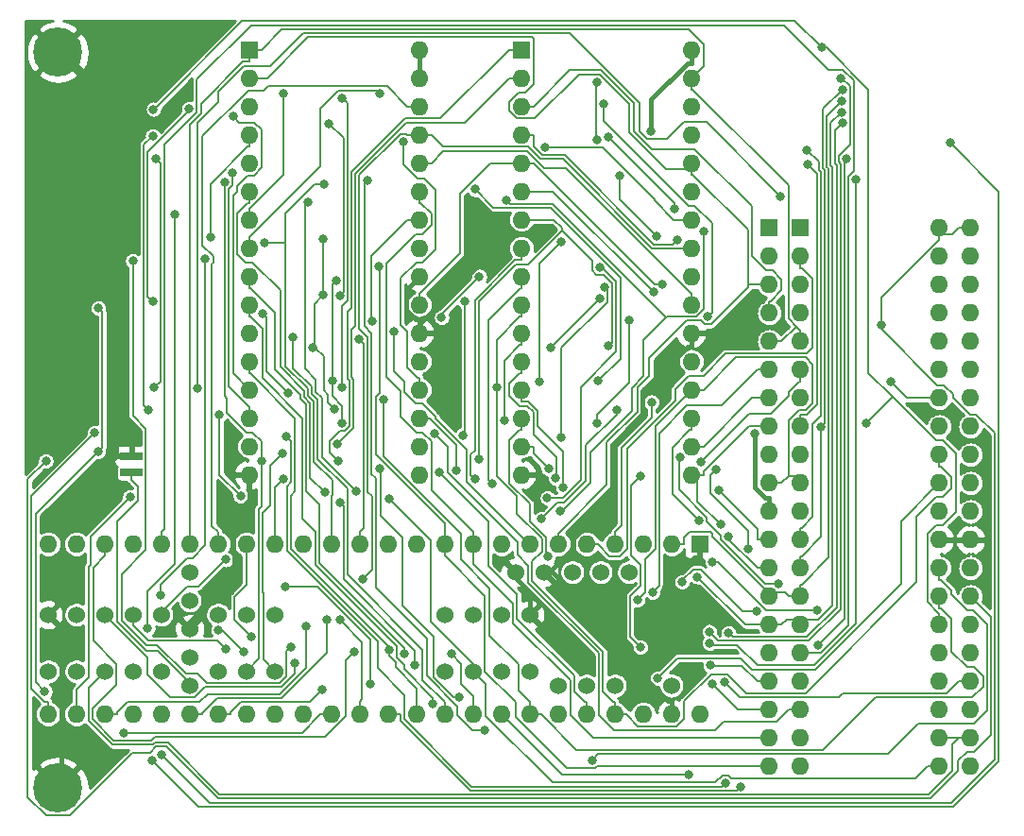
<source format=gbr>
G04 #@! TF.GenerationSoftware,KiCad,Pcbnew,(5.1.2-1)-1*
G04 #@! TF.CreationDate,2020-06-29T00:37:08+01:00*
G04 #@! TF.ProjectId,tranZPUter-SW_v1_1,7472616e-5a50-4557-9465-722d53575f76,rev?*
G04 #@! TF.SameCoordinates,Original*
G04 #@! TF.FileFunction,Copper,L2,Bot*
G04 #@! TF.FilePolarity,Positive*
%FSLAX46Y46*%
G04 Gerber Fmt 4.6, Leading zero omitted, Abs format (unit mm)*
G04 Created by KiCad (PCBNEW (5.1.2-1)-1) date 2020-06-29 00:37:08*
%MOMM*%
%LPD*%
G04 APERTURE LIST*
%ADD10O,1.600000X1.600000*%
%ADD11R,1.600000X1.600000*%
%ADD12C,0.700000*%
%ADD13C,4.400000*%
%ADD14R,2.000000X0.800000*%
%ADD15C,1.524000*%
%ADD16C,0.800000*%
%ADD17C,0.381000*%
%ADD18C,0.152400*%
%ADD19C,0.254000*%
G04 APERTURE END LIST*
D10*
X147701000Y-78000000D03*
X132461000Y-116100000D03*
X147701000Y-80540000D03*
X132461000Y-113560000D03*
X147701000Y-83080000D03*
X132461000Y-111020000D03*
X147701000Y-85620000D03*
X132461000Y-108480000D03*
X147701000Y-88160000D03*
X132461000Y-105940000D03*
X147701000Y-90700000D03*
X132461000Y-103400000D03*
X147701000Y-93240000D03*
X132461000Y-100860000D03*
X147701000Y-95780000D03*
X132461000Y-98320000D03*
X147701000Y-98320000D03*
X132461000Y-95780000D03*
X147701000Y-100860000D03*
X132461000Y-93240000D03*
X147701000Y-103400000D03*
X132461000Y-90700000D03*
X147701000Y-105940000D03*
X132461000Y-88160000D03*
X147701000Y-108480000D03*
X132461000Y-85620000D03*
X147701000Y-111020000D03*
X132461000Y-83080000D03*
X147701000Y-113560000D03*
X132461000Y-80540000D03*
X147701000Y-116100000D03*
D11*
X132461000Y-78000000D03*
D10*
X172085000Y-78000000D03*
X156845000Y-116100000D03*
X172085000Y-80540000D03*
X156845000Y-113560000D03*
X172085000Y-83080000D03*
X156845000Y-111020000D03*
X172085000Y-85620000D03*
X156845000Y-108480000D03*
X172085000Y-88160000D03*
X156845000Y-105940000D03*
X172085000Y-90700000D03*
X156845000Y-103400000D03*
X172085000Y-93240000D03*
X156845000Y-100860000D03*
X172085000Y-95780000D03*
X156845000Y-98320000D03*
X172085000Y-98320000D03*
X156845000Y-95780000D03*
X172085000Y-100860000D03*
X156845000Y-93240000D03*
X172085000Y-103400000D03*
X156845000Y-90700000D03*
X172085000Y-105940000D03*
X156845000Y-88160000D03*
X172085000Y-108480000D03*
X156845000Y-85620000D03*
X172085000Y-111020000D03*
X156845000Y-83080000D03*
X172085000Y-113560000D03*
X156845000Y-80540000D03*
X172085000Y-116100000D03*
D11*
X156845000Y-78000000D03*
D10*
X194310000Y-93980000D03*
X179070000Y-142240000D03*
X194310000Y-96520000D03*
X179070000Y-139700000D03*
X194310000Y-99060000D03*
X179070000Y-137160000D03*
X194310000Y-101600000D03*
X179070000Y-134620000D03*
X194310000Y-104140000D03*
X179070000Y-132080000D03*
X194310000Y-106680000D03*
X179070000Y-129540000D03*
X194310000Y-109220000D03*
X179070000Y-127000000D03*
X194310000Y-111760000D03*
X179070000Y-124460000D03*
X194310000Y-114300000D03*
X179070000Y-121920000D03*
X194310000Y-116840000D03*
X179070000Y-119380000D03*
X194310000Y-119380000D03*
X179070000Y-116840000D03*
X194310000Y-121920000D03*
X179070000Y-114300000D03*
X194310000Y-124460000D03*
X179070000Y-111760000D03*
X194310000Y-127000000D03*
X179070000Y-109220000D03*
X194310000Y-129540000D03*
X179070000Y-106680000D03*
X194310000Y-132080000D03*
X179070000Y-104140000D03*
X194310000Y-134620000D03*
X179070000Y-101600000D03*
X194310000Y-137160000D03*
X179070000Y-99060000D03*
X194310000Y-139700000D03*
X179070000Y-96520000D03*
X194310000Y-142240000D03*
D11*
X179070000Y-93980000D03*
D12*
X116482726Y-142978274D03*
X115316000Y-142495000D03*
X114149274Y-142978274D03*
X113666000Y-144145000D03*
X114149274Y-145311726D03*
X115316000Y-145795000D03*
X116482726Y-145311726D03*
X116966000Y-144145000D03*
D13*
X115316000Y-144145000D03*
D12*
X116482726Y-77065274D03*
X115316000Y-76582000D03*
X114149274Y-77065274D03*
X113666000Y-78232000D03*
X114149274Y-79398726D03*
X115316000Y-79882000D03*
X116482726Y-79398726D03*
X116966000Y-78232000D03*
D13*
X115316000Y-78232000D03*
D10*
X197104000Y-93980000D03*
X181864000Y-142240000D03*
X197104000Y-96520000D03*
X181864000Y-139700000D03*
X197104000Y-99060000D03*
X181864000Y-137160000D03*
X197104000Y-101600000D03*
X181864000Y-134620000D03*
X197104000Y-104140000D03*
X181864000Y-132080000D03*
X197104000Y-106680000D03*
X181864000Y-129540000D03*
X197104000Y-109220000D03*
X181864000Y-127000000D03*
X197104000Y-111760000D03*
X181864000Y-124460000D03*
X197104000Y-114300000D03*
X181864000Y-121920000D03*
X197104000Y-116840000D03*
X181864000Y-119380000D03*
X197104000Y-119380000D03*
X181864000Y-116840000D03*
X197104000Y-121920000D03*
X181864000Y-114300000D03*
X197104000Y-124460000D03*
X181864000Y-111760000D03*
X197104000Y-127000000D03*
X181864000Y-109220000D03*
X197104000Y-129540000D03*
X181864000Y-106680000D03*
X197104000Y-132080000D03*
X181864000Y-104140000D03*
X197104000Y-134620000D03*
X181864000Y-101600000D03*
X197104000Y-137160000D03*
X181864000Y-99060000D03*
X197104000Y-139700000D03*
X181864000Y-96520000D03*
X197104000Y-142240000D03*
D11*
X181864000Y-93980000D03*
D14*
X121920000Y-114427000D03*
X121920000Y-115927000D03*
D15*
X157607000Y-128651000D03*
X155067000Y-128651000D03*
X152527000Y-128651000D03*
X149987000Y-128651000D03*
X149987000Y-133731000D03*
X152527000Y-133731000D03*
X155067000Y-133731000D03*
X157607000Y-133731000D03*
X129667000Y-133731000D03*
X132207000Y-133731000D03*
X134747000Y-133731000D03*
X134747000Y-128651000D03*
X132207000Y-128651000D03*
X129667000Y-128651000D03*
X124587000Y-128651000D03*
X122047000Y-128651000D03*
X119507000Y-128651000D03*
X116967000Y-128651000D03*
X114427000Y-128651000D03*
X114427000Y-133731000D03*
X116967000Y-133731000D03*
X119507000Y-133731000D03*
X122047000Y-133731000D03*
X124587000Y-133731000D03*
X160147000Y-135001000D03*
X162687000Y-135001000D03*
X165227000Y-135001000D03*
X170307000Y-135001000D03*
X156337000Y-124841000D03*
X158877000Y-124841000D03*
X161417000Y-124841000D03*
X163957000Y-124841000D03*
X166497000Y-124841000D03*
X127127000Y-135001000D03*
X127127000Y-132461000D03*
X127127000Y-129921000D03*
X127127000Y-127381000D03*
X127127000Y-124841000D03*
D10*
X172847000Y-137541000D03*
X114427000Y-122301000D03*
X170307000Y-137541000D03*
X116967000Y-122301000D03*
X167767000Y-137541000D03*
X119507000Y-122301000D03*
X165227000Y-137541000D03*
X122047000Y-122301000D03*
X162687000Y-137541000D03*
X124587000Y-122301000D03*
X160147000Y-137541000D03*
X127127000Y-122301000D03*
X157607000Y-137541000D03*
X129667000Y-122301000D03*
X155067000Y-137541000D03*
X132207000Y-122301000D03*
X152527000Y-137541000D03*
X134747000Y-122301000D03*
X149987000Y-137541000D03*
X137287000Y-122301000D03*
X147447000Y-137541000D03*
X139827000Y-122301000D03*
X144907000Y-137541000D03*
X142367000Y-122301000D03*
X142367000Y-137541000D03*
X144907000Y-122301000D03*
X139827000Y-137541000D03*
X147447000Y-122301000D03*
X137287000Y-137541000D03*
X149987000Y-122301000D03*
X134747000Y-137541000D03*
X152527000Y-122301000D03*
X132207000Y-137541000D03*
X155067000Y-122301000D03*
X129667000Y-137541000D03*
X157607000Y-122301000D03*
X127127000Y-137541000D03*
X160147000Y-122301000D03*
X124587000Y-137541000D03*
X162687000Y-122301000D03*
X122047000Y-137541000D03*
X165227000Y-122301000D03*
X119507000Y-137541000D03*
X167767000Y-122301000D03*
X116967000Y-137541000D03*
X170307000Y-122301000D03*
X114427000Y-137541000D03*
D11*
X172847000Y-122301000D03*
D16*
X168466000Y-85333800D03*
X177725800Y-112456500D03*
X127068400Y-79234800D03*
X159527300Y-94035600D03*
X120889400Y-102838100D03*
X144471500Y-109403200D03*
X135464800Y-114188400D03*
X163202800Y-141671200D03*
X144146200Y-115557600D03*
X151281200Y-136039500D03*
X173920100Y-134875100D03*
X122013700Y-96913900D03*
X136171500Y-131521100D03*
X183336000Y-128244400D03*
X173987400Y-123902800D03*
X168507800Y-109593600D03*
X143026400Y-89736400D03*
X153577800Y-139021600D03*
X163851600Y-97510300D03*
X159175400Y-118197400D03*
X140558700Y-129102300D03*
X152712500Y-90526200D03*
X163709600Y-107690000D03*
X182463300Y-87007900D03*
X174515100Y-117487400D03*
X159269900Y-115574300D03*
X121763100Y-118091600D03*
X151799400Y-100584900D03*
X151612300Y-112552500D03*
X159232000Y-123414300D03*
X172624600Y-125244600D03*
X185584500Y-83592700D03*
X160568400Y-117235400D03*
X185574000Y-82592400D03*
X176505000Y-144069800D03*
X159883400Y-116375700D03*
X160351200Y-119358000D03*
X137510400Y-129722500D03*
X155515300Y-91479400D03*
X173193400Y-94333400D03*
X131666600Y-117980900D03*
X129795700Y-110746200D03*
X169047900Y-134332500D03*
X149466500Y-115903000D03*
X155328500Y-111227600D03*
X128956200Y-94793300D03*
X159002000Y-86784800D03*
X154629900Y-108241500D03*
X142613400Y-125457400D03*
X139451200Y-129085300D03*
X154225200Y-116870600D03*
X159480100Y-104740300D03*
X163877800Y-100342600D03*
X152724400Y-116518900D03*
X189949700Y-107756500D03*
X124587000Y-141168500D03*
X189102400Y-102718800D03*
X121236100Y-139236300D03*
X114139400Y-135512600D03*
X118945600Y-101182400D03*
X153026000Y-114700800D03*
X118929900Y-113993600D03*
X164678800Y-104560000D03*
X168702100Y-99749400D03*
X143445300Y-102312200D03*
X142307100Y-103966300D03*
X185605400Y-81592000D03*
X183697500Y-111817400D03*
X175419600Y-121625600D03*
X136496900Y-132965300D03*
X169436400Y-99058200D03*
X139189200Y-90089200D03*
X133862600Y-95344900D03*
X167260600Y-127317300D03*
X130385700Y-131718600D03*
X170798200Y-95085400D03*
X172800300Y-120220600D03*
X131997400Y-132004300D03*
X129672200Y-130020300D03*
X130323600Y-123704200D03*
X118594400Y-112351900D03*
X140365400Y-113382000D03*
X141907200Y-131947300D03*
X174693000Y-120545600D03*
X182473700Y-88265600D03*
X135495900Y-116463700D03*
X140405400Y-114859700D03*
X144061400Y-97405400D03*
X149071900Y-112447900D03*
X173778500Y-133200500D03*
X139007000Y-135350300D03*
X175134100Y-143717100D03*
X135803600Y-112685600D03*
X114228400Y-114875700D03*
X133696900Y-101630800D03*
X135941700Y-108787900D03*
X187762500Y-111491900D03*
X183735800Y-77825000D03*
X123867600Y-83339000D03*
X158640000Y-120051000D03*
X165373700Y-110257300D03*
X172899500Y-114933600D03*
X175035000Y-134678400D03*
X167510200Y-116223200D03*
X167501000Y-131569500D03*
X145445100Y-103294000D03*
X177929200Y-128340400D03*
X171255800Y-125694700D03*
X139620400Y-84614500D03*
X140592100Y-100040000D03*
X135538300Y-81957000D03*
X125795300Y-92760400D03*
X123351000Y-129887000D03*
X139219800Y-117688300D03*
X144976400Y-118276500D03*
X140760000Y-111513700D03*
X140226300Y-98669600D03*
X139903400Y-107690000D03*
X140091400Y-110231500D03*
X139106900Y-94950500D03*
X139106900Y-99986100D03*
X138141000Y-104670000D03*
X160441500Y-95204800D03*
X158457600Y-107741200D03*
X153073900Y-98327900D03*
X149694600Y-101997500D03*
X144190900Y-81957000D03*
X128526700Y-96790800D03*
X124519200Y-126862200D03*
X186852800Y-89658000D03*
X173727100Y-131184600D03*
X146335100Y-132135800D03*
X150554800Y-132136900D03*
X185958100Y-87786300D03*
X183454600Y-131346300D03*
X171854800Y-143007300D03*
X148877700Y-136621600D03*
X136403000Y-103814400D03*
X185605400Y-84593200D03*
X175421000Y-130278400D03*
X185471300Y-80577200D03*
X173684800Y-130169400D03*
X144982000Y-131783100D03*
X130976900Y-89052600D03*
X131000500Y-83983000D03*
X151005300Y-115684700D03*
X140784300Y-108280500D03*
X140797900Y-82318600D03*
X142028500Y-117583300D03*
X137751300Y-91661500D03*
X179894800Y-125844000D03*
X171055700Y-114517900D03*
X164287800Y-99281600D03*
X160448900Y-112770000D03*
X166542900Y-102219900D03*
X163601300Y-111500000D03*
X130292200Y-89865800D03*
X133541400Y-114848800D03*
X180085900Y-91141100D03*
X127844900Y-108368200D03*
X173566400Y-101948500D03*
X164223000Y-82905700D03*
X168598000Y-126611900D03*
X132652200Y-130617600D03*
X146298800Y-86259700D03*
X165696400Y-89303300D03*
X168989300Y-94713300D03*
X164643000Y-85867900D03*
X170532800Y-92242700D03*
X163607800Y-80956800D03*
X163639600Y-86102000D03*
X124054900Y-87798600D03*
X123940800Y-108296700D03*
X123804400Y-85741100D03*
X123388200Y-110261900D03*
X135647200Y-126144500D03*
X143269300Y-134832200D03*
X147309400Y-133187400D03*
X140557600Y-118617100D03*
X123819600Y-100582200D03*
X127064800Y-83305300D03*
X177211900Y-122710600D03*
X174298100Y-115671700D03*
X195268100Y-86330700D03*
X123712900Y-141709200D03*
D17*
X172085000Y-79190800D02*
X171714900Y-79190800D01*
X171714900Y-79190800D02*
X168466000Y-82439700D01*
X168466000Y-82439700D02*
X168466000Y-85333800D01*
X147701000Y-80540000D02*
X147701000Y-78000000D01*
X172085000Y-78000000D02*
X172085000Y-79190800D01*
X179070000Y-118189200D02*
X178697900Y-118189200D01*
X178697900Y-118189200D02*
X177725800Y-117217100D01*
X177725800Y-117217100D02*
X177725800Y-112456500D01*
X179070000Y-119380000D02*
X179070000Y-118189200D01*
X156337000Y-124841000D02*
X156337000Y-125380500D01*
X156337000Y-125380500D02*
X157607000Y-126650500D01*
X157607000Y-126650500D02*
X157607000Y-128651000D01*
X127068400Y-79234800D02*
X124976700Y-79234800D01*
X124976700Y-79234800D02*
X120889400Y-83322100D01*
X172847000Y-123491800D02*
X172334600Y-123491800D01*
X172334600Y-123491800D02*
X169663400Y-126163000D01*
X169663400Y-126163000D02*
X169663400Y-130918100D01*
X169663400Y-130918100D02*
X168214700Y-132366800D01*
X159451700Y-124713000D02*
X161496200Y-122668500D01*
X161496200Y-122668500D02*
X161496200Y-121807700D01*
X161496200Y-121807700D02*
X164968100Y-118335800D01*
X164968100Y-118335800D02*
X164968100Y-113394100D01*
X164968100Y-113394100D02*
X167711300Y-110650900D01*
X167711300Y-110650900D02*
X167711300Y-108618300D01*
X167711300Y-108618300D02*
X171738800Y-104590800D01*
X171738800Y-104590800D02*
X172085000Y-104590800D01*
X159451700Y-124713000D02*
X159323700Y-124841000D01*
X159323700Y-124841000D02*
X158877000Y-124841000D01*
X168214700Y-132366800D02*
X167105500Y-132366800D01*
X167105500Y-132366800D02*
X159451700Y-124713000D01*
X170307000Y-136350200D02*
X169934900Y-136350200D01*
X169934900Y-136350200D02*
X168214700Y-134630000D01*
X168214700Y-134630000D02*
X168214700Y-132366800D01*
X172847000Y-122301000D02*
X172847000Y-123491800D01*
X170307000Y-137541000D02*
X170307000Y-136350200D01*
X127127000Y-129921000D02*
X127127000Y-129244300D01*
X127127000Y-129244300D02*
X131138100Y-125233200D01*
X131138100Y-125233200D02*
X131138100Y-123143100D01*
X131138100Y-123143100D02*
X131012300Y-123017300D01*
X131012300Y-123017300D02*
X131012300Y-119753600D01*
X131012300Y-119753600D02*
X132461000Y-118304900D01*
X132461000Y-118304900D02*
X132461000Y-117290800D01*
X159527300Y-94035600D02*
X159052900Y-94510000D01*
X159052900Y-94510000D02*
X155773200Y-94510000D01*
X155773200Y-94510000D02*
X147887500Y-102395700D01*
X147887500Y-102395700D02*
X147701000Y-102395700D01*
X120889400Y-83322100D02*
X116966000Y-79398700D01*
X120889400Y-102838100D02*
X120889400Y-83322100D01*
X116966000Y-79398700D02*
X116966000Y-78232000D01*
X116482700Y-79398700D02*
X116966000Y-79398700D01*
X147701000Y-102395700D02*
X147701000Y-102209200D01*
X147701000Y-102582300D02*
X147701000Y-102395700D01*
X147701000Y-102601400D02*
X147701000Y-102582300D01*
X147701000Y-103400000D02*
X147701000Y-102601400D01*
X147701000Y-102209200D02*
X147328900Y-102209200D01*
X147328900Y-102209200D02*
X146485100Y-101365400D01*
X146485100Y-101365400D02*
X146485100Y-99535900D01*
X146485100Y-99535900D02*
X147701000Y-98320000D01*
X115644400Y-142166600D02*
X115671000Y-142166600D01*
X115671000Y-142166600D02*
X116482700Y-142978300D01*
X115316000Y-142495000D02*
X115644400Y-142166600D01*
X115644400Y-142166600D02*
X115644400Y-129868400D01*
X115644400Y-129868400D02*
X114427000Y-128651000D01*
X120889400Y-102838100D02*
X120529200Y-103198300D01*
X120529200Y-103198300D02*
X120529200Y-114427000D01*
X114427000Y-128651000D02*
X115697000Y-127381000D01*
X115697000Y-127381000D02*
X115697000Y-119259200D01*
X115697000Y-119259200D02*
X120529200Y-114427000D01*
X121920000Y-114427000D02*
X120529200Y-114427000D01*
X114149300Y-145311700D02*
X113666000Y-144828400D01*
X113666000Y-144828400D02*
X113666000Y-144145000D01*
X172085000Y-103400000D02*
X172085000Y-104590800D01*
X132461000Y-116100000D02*
X132461000Y-117290800D01*
X113666000Y-144145000D02*
X114149300Y-143661700D01*
X114149300Y-143661700D02*
X114149300Y-142978300D01*
X116966000Y-144145000D02*
X116482700Y-144628300D01*
X116482700Y-144628300D02*
X116482700Y-145311700D01*
X113666000Y-78232000D02*
X114149300Y-77748700D01*
X114149300Y-77748700D02*
X114149300Y-77065300D01*
X114149300Y-79398700D02*
X113666000Y-78915400D01*
X113666000Y-78915400D02*
X113666000Y-78232000D01*
D18*
X157607000Y-136464500D02*
X156568400Y-135425900D01*
X156568400Y-135425900D02*
X156568400Y-133062200D01*
X156568400Y-133062200D02*
X153997900Y-130491700D01*
X153997900Y-130491700D02*
X153997900Y-126268500D01*
X153997900Y-126268500D02*
X151408200Y-123678800D01*
X151408200Y-123678800D02*
X151408200Y-121363900D01*
X151408200Y-121363900D02*
X144471500Y-114427200D01*
X144471500Y-114427200D02*
X144471500Y-109403200D01*
X157607000Y-137541000D02*
X158683500Y-137541000D01*
X194310000Y-127000000D02*
X194310000Y-128076500D01*
X194310000Y-128076500D02*
X194444700Y-128076500D01*
X194444700Y-128076500D02*
X195386500Y-129018300D01*
X195386500Y-129018300D02*
X195386500Y-131960000D01*
X195386500Y-131960000D02*
X196776500Y-133350000D01*
X196776500Y-133350000D02*
X197390900Y-133350000D01*
X197390900Y-133350000D02*
X198231700Y-134190800D01*
X198231700Y-134190800D02*
X198231700Y-135084000D01*
X198231700Y-135084000D02*
X197266400Y-136049300D01*
X197266400Y-136049300D02*
X188615200Y-136049300D01*
X188615200Y-136049300D02*
X183882600Y-140781900D01*
X183882600Y-140781900D02*
X161789800Y-140781900D01*
X161789800Y-140781900D02*
X158683500Y-137675600D01*
X158683500Y-137675600D02*
X158683500Y-137541000D01*
X157607000Y-137541000D02*
X157607000Y-136464500D01*
X134747000Y-133731000D02*
X133708500Y-132692500D01*
X133708500Y-132692500D02*
X133708500Y-126678200D01*
X133708500Y-126678200D02*
X133638700Y-126608400D01*
X133638700Y-126608400D02*
X133638700Y-119516500D01*
X133638700Y-119516500D02*
X134341800Y-118813400D01*
X134341800Y-118813400D02*
X134341800Y-115311400D01*
X134341800Y-115311400D02*
X135464800Y-114188400D01*
X194310000Y-124460000D02*
X194310000Y-125536500D01*
X163202800Y-141671200D02*
X163739200Y-141134800D01*
X163739200Y-141134800D02*
X189677000Y-141134800D01*
X189677000Y-141134800D02*
X192381800Y-138430000D01*
X192381800Y-138430000D02*
X197366900Y-138430000D01*
X197366900Y-138430000D02*
X198584500Y-137212400D01*
X198584500Y-137212400D02*
X198584500Y-129497800D01*
X198584500Y-129497800D02*
X197356700Y-128270000D01*
X197356700Y-128270000D02*
X196851400Y-128270000D01*
X196851400Y-128270000D02*
X195386500Y-126805100D01*
X195386500Y-126805100D02*
X195386500Y-126478300D01*
X195386500Y-126478300D02*
X194444700Y-125536500D01*
X194444700Y-125536500D02*
X194310000Y-125536500D01*
X144146200Y-115557600D02*
X144201900Y-115613300D01*
X144201900Y-115613300D02*
X144201900Y-119740300D01*
X144201900Y-119740300D02*
X146177000Y-121715400D01*
X146177000Y-121715400D02*
X146177000Y-127838900D01*
X146177000Y-127838900D02*
X148948400Y-130610300D01*
X148948400Y-130610300D02*
X148948400Y-134221700D01*
X148948400Y-134221700D02*
X150766100Y-136039400D01*
X150766100Y-136039400D02*
X151281200Y-136039400D01*
X151281200Y-136039400D02*
X151281200Y-136039500D01*
X179070000Y-137160000D02*
X176205000Y-137160000D01*
X176205000Y-137160000D02*
X173920100Y-134875100D01*
X136171500Y-131521100D02*
X135785700Y-131906900D01*
X135785700Y-131906900D02*
X135785700Y-134161200D01*
X135785700Y-134161200D02*
X135163900Y-134783000D01*
X135163900Y-134783000D02*
X128628400Y-134783000D01*
X128628400Y-134783000D02*
X127807800Y-133962400D01*
X127807800Y-133962400D02*
X126809700Y-133962400D01*
X126809700Y-133962400D02*
X124196500Y-131349200D01*
X124196500Y-131349200D02*
X123203000Y-131349200D01*
X123203000Y-131349200D02*
X121008400Y-129154600D01*
X121008400Y-129154600D02*
X121008400Y-124993400D01*
X121008400Y-124993400D02*
X123196600Y-122805200D01*
X123196600Y-122805200D02*
X123196600Y-111973000D01*
X123196600Y-111973000D02*
X122013800Y-110790200D01*
X122013800Y-110790200D02*
X122013800Y-96913900D01*
X122013800Y-96913900D02*
X122013700Y-96913900D01*
X183336000Y-128244400D02*
X178790000Y-128244400D01*
X178790000Y-128244400D02*
X174448400Y-123902800D01*
X174448400Y-123902800D02*
X173987400Y-123902800D01*
X165227000Y-121224500D02*
X165787800Y-120663700D01*
X165787800Y-120663700D02*
X165787800Y-113683700D01*
X165787800Y-113683700D02*
X168507800Y-110963700D01*
X168507800Y-110963700D02*
X168507800Y-109593600D01*
X165227000Y-122301000D02*
X165227000Y-121224500D01*
X153577800Y-139021600D02*
X152459600Y-139021600D01*
X152459600Y-139021600D02*
X151097700Y-137659700D01*
X151097700Y-137659700D02*
X151097700Y-136869900D01*
X151097700Y-136869900D02*
X148349600Y-134121800D01*
X148349600Y-134121800D02*
X148349600Y-130757200D01*
X148349600Y-130757200D02*
X143803800Y-126211400D01*
X143803800Y-126211400D02*
X143803800Y-116396200D01*
X143803800Y-116396200D02*
X143429600Y-116022000D01*
X143429600Y-116022000D02*
X143429600Y-103456700D01*
X143429600Y-103456700D02*
X142767600Y-102794700D01*
X142767600Y-102794700D02*
X142767600Y-89995200D01*
X142767600Y-89995200D02*
X143026400Y-89736400D01*
X159175400Y-118197400D02*
X160563300Y-118197400D01*
X160563300Y-118197400D02*
X162181700Y-116579000D01*
X162181700Y-116579000D02*
X162181700Y-108244500D01*
X162181700Y-108244500D02*
X165357800Y-105068400D01*
X165357800Y-105068400D02*
X165357800Y-98808700D01*
X165357800Y-98808700D02*
X164059400Y-97510300D01*
X164059400Y-97510300D02*
X163851600Y-97510300D01*
X142367000Y-137541000D02*
X142367000Y-136464500D01*
X142367000Y-136464500D02*
X142583800Y-136247700D01*
X142583800Y-136247700D02*
X142583800Y-131127400D01*
X142583800Y-131127400D02*
X140558700Y-129102300D01*
X152712500Y-90526200D02*
X154349800Y-92163500D01*
X154349800Y-92163500D02*
X159461700Y-92163500D01*
X159461700Y-92163500D02*
X165710600Y-98412400D01*
X165710600Y-98412400D02*
X165710600Y-105689000D01*
X165710600Y-105689000D02*
X163709600Y-107690000D01*
X127127000Y-121224500D02*
X127127000Y-84737200D01*
X127127000Y-84737200D02*
X128113200Y-83751000D01*
X128113200Y-83751000D02*
X128113200Y-82835600D01*
X128113200Y-82835600D02*
X131872300Y-79076500D01*
X131872300Y-79076500D02*
X132461000Y-79076500D01*
X133537500Y-78000000D02*
X135364300Y-76173200D01*
X135364300Y-76173200D02*
X171802600Y-76173200D01*
X171802600Y-76173200D02*
X173175400Y-77546000D01*
X173175400Y-77546000D02*
X173175400Y-79449600D01*
X173175400Y-79449600D02*
X172085000Y-80540000D01*
X127127000Y-122301000D02*
X127127000Y-121224500D01*
X132461000Y-78000000D02*
X132461000Y-79076500D01*
X132461000Y-78000000D02*
X133537500Y-78000000D01*
X181476200Y-102810300D02*
X180787500Y-102121700D01*
X180787500Y-102121700D02*
X180787500Y-90184500D01*
X180787500Y-90184500D02*
X172219500Y-81616500D01*
X172219500Y-81616500D02*
X172085000Y-81616500D01*
X181864000Y-103063500D02*
X181729300Y-103063500D01*
X181729300Y-103063500D02*
X181476200Y-102810300D01*
X181476200Y-102810300D02*
X180146500Y-104140000D01*
X179070000Y-104140000D02*
X180146500Y-104140000D01*
X172085000Y-80540000D02*
X172085000Y-81616500D01*
X181864000Y-104140000D02*
X181864000Y-103063500D01*
X181864000Y-120843500D02*
X181998700Y-120843500D01*
X181998700Y-120843500D02*
X182940500Y-119901700D01*
X182940500Y-119901700D02*
X182940500Y-111565300D01*
X182940500Y-111565300D02*
X183666700Y-110839100D01*
X183666700Y-110839100D02*
X183666700Y-88959700D01*
X183666700Y-88959700D02*
X183518000Y-88811000D01*
X183518000Y-88811000D02*
X183518000Y-88062600D01*
X183518000Y-88062600D02*
X182463300Y-87007900D01*
X181864000Y-121920000D02*
X181864000Y-120843500D01*
X157921500Y-113560000D02*
X157921500Y-114225900D01*
X157921500Y-114225900D02*
X159269900Y-115574300D01*
X156845000Y-113560000D02*
X157921500Y-113560000D01*
X179070000Y-121920000D02*
X177993500Y-121920000D01*
X174515100Y-117487400D02*
X177993500Y-120965800D01*
X177993500Y-120965800D02*
X177993500Y-121920000D01*
X151799400Y-100584900D02*
X151799400Y-112365400D01*
X151799400Y-112365400D02*
X151612300Y-112552500D01*
X116967000Y-137541000D02*
X116967000Y-135333700D01*
X116967000Y-135333700D02*
X118042500Y-134258200D01*
X118042500Y-134258200D02*
X118042500Y-124343000D01*
X118042500Y-124343000D02*
X118237000Y-124148500D01*
X118237000Y-124148500D02*
X118237000Y-121617700D01*
X118237000Y-121617700D02*
X121763100Y-118091600D01*
X156845000Y-111020000D02*
X156845000Y-112096500D01*
X159232000Y-123414300D02*
X159056400Y-123238700D01*
X159056400Y-123238700D02*
X159056400Y-121723600D01*
X159056400Y-121723600D02*
X157586800Y-120254000D01*
X157586800Y-120254000D02*
X157586800Y-118682200D01*
X157586800Y-118682200D02*
X155768500Y-116863900D01*
X155768500Y-116863900D02*
X155768500Y-113038300D01*
X155768500Y-113038300D02*
X156710300Y-112096500D01*
X156710300Y-112096500D02*
X156845000Y-112096500D01*
X185584500Y-83592700D02*
X184576200Y-84601000D01*
X184576200Y-84601000D02*
X184576200Y-88358900D01*
X184576200Y-88358900D02*
X184747800Y-88530500D01*
X184747800Y-88530500D02*
X184747800Y-127819900D01*
X184747800Y-127819900D02*
X183444700Y-129123000D01*
X183444700Y-129123000D02*
X181864000Y-129123000D01*
X172624600Y-125244600D02*
X176920000Y-129540000D01*
X176920000Y-129540000D02*
X179070000Y-129540000D01*
X181864000Y-129123000D02*
X181864000Y-129062700D01*
X181864000Y-129540000D02*
X181864000Y-129123000D01*
X179070000Y-129540000D02*
X180146500Y-129540000D01*
X181864000Y-129062700D02*
X180623800Y-129062700D01*
X180623800Y-129062700D02*
X180146500Y-129540000D01*
X185574000Y-82592400D02*
X184223500Y-83942900D01*
X184223500Y-83942900D02*
X184223500Y-88505100D01*
X184223500Y-88505100D02*
X184377400Y-88659000D01*
X184377400Y-88659000D02*
X184377400Y-123509500D01*
X184377400Y-123509500D02*
X181963400Y-125923500D01*
X181963400Y-125923500D02*
X181864000Y-125923500D01*
X156845000Y-109556500D02*
X157478700Y-109556500D01*
X157478700Y-109556500D02*
X158274200Y-110352000D01*
X158274200Y-110352000D02*
X158274200Y-111748200D01*
X158274200Y-111748200D02*
X160568400Y-114042400D01*
X160568400Y-114042400D02*
X160568400Y-117235400D01*
X156845000Y-108480000D02*
X156845000Y-109556500D01*
X170307000Y-122301000D02*
X171383500Y-122301000D01*
X171383500Y-122301000D02*
X171383500Y-121762800D01*
X171383500Y-121762800D02*
X171960700Y-121185600D01*
X171960700Y-121185600D02*
X173753400Y-121185600D01*
X173753400Y-121185600D02*
X173923600Y-121355800D01*
X173923600Y-121355800D02*
X173923600Y-121657100D01*
X173923600Y-121657100D02*
X178938500Y-126672000D01*
X178938500Y-126672000D02*
X179070000Y-126672000D01*
X181864000Y-127000000D02*
X180787500Y-127000000D01*
X179070000Y-126672000D02*
X180459500Y-126672000D01*
X180459500Y-126672000D02*
X180787500Y-127000000D01*
X179070000Y-127000000D02*
X179070000Y-126672000D01*
X181864000Y-127000000D02*
X181864000Y-125923500D01*
X160147000Y-121370700D02*
X164501100Y-117016600D01*
X164501100Y-117016600D02*
X164501100Y-113200600D01*
X164501100Y-113200600D02*
X167244300Y-110457400D01*
X167244300Y-110457400D02*
X167244300Y-108288700D01*
X167244300Y-108288700D02*
X168302400Y-107230600D01*
X168302400Y-107230600D02*
X168302400Y-105655800D01*
X168302400Y-105655800D02*
X171668100Y-102290100D01*
X171668100Y-102290100D02*
X172951300Y-102290100D01*
X172951300Y-102290100D02*
X173286200Y-102625000D01*
X173286200Y-102625000D02*
X173846700Y-102625000D01*
X173846700Y-102625000D02*
X177137600Y-99334100D01*
X177137600Y-99334100D02*
X177137600Y-99060000D01*
X160147000Y-122301000D02*
X160147000Y-121370700D01*
X133537500Y-80540000D02*
X134036300Y-80540000D01*
X134036300Y-80540000D02*
X137697500Y-76878800D01*
X137697500Y-76878800D02*
X157748000Y-76878800D01*
X157748000Y-76878800D02*
X157921600Y-77052400D01*
X157921600Y-77052400D02*
X157921600Y-81050800D01*
X157921600Y-81050800D02*
X157162400Y-81810000D01*
X157162400Y-81810000D02*
X156571800Y-81810000D01*
X156571800Y-81810000D02*
X155711800Y-82670000D01*
X155711800Y-82670000D02*
X155711800Y-83470800D01*
X155711800Y-83470800D02*
X156407700Y-84166700D01*
X156407700Y-84166700D02*
X158057300Y-84166700D01*
X158057300Y-84166700D02*
X161980600Y-80243400D01*
X161980600Y-80243400D02*
X163894600Y-80243400D01*
X163894600Y-80243400D02*
X166515000Y-82863800D01*
X166515000Y-82863800D02*
X166515000Y-85407000D01*
X166515000Y-85407000D02*
X169806200Y-88698200D01*
X169806200Y-88698200D02*
X172085000Y-88698200D01*
X132461000Y-80540000D02*
X133537500Y-80540000D01*
X172085000Y-88698200D02*
X172085000Y-89236500D01*
X172085000Y-88160000D02*
X172085000Y-88698200D01*
X177137600Y-99060000D02*
X177137600Y-94154400D01*
X177137600Y-94154400D02*
X172219700Y-89236500D01*
X172219700Y-89236500D02*
X172085000Y-89236500D01*
X177993500Y-99060000D02*
X177137600Y-99060000D01*
X179070000Y-99060000D02*
X177993500Y-99060000D01*
X176505000Y-144069800D02*
X176181100Y-144393700D01*
X176181100Y-144393700D02*
X152247500Y-144393700D01*
X152247500Y-144393700D02*
X145983500Y-138129700D01*
X145983500Y-138129700D02*
X145983500Y-137541000D01*
X156845000Y-107016500D02*
X156710400Y-107016500D01*
X156710400Y-107016500D02*
X155760500Y-107966400D01*
X155760500Y-107966400D02*
X155760500Y-108994000D01*
X155760500Y-108994000D02*
X156692700Y-109926200D01*
X156692700Y-109926200D02*
X157349400Y-109926200D01*
X157349400Y-109926200D02*
X157921500Y-110498300D01*
X157921500Y-110498300D02*
X157921500Y-112480000D01*
X157921500Y-112480000D02*
X159980800Y-114539300D01*
X159980800Y-114539300D02*
X159980800Y-116278300D01*
X159980800Y-116278300D02*
X159883400Y-116375700D01*
X144907000Y-137541000D02*
X145983500Y-137541000D01*
X156845000Y-105940000D02*
X156845000Y-107016500D01*
X169808800Y-101997800D02*
X167773400Y-104033200D01*
X167773400Y-104033200D02*
X167773400Y-107260600D01*
X167773400Y-107260600D02*
X166719200Y-108314800D01*
X166719200Y-108314800D02*
X166719200Y-110352600D01*
X166719200Y-110352600D02*
X162998300Y-114073500D01*
X162998300Y-114073500D02*
X162998300Y-116820400D01*
X162998300Y-116820400D02*
X160460700Y-119358000D01*
X160460700Y-119358000D02*
X160351200Y-119358000D01*
X173193400Y-94333400D02*
X173193400Y-101278300D01*
X173193400Y-101278300D02*
X172534800Y-101936900D01*
X172534800Y-101936900D02*
X169869700Y-101936900D01*
X169869700Y-101936900D02*
X169808800Y-101997800D01*
X155515300Y-91479400D02*
X155846500Y-91810600D01*
X155846500Y-91810600D02*
X159621600Y-91810600D01*
X159621600Y-91810600D02*
X169808800Y-101997800D01*
X120583500Y-137541000D02*
X120583500Y-137406300D01*
X120583500Y-137406300D02*
X121525300Y-136464500D01*
X121525300Y-136464500D02*
X127991300Y-136464500D01*
X127991300Y-136464500D02*
X128710300Y-135745500D01*
X128710300Y-135745500D02*
X135216300Y-135745500D01*
X135216300Y-135745500D02*
X137510400Y-133451400D01*
X137510400Y-133451400D02*
X137510400Y-129722500D01*
X119507000Y-137541000D02*
X120583500Y-137541000D01*
X131666600Y-117980900D02*
X129795700Y-116110000D01*
X129795700Y-116110000D02*
X129795700Y-110746200D01*
X169047900Y-134332500D02*
X170856500Y-132523900D01*
X170856500Y-132523900D02*
X176495700Y-132523900D01*
X176495700Y-132523900D02*
X177515200Y-133543400D01*
X177515200Y-133543400D02*
X183212100Y-133543400D01*
X183212100Y-133543400D02*
X190861700Y-125893800D01*
X190861700Y-125893800D02*
X190861700Y-120288300D01*
X190861700Y-120288300D02*
X194310000Y-116840000D01*
X156845000Y-104476500D02*
X156710400Y-104476500D01*
X156710400Y-104476500D02*
X155328500Y-105858400D01*
X155328500Y-105858400D02*
X155328500Y-111227600D01*
X162687000Y-136464500D02*
X162552300Y-136464500D01*
X162552300Y-136464500D02*
X161610500Y-135522700D01*
X161610500Y-135522700D02*
X161610500Y-134123200D01*
X161610500Y-134123200D02*
X156458400Y-128971100D01*
X156458400Y-128971100D02*
X156458400Y-126839000D01*
X156458400Y-126839000D02*
X153875100Y-124255700D01*
X153875100Y-124255700D02*
X153875100Y-120311600D01*
X153875100Y-120311600D02*
X149466500Y-115903000D01*
X162687000Y-137541000D02*
X162687000Y-136464500D01*
X156845000Y-103400000D02*
X156845000Y-104476500D01*
X128956200Y-94793300D02*
X128956200Y-90066700D01*
X128956200Y-90066700D02*
X132326400Y-86696500D01*
X132326400Y-86696500D02*
X132461000Y-86696500D01*
X132461000Y-85620000D02*
X132461000Y-86696500D01*
X159002000Y-86784800D02*
X164151600Y-86784800D01*
X164151600Y-86784800D02*
X168764200Y-91397400D01*
X168764200Y-91397400D02*
X168764200Y-91484500D01*
X168764200Y-91484500D02*
X170519700Y-93240000D01*
X170519700Y-93240000D02*
X172085000Y-93240000D01*
X154652000Y-108241500D02*
X154652000Y-116246300D01*
X154652000Y-116246300D02*
X156428200Y-118022500D01*
X156428200Y-118022500D02*
X156428200Y-119594300D01*
X156428200Y-119594300D02*
X158689300Y-121855400D01*
X158689300Y-121855400D02*
X158689300Y-122987200D01*
X158689300Y-122987200D02*
X157821300Y-123855200D01*
X157821300Y-123855200D02*
X157821300Y-125610600D01*
X157821300Y-125610600D02*
X164155500Y-131944800D01*
X164155500Y-131944800D02*
X164155500Y-135520300D01*
X164155500Y-135520300D02*
X165099700Y-136464500D01*
X165099700Y-136464500D02*
X165227000Y-136464500D01*
X156845000Y-101936500D02*
X156710400Y-101936500D01*
X156710400Y-101936500D02*
X154652000Y-103994900D01*
X154652000Y-103994900D02*
X154652000Y-108241500D01*
X154652000Y-108241500D02*
X154629900Y-108241500D01*
X166303500Y-137541000D02*
X166303500Y-137675600D01*
X166303500Y-137675600D02*
X167272600Y-138644700D01*
X167272600Y-138644700D02*
X170750500Y-138644700D01*
X170750500Y-138644700D02*
X171452200Y-137943000D01*
X171452200Y-137943000D02*
X171452200Y-136359400D01*
X171452200Y-136359400D02*
X173843700Y-133967900D01*
X173843700Y-133967900D02*
X175281300Y-133967900D01*
X175281300Y-133967900D02*
X177009900Y-135696500D01*
X177009900Y-135696500D02*
X182316300Y-135696500D01*
X182316300Y-135696500D02*
X192268900Y-125743900D01*
X192268900Y-125743900D02*
X192268900Y-119854800D01*
X192268900Y-119854800D02*
X194013700Y-118110000D01*
X194013700Y-118110000D02*
X194576600Y-118110000D01*
X194576600Y-118110000D02*
X195386500Y-117300100D01*
X195386500Y-117300100D02*
X195386500Y-116318300D01*
X195386500Y-116318300D02*
X194444700Y-115376500D01*
X194444700Y-115376500D02*
X194310000Y-115376500D01*
X165227000Y-137541000D02*
X165227000Y-136464500D01*
X165227000Y-137541000D02*
X166303500Y-137541000D01*
X156845000Y-100860000D02*
X156845000Y-101936500D01*
X194310000Y-114300000D02*
X194310000Y-115376500D01*
X142613400Y-125457400D02*
X143451000Y-124619800D01*
X143451000Y-124619800D02*
X143451000Y-118012300D01*
X143451000Y-118012300D02*
X143076800Y-117638100D01*
X143076800Y-117638100D02*
X143076800Y-103775300D01*
X143076800Y-103775300D02*
X142326900Y-103025400D01*
X142326900Y-103025400D02*
X142326900Y-89242600D01*
X142326900Y-89242600D02*
X146004900Y-85564600D01*
X146004900Y-85564600D02*
X146569100Y-85564600D01*
X146569100Y-85564600D02*
X146624500Y-85620000D01*
X127127000Y-137541000D02*
X128203500Y-137541000D01*
X147701000Y-85620000D02*
X146624500Y-85620000D01*
X128203500Y-137541000D02*
X128203500Y-137465900D01*
X128203500Y-137465900D02*
X129563800Y-136105600D01*
X129563800Y-136105600D02*
X135384300Y-136105600D01*
X135384300Y-136105600D02*
X139451100Y-132038800D01*
X139451100Y-132038800D02*
X139451100Y-129085300D01*
X139451100Y-129085300D02*
X139451200Y-129085300D01*
X148777500Y-85620000D02*
X149854000Y-86696500D01*
X149854000Y-86696500D02*
X157458100Y-86696500D01*
X157458100Y-86696500D02*
X158575600Y-87814000D01*
X158575600Y-87814000D02*
X160551000Y-87814000D01*
X160551000Y-87814000D02*
X168552200Y-95815200D01*
X168552200Y-95815200D02*
X170973300Y-95815200D01*
X170973300Y-95815200D02*
X171008500Y-95780000D01*
X172085000Y-95780000D02*
X171008500Y-95780000D01*
X147701000Y-85620000D02*
X148777500Y-85620000D01*
X156845000Y-99396500D02*
X156746200Y-99396500D01*
X156746200Y-99396500D02*
X153899900Y-102242800D01*
X153899900Y-102242800D02*
X153899900Y-116545300D01*
X153899900Y-116545300D02*
X154225200Y-116870600D01*
X156845000Y-98320000D02*
X156845000Y-99396500D01*
X163877800Y-100342600D02*
X159480100Y-104740300D01*
X156845000Y-96856500D02*
X156271700Y-96856500D01*
X156271700Y-96856500D02*
X152673200Y-100455000D01*
X152673200Y-100455000D02*
X152673200Y-113900200D01*
X152673200Y-113900200D02*
X152306500Y-114266900D01*
X152306500Y-114266900D02*
X152306500Y-116101000D01*
X152306500Y-116101000D02*
X152724400Y-116518900D01*
X156845000Y-95780000D02*
X156845000Y-96856500D01*
X194310000Y-109220000D02*
X191413200Y-109220000D01*
X191413200Y-109220000D02*
X189949700Y-107756500D01*
X189102400Y-102718800D02*
X189102400Y-103029000D01*
X189102400Y-103029000D02*
X194148200Y-108074800D01*
X194148200Y-108074800D02*
X194733600Y-108074800D01*
X194733600Y-108074800D02*
X195513600Y-108854800D01*
X195513600Y-108854800D02*
X195513600Y-109165400D01*
X195513600Y-109165400D02*
X197031600Y-110683400D01*
X197031600Y-110683400D02*
X197619800Y-110683400D01*
X197619800Y-110683400D02*
X199296200Y-112359800D01*
X199296200Y-112359800D02*
X199296200Y-141588900D01*
X199296200Y-141588900D02*
X195405900Y-145479200D01*
X195405900Y-145479200D02*
X128897700Y-145479200D01*
X128897700Y-145479200D02*
X124587000Y-141168500D01*
X147701000Y-88160000D02*
X148777500Y-88160000D01*
X172085000Y-100860000D02*
X172085000Y-99783500D01*
X172085000Y-99783500D02*
X172016400Y-99783500D01*
X172016400Y-99783500D02*
X160839600Y-88606700D01*
X160839600Y-88606700D02*
X158869400Y-88606700D01*
X158869400Y-88606700D02*
X157346200Y-87083500D01*
X157346200Y-87083500D02*
X149854000Y-87083500D01*
X149854000Y-87083500D02*
X148777500Y-88160000D01*
X194310000Y-95056500D02*
X194235600Y-95056500D01*
X194235600Y-95056500D02*
X189102400Y-100189700D01*
X189102400Y-100189700D02*
X189102400Y-102718800D01*
X197104000Y-93980000D02*
X196027500Y-93980000D01*
X194310000Y-94518200D02*
X195489300Y-94518200D01*
X195489300Y-94518200D02*
X196027500Y-93980000D01*
X194310000Y-94518200D02*
X194310000Y-95056500D01*
X194310000Y-93980000D02*
X194310000Y-94518200D01*
X160479800Y-94209600D02*
X163175100Y-96904900D01*
X163175100Y-96904900D02*
X163175100Y-97790500D01*
X163175100Y-97790500D02*
X163571400Y-98186800D01*
X163571400Y-98186800D02*
X164206800Y-98186800D01*
X164206800Y-98186800D02*
X164973700Y-98953700D01*
X164973700Y-98953700D02*
X164973700Y-104265100D01*
X164973700Y-104265100D02*
X164678800Y-104560000D01*
X139827000Y-137541000D02*
X138750500Y-137541000D01*
X121236100Y-139236300D02*
X137189800Y-139236300D01*
X137189800Y-139236300D02*
X138750500Y-137675600D01*
X138750500Y-137675600D02*
X138750500Y-137541000D01*
X118929900Y-113993600D02*
X113298100Y-119625400D01*
X113298100Y-119625400D02*
X113298100Y-134671300D01*
X113298100Y-134671300D02*
X114139400Y-135512600D01*
X118945600Y-101182400D02*
X119271000Y-101507800D01*
X119271000Y-101507800D02*
X119271000Y-113652500D01*
X119271000Y-113652500D02*
X118929900Y-113993600D01*
X157921500Y-93240000D02*
X159735600Y-93240000D01*
X159735600Y-93240000D02*
X160479800Y-93984200D01*
X160479800Y-93984200D02*
X160479800Y-94209600D01*
X153026000Y-114700800D02*
X153026000Y-100601100D01*
X153026000Y-100601100D02*
X156383700Y-97243400D01*
X156383700Y-97243400D02*
X157446000Y-97243400D01*
X157446000Y-97243400D02*
X160479800Y-94209600D01*
X156845000Y-93240000D02*
X157921500Y-93240000D01*
X156845000Y-90700000D02*
X159652700Y-90700000D01*
X159652700Y-90700000D02*
X168702100Y-99749400D01*
X146624500Y-93240000D02*
X143384900Y-96479600D01*
X143384900Y-96479600D02*
X143384900Y-102251800D01*
X143384900Y-102251800D02*
X143445300Y-102312200D01*
X142367000Y-121224500D02*
X142710400Y-120881100D01*
X142710400Y-120881100D02*
X142710400Y-104369600D01*
X142710400Y-104369600D02*
X142307100Y-103966300D01*
X147701000Y-93240000D02*
X146624500Y-93240000D01*
X142367000Y-122301000D02*
X142367000Y-121224500D01*
X185605400Y-81592000D02*
X183870800Y-83326600D01*
X183870800Y-83326600D02*
X183870800Y-88651300D01*
X183870800Y-88651300D02*
X184024700Y-88805200D01*
X184024700Y-88805200D02*
X184024700Y-111490200D01*
X184024700Y-111490200D02*
X183697500Y-111817400D01*
X181864000Y-123383500D02*
X181998600Y-123383500D01*
X181998600Y-123383500D02*
X183697500Y-121684600D01*
X183697500Y-121684600D02*
X183697500Y-111817400D01*
X175419600Y-121625600D02*
X175419600Y-121886100D01*
X175419600Y-121886100D02*
X177993500Y-124460000D01*
X136496900Y-132965300D02*
X136496900Y-133948900D01*
X136496900Y-133948900D02*
X135310000Y-135135800D01*
X135310000Y-135135800D02*
X128461100Y-135135800D01*
X128461100Y-135135800D02*
X127544100Y-136052800D01*
X127544100Y-136052800D02*
X125383100Y-136052800D01*
X125383100Y-136052800D02*
X123317000Y-133986700D01*
X123317000Y-133986700D02*
X123317000Y-132461000D01*
X123317000Y-132461000D02*
X119507000Y-128651000D01*
X181864000Y-124460000D02*
X181864000Y-123383500D01*
X179070000Y-124460000D02*
X177993500Y-124460000D01*
X156845000Y-88160000D02*
X157921500Y-88160000D01*
X157921500Y-88160000D02*
X168819700Y-99058200D01*
X168819700Y-99058200D02*
X169436400Y-99058200D01*
X147701000Y-99783500D02*
X147835600Y-99783500D01*
X147835600Y-99783500D02*
X151353100Y-96266000D01*
X151353100Y-96266000D02*
X151353100Y-90891100D01*
X151353100Y-90891100D02*
X154084200Y-88160000D01*
X154084200Y-88160000D02*
X156845000Y-88160000D01*
X135726400Y-95344900D02*
X135726400Y-106368300D01*
X135726400Y-106368300D02*
X137726200Y-108368100D01*
X137726200Y-108368100D02*
X137726200Y-108993800D01*
X137726200Y-108993800D02*
X138255200Y-109522800D01*
X138255200Y-109522800D02*
X138255200Y-114916500D01*
X138255200Y-114916500D02*
X139921500Y-116582800D01*
X139921500Y-116582800D02*
X139921500Y-117943400D01*
X139921500Y-117943400D02*
X139827000Y-118037900D01*
X139827000Y-118037900D02*
X139827000Y-121224500D01*
X135726400Y-95344900D02*
X135726400Y-92706200D01*
X135726400Y-92706200D02*
X138343400Y-90089200D01*
X138343400Y-90089200D02*
X139189200Y-90089200D01*
X135726400Y-95344900D02*
X133862600Y-95344900D01*
X139827000Y-122301000D02*
X139827000Y-121224500D01*
X147701000Y-100860000D02*
X147701000Y-99783500D01*
X172085000Y-108480000D02*
X168843500Y-111721500D01*
X168843500Y-111721500D02*
X168843500Y-122747000D01*
X168843500Y-122747000D02*
X167906300Y-123684200D01*
X167906300Y-123684200D02*
X167906300Y-126671600D01*
X167906300Y-126671600D02*
X167260600Y-127317300D01*
X122047000Y-128651000D02*
X122047000Y-129570100D01*
X122047000Y-129570100D02*
X123436500Y-130959600D01*
X123436500Y-130959600D02*
X129626700Y-130959600D01*
X129626700Y-130959600D02*
X130385700Y-131718600D01*
X173161500Y-108480000D02*
X176050500Y-105591000D01*
X176050500Y-105591000D02*
X182300100Y-105591000D01*
X182300100Y-105591000D02*
X182949000Y-106239900D01*
X182949000Y-106239900D02*
X182949000Y-109695400D01*
X182949000Y-109695400D02*
X182347800Y-110296600D01*
X182347800Y-110296600D02*
X181749700Y-110296600D01*
X181749700Y-110296600D02*
X180783600Y-111262700D01*
X180783600Y-111262700D02*
X180783600Y-116202900D01*
X172085000Y-108480000D02*
X173161500Y-108480000D01*
X180783600Y-116202900D02*
X180146500Y-116840000D01*
X181864000Y-116202900D02*
X180783600Y-116202900D01*
X179070000Y-116840000D02*
X180146500Y-116840000D01*
X181864000Y-116840000D02*
X181864000Y-116202900D01*
X181864000Y-96520000D02*
X181864000Y-97596500D01*
X162687000Y-122301000D02*
X163763500Y-122301000D01*
X163763500Y-122301000D02*
X163763500Y-122435600D01*
X163763500Y-122435600D02*
X164746900Y-123419000D01*
X164746900Y-123419000D02*
X165688900Y-123419000D01*
X165688900Y-123419000D02*
X166329800Y-122778100D01*
X166329800Y-122778100D02*
X166329800Y-113736300D01*
X166329800Y-113736300D02*
X170629800Y-109436300D01*
X170629800Y-109436300D02*
X170629800Y-108403100D01*
X170629800Y-108403100D02*
X171822900Y-107210000D01*
X171822900Y-107210000D02*
X173161600Y-107210000D01*
X173161600Y-107210000D02*
X175144200Y-105227400D01*
X175144200Y-105227400D02*
X182382200Y-105227400D01*
X182382200Y-105227400D02*
X182940500Y-104669100D01*
X182940500Y-104669100D02*
X182940500Y-98538300D01*
X182940500Y-98538300D02*
X181998700Y-97596500D01*
X181998700Y-97596500D02*
X181864000Y-97596500D01*
X157921500Y-85620000D02*
X157921500Y-86661000D01*
X157921500Y-86661000D02*
X158721800Y-87461300D01*
X158721800Y-87461300D02*
X160747000Y-87461300D01*
X160747000Y-87461300D02*
X168738000Y-95452300D01*
X168738000Y-95452300D02*
X170431300Y-95452300D01*
X170431300Y-95452300D02*
X170798200Y-95085400D01*
X156845000Y-85620000D02*
X157921500Y-85620000D01*
X129672200Y-130020300D02*
X130013400Y-130020300D01*
X130013400Y-130020300D02*
X131997400Y-132004300D01*
X172800300Y-120220600D02*
X170379100Y-117799400D01*
X170379100Y-117799400D02*
X170379100Y-113667800D01*
X170379100Y-113667800D02*
X171950400Y-112096500D01*
X171950400Y-112096500D02*
X172085000Y-112096500D01*
X172085000Y-111020000D02*
X172085000Y-112096500D01*
X146624500Y-83080000D02*
X144814300Y-81269800D01*
X144814300Y-81269800D02*
X134147000Y-81269800D01*
X134147000Y-81269800D02*
X133774500Y-81642300D01*
X133774500Y-81642300D02*
X132371200Y-81642300D01*
X132371200Y-81642300D02*
X128270500Y-85743000D01*
X128270500Y-85743000D02*
X128270500Y-95562000D01*
X128270500Y-95562000D02*
X129219700Y-96511200D01*
X129219700Y-96511200D02*
X129219700Y-97054700D01*
X129219700Y-97054700D02*
X129119100Y-97155300D01*
X129119100Y-97155300D02*
X129119100Y-120676600D01*
X129119100Y-120676600D02*
X129667000Y-121224500D01*
X147701000Y-83080000D02*
X146624500Y-83080000D01*
X129667000Y-122301000D02*
X129667000Y-121224500D01*
X157921500Y-83080000D02*
X161158800Y-79842700D01*
X161158800Y-79842700D02*
X163992800Y-79842700D01*
X163992800Y-79842700D02*
X166910500Y-82760400D01*
X166910500Y-82760400D02*
X166910500Y-85303600D01*
X166910500Y-85303600D02*
X168496900Y-86890000D01*
X168496900Y-86890000D02*
X172341300Y-86890000D01*
X172341300Y-86890000D02*
X177490400Y-92039100D01*
X177490400Y-92039100D02*
X177490400Y-96463600D01*
X177490400Y-96463600D02*
X178816800Y-97790000D01*
X178816800Y-97790000D02*
X179336700Y-97790000D01*
X179336700Y-97790000D02*
X180146500Y-98599800D01*
X180146500Y-98599800D02*
X180146500Y-99581700D01*
X180146500Y-99581700D02*
X179204700Y-100523500D01*
X179204700Y-100523500D02*
X179070000Y-100523500D01*
X179070000Y-101600000D02*
X179070000Y-100523500D01*
X156845000Y-83080000D02*
X157921500Y-83080000D01*
X124587000Y-128651000D02*
X124587000Y-128383600D01*
X124587000Y-128383600D02*
X126859600Y-126111000D01*
X126859600Y-126111000D02*
X127916800Y-126111000D01*
X127916800Y-126111000D02*
X130323600Y-123704200D01*
X172085000Y-113560000D02*
X173161500Y-113560000D01*
X173161500Y-113560000D02*
X177501500Y-109220000D01*
X177501500Y-109220000D02*
X179070000Y-109220000D01*
X155768500Y-80540000D02*
X151765000Y-84543500D01*
X151765000Y-84543500D02*
X146527100Y-84543500D01*
X146527100Y-84543500D02*
X141974100Y-89096500D01*
X141974100Y-89096500D02*
X141974100Y-102773600D01*
X141974100Y-102773600D02*
X141630600Y-103117100D01*
X141630600Y-103117100D02*
X141630600Y-107364700D01*
X141630600Y-107364700D02*
X141813500Y-107547600D01*
X141813500Y-107547600D02*
X141813500Y-111933900D01*
X141813500Y-111933900D02*
X140365400Y-113382000D01*
X114427000Y-136464500D02*
X114134600Y-136464500D01*
X114134600Y-136464500D02*
X112945300Y-135275200D01*
X112945300Y-135275200D02*
X112945300Y-118001000D01*
X112945300Y-118001000D02*
X118594400Y-112351900D01*
X114427000Y-137541000D02*
X114427000Y-136464500D01*
X156845000Y-80540000D02*
X155768500Y-80540000D01*
X182473700Y-88265600D02*
X183313900Y-89105800D01*
X183313900Y-89105800D02*
X183313900Y-109829400D01*
X183313900Y-109829400D02*
X182459800Y-110683500D01*
X182459800Y-110683500D02*
X181864000Y-110683500D01*
X119507000Y-123377500D02*
X118468500Y-124416000D01*
X118468500Y-124416000D02*
X118468500Y-130981400D01*
X118468500Y-130981400D02*
X120559000Y-133071900D01*
X120559000Y-133071900D02*
X120559000Y-134914900D01*
X120559000Y-134914900D02*
X118396400Y-137077500D01*
X118396400Y-137077500D02*
X118396400Y-138018900D01*
X118396400Y-138018900D02*
X120314600Y-139937100D01*
X120314600Y-139937100D02*
X123667400Y-139937100D01*
X123667400Y-139937100D02*
X123982000Y-139622500D01*
X123982000Y-139622500D02*
X139268000Y-139622500D01*
X139268000Y-139622500D02*
X141124700Y-137765800D01*
X141124700Y-137765800D02*
X141124700Y-132729800D01*
X141124700Y-132729800D02*
X141907200Y-131947300D01*
X119507000Y-122301000D02*
X119507000Y-123377500D01*
X172623300Y-116100000D02*
X172623300Y-118475900D01*
X172623300Y-118475900D02*
X174693000Y-120545600D01*
X172623300Y-116100000D02*
X173161500Y-116100000D01*
X172085000Y-116100000D02*
X172623300Y-116100000D01*
X181864000Y-111760000D02*
X181864000Y-110683500D01*
X177993500Y-111760000D02*
X177229800Y-111760000D01*
X177229800Y-111760000D02*
X173161500Y-115828300D01*
X173161500Y-115828300D02*
X173161500Y-116100000D01*
X179070000Y-111760000D02*
X177993500Y-111760000D01*
X155768500Y-78000000D02*
X149611900Y-84156600D01*
X149611900Y-84156600D02*
X146415100Y-84156600D01*
X146415100Y-84156600D02*
X141621400Y-88950300D01*
X141621400Y-88950300D02*
X141621400Y-101183800D01*
X141621400Y-101183800D02*
X141277900Y-101527300D01*
X141277900Y-101527300D02*
X141277900Y-107510900D01*
X141277900Y-107510900D02*
X141460800Y-107693800D01*
X141460800Y-107693800D02*
X141460800Y-111769700D01*
X141460800Y-111769700D02*
X141040300Y-112190200D01*
X141040300Y-112190200D02*
X140565700Y-112190200D01*
X140565700Y-112190200D02*
X139688800Y-113067100D01*
X139688800Y-113067100D02*
X139688800Y-114143100D01*
X139688800Y-114143100D02*
X140405400Y-114859700D01*
X134747000Y-121224500D02*
X134747000Y-117212600D01*
X134747000Y-117212600D02*
X135495900Y-116463700D01*
X134747000Y-122301000D02*
X134747000Y-121224500D01*
X156845000Y-78000000D02*
X155768500Y-78000000D01*
X144061400Y-97405400D02*
X144125800Y-97469800D01*
X144125800Y-97469800D02*
X144125800Y-108736200D01*
X144125800Y-108736200D02*
X143782300Y-109079700D01*
X143782300Y-109079700D02*
X143782300Y-114236900D01*
X143782300Y-114236900D02*
X149987000Y-120441600D01*
X149987000Y-120441600D02*
X149987000Y-121224500D01*
X149987000Y-122301000D02*
X149987000Y-121224500D01*
X149987000Y-122839200D02*
X149987000Y-122301000D01*
X149987000Y-123377500D02*
X153565500Y-126956000D01*
X153565500Y-126956000D02*
X153565500Y-133729200D01*
X153565500Y-133729200D02*
X156337000Y-136500700D01*
X156337000Y-136500700D02*
X156337000Y-137796200D01*
X156337000Y-137796200D02*
X160888500Y-142347700D01*
X160888500Y-142347700D02*
X163483100Y-142347700D01*
X163483100Y-142347700D02*
X163590800Y-142240000D01*
X163590800Y-142240000D02*
X177993500Y-142240000D01*
X149987000Y-122839200D02*
X149987000Y-123377500D01*
X179070000Y-142240000D02*
X177993500Y-142240000D01*
X147701000Y-91776500D02*
X147835700Y-91776500D01*
X147835700Y-91776500D02*
X148777500Y-92718300D01*
X148777500Y-92718300D02*
X148777500Y-93735400D01*
X148777500Y-93735400D02*
X148002900Y-94510000D01*
X148002900Y-94510000D02*
X147400300Y-94510000D01*
X147400300Y-94510000D02*
X144748100Y-97162200D01*
X144748100Y-97162200D02*
X144748100Y-107338100D01*
X144748100Y-107338100D02*
X146002300Y-108592300D01*
X146002300Y-108592300D02*
X146002300Y-110868100D01*
X146002300Y-110868100D02*
X147424200Y-112290000D01*
X147424200Y-112290000D02*
X147953900Y-112290000D01*
X147953900Y-112290000D02*
X148786800Y-113122900D01*
X148786800Y-113122900D02*
X148786800Y-117484300D01*
X148786800Y-117484300D02*
X152527000Y-121224500D01*
X177993500Y-139700000D02*
X163261200Y-139700000D01*
X163261200Y-139700000D02*
X161223600Y-137662400D01*
X161223600Y-137662400D02*
X161223600Y-134544400D01*
X161223600Y-134544400D02*
X156105600Y-129426400D01*
X156105600Y-129426400D02*
X156105600Y-127650600D01*
X156105600Y-127650600D02*
X152527000Y-124072000D01*
X152527000Y-124072000D02*
X152527000Y-123377500D01*
X152527000Y-122301000D02*
X152527000Y-121224500D01*
X152527000Y-122442800D02*
X152527000Y-122301000D01*
X147701000Y-90700000D02*
X147701000Y-91776500D01*
X152527000Y-122442800D02*
X152527000Y-123377500D01*
X179070000Y-139700000D02*
X177993500Y-139700000D01*
X149071900Y-112447900D02*
X150253200Y-113629200D01*
X150253200Y-113629200D02*
X150253200Y-115895300D01*
X150253200Y-115895300D02*
X156477500Y-122119600D01*
X156477500Y-122119600D02*
X156477500Y-123275100D01*
X156477500Y-123275100D02*
X157468500Y-124266100D01*
X157468500Y-124266100D02*
X157468500Y-125756700D01*
X157468500Y-125756700D02*
X163802700Y-132090900D01*
X163802700Y-132090900D02*
X163802700Y-137642100D01*
X163802700Y-137642100D02*
X165158000Y-138997400D01*
X165158000Y-138997400D02*
X174223700Y-138997400D01*
X174223700Y-138997400D02*
X174984600Y-138236500D01*
X174984600Y-138236500D02*
X179711000Y-138236500D01*
X179711000Y-138236500D02*
X180787500Y-137160000D01*
X181864000Y-137160000D02*
X180787500Y-137160000D01*
X173778500Y-133200500D02*
X173795300Y-133217300D01*
X173795300Y-133217300D02*
X173795300Y-133217400D01*
X173795300Y-133217400D02*
X176590900Y-133217400D01*
X176590900Y-133217400D02*
X177993500Y-134620000D01*
X130743500Y-137541000D02*
X130743500Y-137406400D01*
X130743500Y-137406400D02*
X131691500Y-136458400D01*
X131691500Y-136458400D02*
X137898900Y-136458400D01*
X137898900Y-136458400D02*
X139007000Y-135350300D01*
X179070000Y-134620000D02*
X177993500Y-134620000D01*
X129667000Y-137541000D02*
X130743500Y-137541000D01*
X124587000Y-121224500D02*
X124848800Y-120962700D01*
X124848800Y-120962700D02*
X124848800Y-86516500D01*
X124848800Y-86516500D02*
X127760500Y-83604800D01*
X127760500Y-83604800D02*
X127760500Y-80679200D01*
X127760500Y-80679200D02*
X132640200Y-75799500D01*
X132640200Y-75799500D02*
X180360700Y-75799500D01*
X180360700Y-75799500D02*
X184339000Y-79777800D01*
X184339000Y-79777800D02*
X185641100Y-79777800D01*
X185641100Y-79777800D02*
X186634800Y-80771500D01*
X186634800Y-80771500D02*
X186634800Y-88891500D01*
X186634800Y-88891500D02*
X186176300Y-89350000D01*
X186176300Y-89350000D02*
X186176300Y-129581400D01*
X186176300Y-129581400D02*
X183677700Y-132080000D01*
X183677700Y-132080000D02*
X182940500Y-132080000D01*
X181864000Y-132080000D02*
X182940500Y-132080000D01*
X124587000Y-122301000D02*
X124587000Y-121224500D01*
X175134100Y-143717100D02*
X174810200Y-144041000D01*
X174810200Y-144041000D02*
X152393700Y-144041000D01*
X152393700Y-144041000D02*
X146336300Y-137983600D01*
X146336300Y-137983600D02*
X146336300Y-135838400D01*
X146336300Y-135838400D02*
X143946000Y-133448100D01*
X143946000Y-133448100D02*
X143946000Y-131003000D01*
X143946000Y-131003000D02*
X135828000Y-122885000D01*
X135828000Y-122885000D02*
X135828000Y-117144600D01*
X135828000Y-117144600D02*
X136198000Y-116774600D01*
X136198000Y-116774600D02*
X136198000Y-113080000D01*
X136198000Y-113080000D02*
X135803600Y-112685600D01*
X114228400Y-114875700D02*
X112590800Y-116513300D01*
X112590800Y-116513300D02*
X112590800Y-144985300D01*
X112590800Y-144985300D02*
X114227000Y-146621500D01*
X114227000Y-146621500D02*
X116367500Y-146621500D01*
X116367500Y-146621500D02*
X121956400Y-141032600D01*
X121956400Y-141032600D02*
X123569700Y-141032600D01*
X123569700Y-141032600D02*
X124120200Y-140482100D01*
X124120200Y-140482100D02*
X125018700Y-140482100D01*
X125018700Y-140482100D02*
X129643100Y-145106500D01*
X129643100Y-145106500D02*
X193488100Y-145106500D01*
X193488100Y-145106500D02*
X195994300Y-142600300D01*
X195994300Y-142600300D02*
X195994300Y-141751900D01*
X195994300Y-141751900D02*
X196776200Y-140970000D01*
X196776200Y-140970000D02*
X197390700Y-140970000D01*
X197390700Y-140970000D02*
X198943400Y-139417300D01*
X198943400Y-139417300D02*
X198943400Y-128839400D01*
X198943400Y-128839400D02*
X197104000Y-127000000D01*
X133696900Y-101630800D02*
X133976400Y-101910300D01*
X133976400Y-101910300D02*
X133976400Y-106822600D01*
X133976400Y-106822600D02*
X135941700Y-108787900D01*
X190123000Y-109131400D02*
X194021600Y-113030000D01*
X194021600Y-113030000D02*
X194606700Y-113030000D01*
X194606700Y-113030000D02*
X195782300Y-114205600D01*
X195782300Y-114205600D02*
X195782300Y-119453800D01*
X195782300Y-119453800D02*
X194586100Y-120650000D01*
X194586100Y-120650000D02*
X193994200Y-120650000D01*
X193994200Y-120650000D02*
X193233500Y-121410700D01*
X193233500Y-121410700D02*
X193233500Y-127521700D01*
X193233500Y-127521700D02*
X194175300Y-128463500D01*
X194175300Y-128463500D02*
X194310000Y-128463500D01*
X183735800Y-77825000D02*
X184201700Y-77825000D01*
X184201700Y-77825000D02*
X187962200Y-81585500D01*
X187962200Y-81585500D02*
X187962200Y-106970600D01*
X187962200Y-106970600D02*
X190123000Y-109131400D01*
X187762500Y-111491900D02*
X190123000Y-109131400D01*
X123867600Y-83339000D02*
X123926100Y-83339000D01*
X123926100Y-83339000D02*
X131818400Y-75446700D01*
X131818400Y-75446700D02*
X181357500Y-75446700D01*
X181357500Y-75446700D02*
X183735800Y-77825000D01*
X194310000Y-129540000D02*
X194310000Y-128463500D01*
X158640000Y-120051000D02*
X160073700Y-118617300D01*
X160073700Y-118617300D02*
X160642300Y-118617300D01*
X160642300Y-118617300D02*
X162645500Y-116614100D01*
X162645500Y-116614100D02*
X162645500Y-113435400D01*
X162645500Y-113435400D02*
X165373700Y-110707200D01*
X165373700Y-110707200D02*
X165373700Y-110257300D01*
X181864000Y-106680000D02*
X181864000Y-107756500D01*
X181864000Y-107756500D02*
X181729300Y-107756500D01*
X181729300Y-107756500D02*
X180787500Y-108698300D01*
X180787500Y-108698300D02*
X180787500Y-109025100D01*
X180787500Y-109025100D02*
X179197800Y-110614800D01*
X179197800Y-110614800D02*
X177218300Y-110614800D01*
X177218300Y-110614800D02*
X172899500Y-114933600D01*
X167510200Y-116223200D02*
X166682700Y-117050700D01*
X166682700Y-117050700D02*
X166682700Y-123320300D01*
X166682700Y-123320300D02*
X167553500Y-124191100D01*
X167553500Y-124191100D02*
X167553500Y-126038800D01*
X167553500Y-126038800D02*
X166584100Y-127008200D01*
X166584100Y-127008200D02*
X166584100Y-130652600D01*
X166584100Y-130652600D02*
X167501000Y-131569500D01*
X197104000Y-134620000D02*
X196027500Y-134620000D01*
X196027500Y-134620000D02*
X194951000Y-135696500D01*
X194951000Y-135696500D02*
X185623200Y-135696500D01*
X185623200Y-135696500D02*
X185270400Y-136049300D01*
X185270400Y-136049300D02*
X176405900Y-136049300D01*
X176405900Y-136049300D02*
X175035000Y-134678400D01*
X157607000Y-122301000D02*
X157494700Y-122301000D01*
X157494700Y-122301000D02*
X151942600Y-116748900D01*
X151942600Y-116748900D02*
X151942600Y-113843300D01*
X151942600Y-113843300D02*
X149122400Y-111023100D01*
X149122400Y-111023100D02*
X149122400Y-110863800D01*
X149122400Y-110863800D02*
X147998800Y-109740200D01*
X147998800Y-109740200D02*
X147399600Y-109740200D01*
X147399600Y-109740200D02*
X146380800Y-108721400D01*
X146380800Y-108721400D02*
X146380800Y-107770900D01*
X146380800Y-107770900D02*
X145445100Y-106835200D01*
X145445100Y-106835200D02*
X145445100Y-103294000D01*
X177929200Y-128340400D02*
X176677200Y-128340400D01*
X176677200Y-128340400D02*
X172904900Y-124568100D01*
X172904900Y-124568100D02*
X172245100Y-124568100D01*
X172245100Y-124568100D02*
X171255800Y-125557400D01*
X171255800Y-125557400D02*
X171255800Y-125694700D01*
X139620400Y-84614500D02*
X140912500Y-85906600D01*
X140912500Y-85906600D02*
X140912500Y-99719600D01*
X140912500Y-99719600D02*
X140592100Y-100040000D01*
X123351000Y-129887000D02*
X123351000Y-126574600D01*
X123351000Y-126574600D02*
X125795300Y-124130300D01*
X125795300Y-124130300D02*
X125795300Y-92760400D01*
X196027500Y-139700000D02*
X195448100Y-140279400D01*
X195448100Y-140279400D02*
X195448100Y-142647200D01*
X195448100Y-142647200D02*
X193348900Y-144746400D01*
X193348900Y-144746400D02*
X129781900Y-144746400D01*
X129781900Y-144746400D02*
X125148300Y-140112800D01*
X125148300Y-140112800D02*
X123990600Y-140112800D01*
X123990600Y-140112800D02*
X123813600Y-140289800D01*
X123813600Y-140289800D02*
X120168400Y-140289800D01*
X120168400Y-140289800D02*
X118043600Y-138165000D01*
X118043600Y-138165000D02*
X118043600Y-135194400D01*
X118043600Y-135194400D02*
X119507000Y-133731000D01*
X132461000Y-92163500D02*
X132595600Y-92163500D01*
X132595600Y-92163500D02*
X135538300Y-89220800D01*
X135538300Y-89220800D02*
X135538300Y-81957000D01*
X132461000Y-93240000D02*
X132461000Y-92163500D01*
X196027500Y-139700000D02*
X195386500Y-139700000D01*
X197104000Y-139700000D02*
X196027500Y-139700000D01*
X194310000Y-139700000D02*
X195386500Y-139700000D01*
X132461000Y-91776500D02*
X132326300Y-91776500D01*
X132326300Y-91776500D02*
X131384500Y-92718300D01*
X131384500Y-92718300D02*
X131384500Y-96295500D01*
X131384500Y-96295500D02*
X132139000Y-97050000D01*
X132139000Y-97050000D02*
X132726000Y-97050000D01*
X132726000Y-97050000D02*
X135228000Y-99552000D01*
X135228000Y-99552000D02*
X135228000Y-106428800D01*
X135228000Y-106428800D02*
X137373500Y-108574300D01*
X137373500Y-108574300D02*
X137373500Y-109140000D01*
X137373500Y-109140000D02*
X137902500Y-109669000D01*
X137902500Y-109669000D02*
X137902500Y-116371000D01*
X137902500Y-116371000D02*
X139219800Y-117688300D01*
X193233500Y-142240000D02*
X192157000Y-143316500D01*
X192157000Y-143316500D02*
X175690300Y-143316500D01*
X175690300Y-143316500D02*
X175414400Y-143040600D01*
X175414400Y-143040600D02*
X174853900Y-143040600D01*
X174853900Y-143040600D02*
X174210600Y-143683900D01*
X174210600Y-143683900D02*
X159647100Y-143683900D01*
X159647100Y-143683900D02*
X153672200Y-137709000D01*
X153672200Y-137709000D02*
X153672200Y-134876200D01*
X153672200Y-134876200D02*
X152527000Y-133731000D01*
X152527000Y-133731000D02*
X152527000Y-133090200D01*
X152527000Y-133090200D02*
X148717000Y-129280200D01*
X148717000Y-129280200D02*
X148717000Y-122017100D01*
X148717000Y-122017100D02*
X144976400Y-118276500D01*
X194310000Y-142240000D02*
X193233500Y-142240000D01*
X132461000Y-90700000D02*
X132461000Y-91776500D01*
X140760000Y-111513700D02*
X140767900Y-111505800D01*
X140767900Y-111505800D02*
X140767900Y-109920500D01*
X140767900Y-109920500D02*
X139903400Y-109056000D01*
X139903400Y-109056000D02*
X139903400Y-107690000D01*
X140226300Y-98669600D02*
X139903400Y-98992500D01*
X139903400Y-98992500D02*
X139903400Y-107690000D01*
X138317800Y-104670000D02*
X139136900Y-105489100D01*
X139136900Y-105489100D02*
X139136900Y-108555000D01*
X139136900Y-108555000D02*
X139512500Y-108930600D01*
X139512500Y-108930600D02*
X139512500Y-109652600D01*
X139512500Y-109652600D02*
X140091400Y-110231500D01*
X138317800Y-104670000D02*
X138317800Y-100775200D01*
X138317800Y-100775200D02*
X139106900Y-99986100D01*
X138141000Y-104670000D02*
X138317800Y-104670000D01*
X139106900Y-99986100D02*
X139106900Y-94950500D01*
X158457600Y-107741200D02*
X158457600Y-97188700D01*
X158457600Y-97188700D02*
X160441500Y-95204800D01*
X153073900Y-98327900D02*
X149694600Y-101707200D01*
X149694600Y-101707200D02*
X149694600Y-101997500D01*
X124519200Y-126862200D02*
X124519200Y-125980000D01*
X124519200Y-125980000D02*
X126909200Y-123590000D01*
X126909200Y-123590000D02*
X127382900Y-123590000D01*
X127382900Y-123590000D02*
X128526700Y-122446200D01*
X128526700Y-122446200D02*
X128526700Y-96790800D01*
X132461000Y-95780000D02*
X132461000Y-94703500D01*
X132461000Y-94703500D02*
X132557100Y-94703500D01*
X132557100Y-94703500D02*
X138829900Y-88430700D01*
X138829900Y-88430700D02*
X138829900Y-83276300D01*
X138829900Y-83276300D02*
X140464200Y-81642000D01*
X140464200Y-81642000D02*
X143875900Y-81642000D01*
X143875900Y-81642000D02*
X144190900Y-81957000D01*
X132461000Y-99396500D02*
X132595600Y-99396500D01*
X132595600Y-99396500D02*
X134749200Y-101550100D01*
X134749200Y-101550100D02*
X134749200Y-106638400D01*
X134749200Y-106638400D02*
X137020800Y-108910000D01*
X137020800Y-108910000D02*
X137020800Y-109286200D01*
X137020800Y-109286200D02*
X137549800Y-109815200D01*
X137549800Y-109815200D02*
X137549800Y-117599100D01*
X137549800Y-117599100D02*
X138750400Y-118799700D01*
X138750400Y-118799700D02*
X138750400Y-124048000D01*
X138750400Y-124048000D02*
X146335100Y-131632700D01*
X146335100Y-131632700D02*
X146335100Y-132135800D01*
X173727100Y-131184600D02*
X173883500Y-131341000D01*
X173883500Y-131341000D02*
X176163600Y-131341000D01*
X176163600Y-131341000D02*
X178013200Y-133190600D01*
X178013200Y-133190600D02*
X183066000Y-133190600D01*
X183066000Y-133190600D02*
X186852800Y-129403800D01*
X186852800Y-129403800D02*
X186852800Y-89658000D01*
X152527000Y-136464500D02*
X152527000Y-135916500D01*
X152527000Y-135916500D02*
X151450500Y-134840000D01*
X151450500Y-134840000D02*
X151450500Y-133032600D01*
X151450500Y-133032600D02*
X150554800Y-132136900D01*
X132461000Y-98320000D02*
X132461000Y-99396500D01*
X152527000Y-137541000D02*
X152527000Y-136464500D01*
X183454600Y-131346300D02*
X185823600Y-128977300D01*
X185823600Y-128977300D02*
X185823600Y-87920800D01*
X185823600Y-87920800D02*
X185958100Y-87786300D01*
X132461000Y-101936500D02*
X132547200Y-101936500D01*
X132547200Y-101936500D02*
X133623600Y-103012900D01*
X133623600Y-103012900D02*
X133623600Y-107459800D01*
X133623600Y-107459800D02*
X137197100Y-111033300D01*
X137197100Y-111033300D02*
X137197100Y-120023900D01*
X137197100Y-120023900D02*
X138397600Y-121224400D01*
X138397600Y-121224400D02*
X138397600Y-124194100D01*
X138397600Y-124194100D02*
X145658600Y-131455100D01*
X145658600Y-131455100D02*
X145658600Y-132460700D01*
X145658600Y-132460700D02*
X145658700Y-132460700D01*
X145658700Y-132460700D02*
X146327400Y-133129400D01*
X146327400Y-133129400D02*
X146327400Y-133532900D01*
X146327400Y-133532900D02*
X148877700Y-136083200D01*
X148877700Y-136083200D02*
X148877700Y-136621600D01*
X155067000Y-137541000D02*
X160533300Y-143007300D01*
X160533300Y-143007300D02*
X171854800Y-143007300D01*
X132461000Y-100860000D02*
X132461000Y-101936500D01*
X136403000Y-103814400D02*
X136403100Y-103814400D01*
X136403100Y-103814400D02*
X136403100Y-106546100D01*
X136403100Y-106546100D02*
X138078900Y-108221900D01*
X138078900Y-108221900D02*
X138078900Y-108847600D01*
X138078900Y-108847600D02*
X138607900Y-109376600D01*
X138607900Y-109376600D02*
X138607900Y-114697500D01*
X138607900Y-114697500D02*
X141264500Y-117354100D01*
X141264500Y-117354100D02*
X141264500Y-125065500D01*
X141264500Y-125065500D02*
X147996900Y-131797900D01*
X147996900Y-131797900D02*
X147996900Y-134474400D01*
X147996900Y-134474400D02*
X149987000Y-136464500D01*
X175421000Y-130278400D02*
X175777700Y-130635100D01*
X175777700Y-130635100D02*
X182441000Y-130635100D01*
X182441000Y-130635100D02*
X185100500Y-127975600D01*
X185100500Y-127975600D02*
X185100500Y-88384300D01*
X185100500Y-88384300D02*
X184928900Y-88212700D01*
X184928900Y-88212700D02*
X184928900Y-85269700D01*
X184928900Y-85269700D02*
X185605400Y-84593200D01*
X149987000Y-137541000D02*
X149987000Y-136464500D01*
X185471300Y-80577200D02*
X185576100Y-80577200D01*
X185576100Y-80577200D02*
X186282000Y-81283100D01*
X186282000Y-81283100D02*
X186282000Y-86505700D01*
X186282000Y-86505700D02*
X185281600Y-87506100D01*
X185281600Y-87506100D02*
X185281600Y-88066500D01*
X185281600Y-88066500D02*
X185470900Y-88255800D01*
X185470900Y-88255800D02*
X185470900Y-128132900D01*
X185470900Y-128132900D02*
X182616000Y-130987800D01*
X182616000Y-130987800D02*
X174503200Y-130987800D01*
X174503200Y-130987800D02*
X173684800Y-130169400D01*
X144982000Y-131783100D02*
X144982000Y-131540100D01*
X144982000Y-131540100D02*
X136185100Y-122743200D01*
X136185100Y-122743200D02*
X136185100Y-118000500D01*
X136185100Y-118000500D02*
X136564800Y-117620800D01*
X136564800Y-117620800D02*
X136564800Y-111038100D01*
X136564800Y-111038100D02*
X132543200Y-107016500D01*
X132543200Y-107016500D02*
X132461000Y-107016500D01*
X147447000Y-137541000D02*
X147447000Y-135246800D01*
X147447000Y-135246800D02*
X145561700Y-133361500D01*
X145561700Y-133361500D02*
X145561700Y-132862600D01*
X145561700Y-132862600D02*
X145561600Y-132862600D01*
X145561600Y-132862600D02*
X144982000Y-132283000D01*
X144982000Y-132283000D02*
X144982000Y-131783100D01*
X132461000Y-105940000D02*
X132461000Y-107016500D01*
X130976900Y-89052600D02*
X130976900Y-90182700D01*
X130976900Y-90182700D02*
X130646600Y-90513000D01*
X130646600Y-90513000D02*
X130646600Y-108219100D01*
X130646600Y-108219100D02*
X132371000Y-109943500D01*
X132371000Y-109943500D02*
X132461000Y-109943500D01*
X132461000Y-111020000D02*
X132461000Y-109943500D01*
X132461000Y-108480000D02*
X130999400Y-107018400D01*
X130999400Y-107018400D02*
X130999400Y-91113400D01*
X130999400Y-91113400D02*
X131384500Y-90728300D01*
X131384500Y-90728300D02*
X131384500Y-90229100D01*
X131384500Y-90229100D02*
X132320800Y-89292800D01*
X132320800Y-89292800D02*
X132855900Y-89292800D01*
X132855900Y-89292800D02*
X133584200Y-88564500D01*
X133584200Y-88564500D02*
X133584200Y-85192200D01*
X133584200Y-85192200D02*
X132917700Y-84525700D01*
X132917700Y-84525700D02*
X131543200Y-84525700D01*
X131543200Y-84525700D02*
X131000500Y-83983000D01*
X147701000Y-111020000D02*
X148620400Y-111020000D01*
X148620400Y-111020000D02*
X151005300Y-113404900D01*
X151005300Y-113404900D02*
X151005300Y-115684700D01*
X121920000Y-115927000D02*
X121920000Y-116603500D01*
X127127000Y-135001000D02*
X127127000Y-134778700D01*
X127127000Y-134778700D02*
X124226500Y-131878200D01*
X124226500Y-131878200D02*
X123233100Y-131878200D01*
X123233100Y-131878200D02*
X120655600Y-129300700D01*
X120655600Y-129300700D02*
X120655600Y-120249100D01*
X120655600Y-120249100D02*
X122449100Y-118455600D01*
X122449100Y-118455600D02*
X122449100Y-117132600D01*
X122449100Y-117132600D02*
X121920000Y-116603500D01*
X140797900Y-82318600D02*
X141268700Y-82789400D01*
X141268700Y-82789400D02*
X141268700Y-100463700D01*
X141268700Y-100463700D02*
X140784300Y-100948100D01*
X140784300Y-100948100D02*
X140784300Y-108280500D01*
X137751300Y-91661500D02*
X137447700Y-91965100D01*
X137447700Y-91965100D02*
X137447700Y-106592900D01*
X137447700Y-106592900D02*
X138431600Y-107576800D01*
X138431600Y-107576800D02*
X138431600Y-108701400D01*
X138431600Y-108701400D02*
X138960600Y-109230400D01*
X138960600Y-109230400D02*
X138960600Y-114515400D01*
X138960600Y-114515400D02*
X142028500Y-117583300D01*
X179894800Y-125844000D02*
X178661900Y-125844000D01*
X178661900Y-125844000D02*
X174740900Y-121923000D01*
X174740900Y-121923000D02*
X174740900Y-121550200D01*
X174740900Y-121550200D02*
X173476800Y-120286100D01*
X173476800Y-120286100D02*
X173476800Y-119940300D01*
X173476800Y-119940300D02*
X170978900Y-117442400D01*
X170978900Y-117442400D02*
X170978900Y-114594700D01*
X170978900Y-114594700D02*
X171055700Y-114517900D01*
X164287800Y-99281600D02*
X164554400Y-99548200D01*
X164554400Y-99548200D02*
X164554400Y-100622900D01*
X164554400Y-100622900D02*
X160448900Y-104728400D01*
X160448900Y-104728400D02*
X160448900Y-112770000D01*
X166542900Y-102219900D02*
X166542900Y-107807400D01*
X166542900Y-107807400D02*
X163601300Y-110749000D01*
X163601300Y-110749000D02*
X163601300Y-111500000D01*
X133541400Y-114848800D02*
X133541400Y-113117800D01*
X133541400Y-113117800D02*
X132713600Y-112290000D01*
X132713600Y-112290000D02*
X132204800Y-112290000D01*
X132204800Y-112290000D02*
X130472200Y-110557400D01*
X130472200Y-110557400D02*
X130472200Y-109242900D01*
X130472200Y-109242900D02*
X130292200Y-109062900D01*
X130292200Y-109062900D02*
X130292200Y-89865800D01*
X133541400Y-114848800D02*
X133541400Y-118895400D01*
X133541400Y-118895400D02*
X133285900Y-119150900D01*
X133285900Y-119150900D02*
X133285900Y-130294500D01*
X133285900Y-130294500D02*
X133345300Y-130353900D01*
X133345300Y-130353900D02*
X133345300Y-132592700D01*
X133345300Y-132592700D02*
X132207000Y-133731000D01*
X127844900Y-108368200D02*
X127844900Y-84518200D01*
X127844900Y-84518200D02*
X129667300Y-82695800D01*
X129667300Y-82695800D02*
X129667300Y-81780400D01*
X129667300Y-81780400D02*
X131984200Y-79463500D01*
X131984200Y-79463500D02*
X134364700Y-79463500D01*
X134364700Y-79463500D02*
X137302200Y-76526000D01*
X137302200Y-76526000D02*
X161175000Y-76526000D01*
X161175000Y-76526000D02*
X167401600Y-82752600D01*
X167401600Y-82752600D02*
X167401600Y-85295800D01*
X167401600Y-85295800D02*
X168116200Y-86010400D01*
X168116200Y-86010400D02*
X169894400Y-86010400D01*
X169894400Y-86010400D02*
X171413400Y-84491400D01*
X171413400Y-84491400D02*
X173436200Y-84491400D01*
X173436200Y-84491400D02*
X180085900Y-91141100D01*
X177993500Y-106680000D02*
X174798700Y-109874800D01*
X174798700Y-109874800D02*
X171704000Y-109874800D01*
X171704000Y-109874800D02*
X169196300Y-112382500D01*
X169196300Y-112382500D02*
X169196300Y-126013600D01*
X169196300Y-126013600D02*
X168598000Y-126611900D01*
X164223000Y-82905700D02*
X164223000Y-84371200D01*
X164223000Y-84371200D02*
X171821800Y-91970000D01*
X171821800Y-91970000D02*
X172357100Y-91970000D01*
X172357100Y-91970000D02*
X173930400Y-93543300D01*
X173930400Y-93543300D02*
X173930400Y-101584500D01*
X173930400Y-101584500D02*
X173566400Y-101948500D01*
X179070000Y-106680000D02*
X177993500Y-106680000D01*
X132207000Y-122301000D02*
X132207000Y-126003600D01*
X132207000Y-126003600D02*
X131132600Y-127078000D01*
X131132600Y-127078000D02*
X131132600Y-129098000D01*
X131132600Y-129098000D02*
X132652200Y-130617600D01*
X147701000Y-107403500D02*
X147566300Y-107403500D01*
X147566300Y-107403500D02*
X146624500Y-106461700D01*
X146624500Y-106461700D02*
X146624500Y-103272100D01*
X146624500Y-103272100D02*
X146018000Y-102665600D01*
X146018000Y-102665600D02*
X146018000Y-98457000D01*
X146018000Y-98457000D02*
X147425000Y-97050000D01*
X147425000Y-97050000D02*
X147973100Y-97050000D01*
X147973100Y-97050000D02*
X149132800Y-95890300D01*
X149132800Y-95890300D02*
X149132800Y-90535700D01*
X149132800Y-90535700D02*
X148125300Y-89528200D01*
X148125300Y-89528200D02*
X147522200Y-89528200D01*
X147522200Y-89528200D02*
X146298800Y-88304800D01*
X146298800Y-88304800D02*
X146298800Y-86259700D01*
X147701000Y-108480000D02*
X147701000Y-107403500D01*
X168989300Y-94713300D02*
X165696400Y-91420400D01*
X165696400Y-91420400D02*
X165696400Y-89303300D01*
X170532800Y-92242700D02*
X170532800Y-91757700D01*
X170532800Y-91757700D02*
X164643000Y-85867900D01*
X163639600Y-86102000D02*
X163543000Y-86005400D01*
X163543000Y-86005400D02*
X163543000Y-81021600D01*
X163543000Y-81021600D02*
X163607800Y-80956800D01*
X123940800Y-108296700D02*
X124496100Y-107741400D01*
X124496100Y-107741400D02*
X124496100Y-88239800D01*
X124496100Y-88239800D02*
X124054900Y-87798600D01*
X123804400Y-85741100D02*
X122998100Y-86547400D01*
X122998100Y-86547400D02*
X122998100Y-109871800D01*
X122998100Y-109871800D02*
X123388200Y-110261900D01*
X143269300Y-134832200D02*
X143269300Y-130856100D01*
X143269300Y-130856100D02*
X138557700Y-126144500D01*
X138557700Y-126144500D02*
X135647200Y-126144500D01*
X140557600Y-118617100D02*
X140911600Y-118971100D01*
X140911600Y-118971100D02*
X140911600Y-125460800D01*
X140911600Y-125460800D02*
X147309400Y-131858600D01*
X147309400Y-131858600D02*
X147309400Y-133187400D01*
X123819600Y-100582200D02*
X123358700Y-100121300D01*
X123358700Y-100121300D02*
X123358700Y-87165700D01*
X123358700Y-87165700D02*
X127064800Y-83459600D01*
X127064800Y-83459600D02*
X127064800Y-83305300D01*
X174298100Y-115671700D02*
X173804100Y-116165700D01*
X173804100Y-116165700D02*
X173804100Y-117737100D01*
X173804100Y-117737100D02*
X177211900Y-121144900D01*
X177211900Y-121144900D02*
X177211900Y-122710600D01*
X195268100Y-86330700D02*
X199649000Y-90711600D01*
X199649000Y-90711600D02*
X199649000Y-141753500D01*
X199649000Y-141753500D02*
X195514600Y-145887900D01*
X195514600Y-145887900D02*
X127891600Y-145887900D01*
X127891600Y-145887900D02*
X123712900Y-141709200D01*
D19*
G36*
X114745368Y-75441019D02*
G01*
X114211839Y-75605972D01*
X113745976Y-75854982D01*
X113505830Y-76242225D01*
X115316000Y-78052395D01*
X117126170Y-76242225D01*
X116886024Y-75854982D01*
X116392123Y-75594359D01*
X115856867Y-75435099D01*
X115812847Y-75431000D01*
X131187521Y-75431000D01*
X124041277Y-82577246D01*
X123944522Y-82558000D01*
X123790678Y-82558000D01*
X123639791Y-82588013D01*
X123497658Y-82646887D01*
X123369741Y-82732358D01*
X123260958Y-82841141D01*
X123175487Y-82969058D01*
X123116613Y-83111191D01*
X123086600Y-83262078D01*
X123086600Y-83415922D01*
X123116613Y-83566809D01*
X123175487Y-83708942D01*
X123260958Y-83836859D01*
X123369741Y-83945642D01*
X123497658Y-84031113D01*
X123639791Y-84089987D01*
X123790678Y-84120000D01*
X123944522Y-84120000D01*
X124095409Y-84089987D01*
X124237542Y-84031113D01*
X124365459Y-83945642D01*
X124474242Y-83836859D01*
X124559713Y-83708942D01*
X124618587Y-83566809D01*
X124648600Y-83415922D01*
X124648600Y-83263077D01*
X127308585Y-80603093D01*
X127301089Y-80679200D01*
X127303301Y-80701660D01*
X127303300Y-82558742D01*
X127292609Y-82554313D01*
X127141722Y-82524300D01*
X126987878Y-82524300D01*
X126836991Y-82554313D01*
X126694858Y-82613187D01*
X126566941Y-82698658D01*
X126458158Y-82807441D01*
X126372687Y-82935358D01*
X126313813Y-83077491D01*
X126283800Y-83228378D01*
X126283800Y-83382222D01*
X126313813Y-83533109D01*
X126322863Y-83554959D01*
X124499486Y-85378336D01*
X124496513Y-85371158D01*
X124411042Y-85243241D01*
X124302259Y-85134458D01*
X124174342Y-85048987D01*
X124032209Y-84990113D01*
X123881322Y-84960100D01*
X123727478Y-84960100D01*
X123576591Y-84990113D01*
X123434458Y-85048987D01*
X123306541Y-85134458D01*
X123197758Y-85243241D01*
X123112287Y-85371158D01*
X123053413Y-85513291D01*
X123023400Y-85664178D01*
X123023400Y-85818022D01*
X123032940Y-85865983D01*
X122690697Y-86208226D01*
X122673247Y-86222547D01*
X122616113Y-86292165D01*
X122573659Y-86371592D01*
X122547515Y-86457774D01*
X122540900Y-86524941D01*
X122540900Y-86524950D01*
X122538689Y-86547400D01*
X122540900Y-86569850D01*
X122540900Y-96336599D01*
X122511559Y-96307258D01*
X122383642Y-96221787D01*
X122241509Y-96162913D01*
X122090622Y-96132900D01*
X121936778Y-96132900D01*
X121785891Y-96162913D01*
X121643758Y-96221787D01*
X121515841Y-96307258D01*
X121407058Y-96416041D01*
X121321587Y-96543958D01*
X121262713Y-96686091D01*
X121232700Y-96836978D01*
X121232700Y-96990822D01*
X121262713Y-97141709D01*
X121321587Y-97283842D01*
X121407058Y-97411759D01*
X121515841Y-97520542D01*
X121556601Y-97547777D01*
X121556600Y-110767750D01*
X121554389Y-110790200D01*
X121556600Y-110812650D01*
X121556600Y-110812659D01*
X121563215Y-110879826D01*
X121589359Y-110966008D01*
X121631813Y-111045435D01*
X121688947Y-111115053D01*
X121706397Y-111129374D01*
X122739401Y-112162379D01*
X122739401Y-113389705D01*
X122205750Y-113392000D01*
X122047000Y-113550750D01*
X122047000Y-114300000D01*
X122067000Y-114300000D01*
X122067000Y-114554000D01*
X122047000Y-114554000D01*
X122047000Y-114574000D01*
X121793000Y-114574000D01*
X121793000Y-114554000D01*
X120443750Y-114554000D01*
X120285000Y-114712750D01*
X120281928Y-114827000D01*
X120294188Y-114951482D01*
X120330498Y-115071180D01*
X120389463Y-115181494D01*
X120468815Y-115278185D01*
X120565506Y-115357537D01*
X120575666Y-115362968D01*
X120566299Y-115380492D01*
X120544513Y-115452311D01*
X120537157Y-115527000D01*
X120537157Y-116327000D01*
X120544513Y-116401689D01*
X120566299Y-116473508D01*
X120601678Y-116539696D01*
X120649289Y-116597711D01*
X120707304Y-116645322D01*
X120773492Y-116680701D01*
X120845311Y-116702487D01*
X120920000Y-116709843D01*
X121474487Y-116709843D01*
X121493072Y-116771108D01*
X121495560Y-116779309D01*
X121538013Y-116858735D01*
X121578160Y-116907653D01*
X121595148Y-116928353D01*
X121612592Y-116942669D01*
X121991901Y-117321979D01*
X121991901Y-117341024D01*
X121990909Y-117340613D01*
X121840022Y-117310600D01*
X121686178Y-117310600D01*
X121535291Y-117340613D01*
X121393158Y-117399487D01*
X121265241Y-117484958D01*
X121156458Y-117593741D01*
X121070987Y-117721658D01*
X121012113Y-117863791D01*
X120982100Y-118014678D01*
X120982100Y-118168522D01*
X120991640Y-118216482D01*
X117929593Y-121278530D01*
X117912148Y-121292847D01*
X117897831Y-121310292D01*
X117897830Y-121310293D01*
X117855013Y-121362465D01*
X117819255Y-121429365D01*
X117812560Y-121441891D01*
X117806402Y-121462192D01*
X117806134Y-121461866D01*
X117626303Y-121314283D01*
X117421136Y-121204619D01*
X117198516Y-121137088D01*
X117025016Y-121120000D01*
X116908984Y-121120000D01*
X116735484Y-121137088D01*
X116512864Y-121204619D01*
X116307697Y-121314283D01*
X116127866Y-121461866D01*
X115980283Y-121641697D01*
X115870619Y-121846864D01*
X115803088Y-122069484D01*
X115780286Y-122301000D01*
X115803088Y-122532516D01*
X115870619Y-122755136D01*
X115980283Y-122960303D01*
X116127866Y-123140134D01*
X116307697Y-123287717D01*
X116512864Y-123397381D01*
X116735484Y-123464912D01*
X116908984Y-123482000D01*
X117025016Y-123482000D01*
X117198516Y-123464912D01*
X117421136Y-123397381D01*
X117626303Y-123287717D01*
X117779800Y-123161745D01*
X117779800Y-123959123D01*
X117735092Y-124003831D01*
X117717648Y-124018147D01*
X117703331Y-124035592D01*
X117703330Y-124035593D01*
X117660513Y-124087765D01*
X117621034Y-124161627D01*
X117618060Y-124167191D01*
X117591916Y-124253373D01*
X117589475Y-124278159D01*
X117583089Y-124343000D01*
X117585301Y-124365460D01*
X117585301Y-127689461D01*
X117508413Y-127638087D01*
X117300401Y-127551925D01*
X117079576Y-127508000D01*
X116854424Y-127508000D01*
X116633599Y-127551925D01*
X116425587Y-127638087D01*
X116238380Y-127763174D01*
X116079174Y-127922380D01*
X115954087Y-128109587D01*
X115867925Y-128317599D01*
X115824000Y-128538424D01*
X115824000Y-128546386D01*
X115787922Y-128306867D01*
X115694636Y-128047977D01*
X115632656Y-127932020D01*
X115392565Y-127865040D01*
X114606605Y-128651000D01*
X115392565Y-129436960D01*
X115632656Y-129369980D01*
X115749756Y-129120952D01*
X115816023Y-128853865D01*
X115824000Y-128683714D01*
X115824000Y-128763576D01*
X115867925Y-128984401D01*
X115954087Y-129192413D01*
X116079174Y-129379620D01*
X116238380Y-129538826D01*
X116425587Y-129663913D01*
X116633599Y-129750075D01*
X116854424Y-129794000D01*
X117079576Y-129794000D01*
X117300401Y-129750075D01*
X117508413Y-129663913D01*
X117585300Y-129612539D01*
X117585300Y-132769461D01*
X117508413Y-132718087D01*
X117300401Y-132631925D01*
X117079576Y-132588000D01*
X116854424Y-132588000D01*
X116633599Y-132631925D01*
X116425587Y-132718087D01*
X116238380Y-132843174D01*
X116079174Y-133002380D01*
X115954087Y-133189587D01*
X115867925Y-133397599D01*
X115824000Y-133618424D01*
X115824000Y-133843576D01*
X115867925Y-134064401D01*
X115954087Y-134272413D01*
X116079174Y-134459620D01*
X116238380Y-134618826D01*
X116425587Y-134743913D01*
X116633599Y-134830075D01*
X116792450Y-134861673D01*
X116659592Y-134994531D01*
X116642148Y-135008847D01*
X116627831Y-135026292D01*
X116627830Y-135026293D01*
X116585013Y-135078465D01*
X116551742Y-135140713D01*
X116542560Y-135157891D01*
X116516416Y-135244073D01*
X116515823Y-135250091D01*
X116507589Y-135333700D01*
X116509801Y-135356160D01*
X116509800Y-136446256D01*
X116307697Y-136554283D01*
X116127866Y-136701866D01*
X115980283Y-136881697D01*
X115870619Y-137086864D01*
X115803088Y-137309484D01*
X115780286Y-137541000D01*
X115803088Y-137772516D01*
X115870619Y-137995136D01*
X115980283Y-138200303D01*
X116127866Y-138380134D01*
X116307697Y-138527717D01*
X116512864Y-138637381D01*
X116735484Y-138704912D01*
X116908984Y-138722000D01*
X117025016Y-138722000D01*
X117198516Y-138704912D01*
X117421136Y-138637381D01*
X117626303Y-138527717D01*
X117700111Y-138467145D01*
X117718747Y-138489853D01*
X117736197Y-138504174D01*
X119829230Y-140597208D01*
X119843547Y-140614653D01*
X119860992Y-140628970D01*
X119887364Y-140650613D01*
X119913164Y-140671787D01*
X119992591Y-140714241D01*
X120078773Y-140740385D01*
X120145940Y-140747000D01*
X120145950Y-140747000D01*
X120168400Y-140749211D01*
X120190850Y-140747000D01*
X121595422Y-140747000D01*
X118159758Y-144182665D01*
X118164678Y-144129826D01*
X118106981Y-143574368D01*
X117942028Y-143040839D01*
X117693018Y-142574976D01*
X117305775Y-142334830D01*
X115495605Y-144145000D01*
X115509748Y-144159143D01*
X115330143Y-144338748D01*
X115316000Y-144324605D01*
X115301858Y-144338748D01*
X115122253Y-144159143D01*
X115136395Y-144145000D01*
X113326225Y-142334830D01*
X113048000Y-142507369D01*
X113048000Y-142155225D01*
X113505830Y-142155225D01*
X115316000Y-143965395D01*
X117126170Y-142155225D01*
X116886024Y-141767982D01*
X116392123Y-141507359D01*
X115856867Y-141348099D01*
X115300826Y-141296322D01*
X114745368Y-141354019D01*
X114211839Y-141518972D01*
X113745976Y-141767982D01*
X113505830Y-142155225D01*
X113048000Y-142155225D01*
X113048000Y-136024477D01*
X113663400Y-136639877D01*
X113587866Y-136701866D01*
X113440283Y-136881697D01*
X113330619Y-137086864D01*
X113263088Y-137309484D01*
X113240286Y-137541000D01*
X113263088Y-137772516D01*
X113330619Y-137995136D01*
X113440283Y-138200303D01*
X113587866Y-138380134D01*
X113767697Y-138527717D01*
X113972864Y-138637381D01*
X114195484Y-138704912D01*
X114368984Y-138722000D01*
X114485016Y-138722000D01*
X114658516Y-138704912D01*
X114881136Y-138637381D01*
X115086303Y-138527717D01*
X115266134Y-138380134D01*
X115413717Y-138200303D01*
X115523381Y-137995136D01*
X115590912Y-137772516D01*
X115613714Y-137541000D01*
X115590912Y-137309484D01*
X115523381Y-137086864D01*
X115413717Y-136881697D01*
X115266134Y-136701866D01*
X115086303Y-136554283D01*
X114884638Y-136446491D01*
X114877585Y-136374873D01*
X114851441Y-136288691D01*
X114808987Y-136209264D01*
X114751853Y-136139647D01*
X114682236Y-136082513D01*
X114676861Y-136079640D01*
X114746042Y-136010459D01*
X114831513Y-135882542D01*
X114890387Y-135740409D01*
X114920400Y-135589522D01*
X114920400Y-135435678D01*
X114890387Y-135284791D01*
X114831513Y-135142658D01*
X114746042Y-135014741D01*
X114637259Y-134905958D01*
X114577994Y-134866358D01*
X114760401Y-134830075D01*
X114968413Y-134743913D01*
X115155620Y-134618826D01*
X115314826Y-134459620D01*
X115439913Y-134272413D01*
X115526075Y-134064401D01*
X115570000Y-133843576D01*
X115570000Y-133618424D01*
X115526075Y-133397599D01*
X115439913Y-133189587D01*
X115314826Y-133002380D01*
X115155620Y-132843174D01*
X114968413Y-132718087D01*
X114760401Y-132631925D01*
X114539576Y-132588000D01*
X114314424Y-132588000D01*
X114093599Y-132631925D01*
X113885587Y-132718087D01*
X113755300Y-132805141D01*
X113755300Y-129878888D01*
X113957048Y-129973756D01*
X114224135Y-130040023D01*
X114499017Y-130052910D01*
X114771133Y-130011922D01*
X115030023Y-129918636D01*
X115145980Y-129856656D01*
X115212960Y-129616565D01*
X114427000Y-128830605D01*
X114412858Y-128844748D01*
X114233253Y-128665143D01*
X114247395Y-128651000D01*
X114233253Y-128636858D01*
X114412858Y-128457253D01*
X114427000Y-128471395D01*
X115212960Y-127685435D01*
X115145980Y-127445344D01*
X114896952Y-127328244D01*
X114629865Y-127261977D01*
X114354983Y-127249090D01*
X114082867Y-127290078D01*
X113823977Y-127383364D01*
X113755300Y-127420072D01*
X113755300Y-123277543D01*
X113767697Y-123287717D01*
X113972864Y-123397381D01*
X114195484Y-123464912D01*
X114368984Y-123482000D01*
X114485016Y-123482000D01*
X114658516Y-123464912D01*
X114881136Y-123397381D01*
X115086303Y-123287717D01*
X115266134Y-123140134D01*
X115413717Y-122960303D01*
X115523381Y-122755136D01*
X115590912Y-122532516D01*
X115613714Y-122301000D01*
X115590912Y-122069484D01*
X115523381Y-121846864D01*
X115413717Y-121641697D01*
X115266134Y-121461866D01*
X115086303Y-121314283D01*
X114881136Y-121204619D01*
X114658516Y-121137088D01*
X114485016Y-121120000D01*
X114368984Y-121120000D01*
X114195484Y-121137088D01*
X113972864Y-121204619D01*
X113767697Y-121314283D01*
X113755300Y-121324457D01*
X113755300Y-119814777D01*
X118805018Y-114765060D01*
X118852978Y-114774600D01*
X119006822Y-114774600D01*
X119157709Y-114744587D01*
X119299842Y-114685713D01*
X119427759Y-114600242D01*
X119536542Y-114491459D01*
X119622013Y-114363542D01*
X119680887Y-114221409D01*
X119710900Y-114070522D01*
X119710900Y-114027000D01*
X120281928Y-114027000D01*
X120285000Y-114141250D01*
X120443750Y-114300000D01*
X121793000Y-114300000D01*
X121793000Y-113550750D01*
X121634250Y-113392000D01*
X120920000Y-113388928D01*
X120795518Y-113401188D01*
X120675820Y-113437498D01*
X120565506Y-113496463D01*
X120468815Y-113575815D01*
X120389463Y-113672506D01*
X120330498Y-113782820D01*
X120294188Y-113902518D01*
X120281928Y-114027000D01*
X119710900Y-114027000D01*
X119710900Y-113916678D01*
X119693897Y-113831198D01*
X119695441Y-113828309D01*
X119721585Y-113742127D01*
X119728200Y-113674960D01*
X119728200Y-113674951D01*
X119730411Y-113652501D01*
X119728200Y-113630051D01*
X119728200Y-101530249D01*
X119730411Y-101507799D01*
X119728200Y-101485349D01*
X119728200Y-101485340D01*
X119721585Y-101418173D01*
X119705530Y-101365249D01*
X119726600Y-101259322D01*
X119726600Y-101105478D01*
X119696587Y-100954591D01*
X119637713Y-100812458D01*
X119552242Y-100684541D01*
X119443459Y-100575758D01*
X119315542Y-100490287D01*
X119173409Y-100431413D01*
X119022522Y-100401400D01*
X118868678Y-100401400D01*
X118717791Y-100431413D01*
X118575658Y-100490287D01*
X118447741Y-100575758D01*
X118338958Y-100684541D01*
X118253487Y-100812458D01*
X118194613Y-100954591D01*
X118164600Y-101105478D01*
X118164600Y-101259322D01*
X118194613Y-101410209D01*
X118253487Y-101552342D01*
X118338958Y-101680259D01*
X118447741Y-101789042D01*
X118575658Y-101874513D01*
X118717791Y-101933387D01*
X118813800Y-101952484D01*
X118813801Y-111599241D01*
X118671322Y-111570900D01*
X118517478Y-111570900D01*
X118366591Y-111600913D01*
X118224458Y-111659787D01*
X118096541Y-111745258D01*
X117987758Y-111854041D01*
X117902287Y-111981958D01*
X117843413Y-112124091D01*
X117813400Y-112274978D01*
X117813400Y-112428822D01*
X117822940Y-112476782D01*
X113048000Y-117251723D01*
X113048000Y-116702677D01*
X114103518Y-115647160D01*
X114151478Y-115656700D01*
X114305322Y-115656700D01*
X114456209Y-115626687D01*
X114598342Y-115567813D01*
X114726259Y-115482342D01*
X114835042Y-115373559D01*
X114920513Y-115245642D01*
X114979387Y-115103509D01*
X115009400Y-114952622D01*
X115009400Y-114798778D01*
X114979387Y-114647891D01*
X114920513Y-114505758D01*
X114835042Y-114377841D01*
X114726259Y-114269058D01*
X114598342Y-114183587D01*
X114456209Y-114124713D01*
X114305322Y-114094700D01*
X114151478Y-114094700D01*
X114000591Y-114124713D01*
X113858458Y-114183587D01*
X113730541Y-114269058D01*
X113621758Y-114377841D01*
X113536287Y-114505758D01*
X113477413Y-114647891D01*
X113447400Y-114798778D01*
X113447400Y-114952622D01*
X113456940Y-115000582D01*
X112431000Y-116026523D01*
X112431000Y-80221775D01*
X113505830Y-80221775D01*
X113745976Y-80609018D01*
X114239877Y-80869641D01*
X114775133Y-81028901D01*
X115331174Y-81080678D01*
X115886632Y-81022981D01*
X116420161Y-80858028D01*
X116886024Y-80609018D01*
X117126170Y-80221775D01*
X115316000Y-78411605D01*
X113505830Y-80221775D01*
X112431000Y-80221775D01*
X112431000Y-78247174D01*
X112467322Y-78247174D01*
X112525019Y-78802632D01*
X112689972Y-79336161D01*
X112938982Y-79802024D01*
X113326225Y-80042170D01*
X115136395Y-78232000D01*
X115495605Y-78232000D01*
X117305775Y-80042170D01*
X117693018Y-79802024D01*
X117953641Y-79308123D01*
X118112901Y-78772867D01*
X118164678Y-78216826D01*
X118106981Y-77661368D01*
X117942028Y-77127839D01*
X117693018Y-76661976D01*
X117305775Y-76421830D01*
X115495605Y-78232000D01*
X115136395Y-78232000D01*
X113326225Y-76421830D01*
X112938982Y-76661976D01*
X112678359Y-77155877D01*
X112519099Y-77691133D01*
X112467322Y-78247174D01*
X112431000Y-78247174D01*
X112431000Y-75431000D01*
X114841822Y-75431000D01*
X114745368Y-75441019D01*
X114745368Y-75441019D01*
G37*
X114745368Y-75441019D02*
X114211839Y-75605972D01*
X113745976Y-75854982D01*
X113505830Y-76242225D01*
X115316000Y-78052395D01*
X117126170Y-76242225D01*
X116886024Y-75854982D01*
X116392123Y-75594359D01*
X115856867Y-75435099D01*
X115812847Y-75431000D01*
X131187521Y-75431000D01*
X124041277Y-82577246D01*
X123944522Y-82558000D01*
X123790678Y-82558000D01*
X123639791Y-82588013D01*
X123497658Y-82646887D01*
X123369741Y-82732358D01*
X123260958Y-82841141D01*
X123175487Y-82969058D01*
X123116613Y-83111191D01*
X123086600Y-83262078D01*
X123086600Y-83415922D01*
X123116613Y-83566809D01*
X123175487Y-83708942D01*
X123260958Y-83836859D01*
X123369741Y-83945642D01*
X123497658Y-84031113D01*
X123639791Y-84089987D01*
X123790678Y-84120000D01*
X123944522Y-84120000D01*
X124095409Y-84089987D01*
X124237542Y-84031113D01*
X124365459Y-83945642D01*
X124474242Y-83836859D01*
X124559713Y-83708942D01*
X124618587Y-83566809D01*
X124648600Y-83415922D01*
X124648600Y-83263077D01*
X127308585Y-80603093D01*
X127301089Y-80679200D01*
X127303301Y-80701660D01*
X127303300Y-82558742D01*
X127292609Y-82554313D01*
X127141722Y-82524300D01*
X126987878Y-82524300D01*
X126836991Y-82554313D01*
X126694858Y-82613187D01*
X126566941Y-82698658D01*
X126458158Y-82807441D01*
X126372687Y-82935358D01*
X126313813Y-83077491D01*
X126283800Y-83228378D01*
X126283800Y-83382222D01*
X126313813Y-83533109D01*
X126322863Y-83554959D01*
X124499486Y-85378336D01*
X124496513Y-85371158D01*
X124411042Y-85243241D01*
X124302259Y-85134458D01*
X124174342Y-85048987D01*
X124032209Y-84990113D01*
X123881322Y-84960100D01*
X123727478Y-84960100D01*
X123576591Y-84990113D01*
X123434458Y-85048987D01*
X123306541Y-85134458D01*
X123197758Y-85243241D01*
X123112287Y-85371158D01*
X123053413Y-85513291D01*
X123023400Y-85664178D01*
X123023400Y-85818022D01*
X123032940Y-85865983D01*
X122690697Y-86208226D01*
X122673247Y-86222547D01*
X122616113Y-86292165D01*
X122573659Y-86371592D01*
X122547515Y-86457774D01*
X122540900Y-86524941D01*
X122540900Y-86524950D01*
X122538689Y-86547400D01*
X122540900Y-86569850D01*
X122540900Y-96336599D01*
X122511559Y-96307258D01*
X122383642Y-96221787D01*
X122241509Y-96162913D01*
X122090622Y-96132900D01*
X121936778Y-96132900D01*
X121785891Y-96162913D01*
X121643758Y-96221787D01*
X121515841Y-96307258D01*
X121407058Y-96416041D01*
X121321587Y-96543958D01*
X121262713Y-96686091D01*
X121232700Y-96836978D01*
X121232700Y-96990822D01*
X121262713Y-97141709D01*
X121321587Y-97283842D01*
X121407058Y-97411759D01*
X121515841Y-97520542D01*
X121556601Y-97547777D01*
X121556600Y-110767750D01*
X121554389Y-110790200D01*
X121556600Y-110812650D01*
X121556600Y-110812659D01*
X121563215Y-110879826D01*
X121589359Y-110966008D01*
X121631813Y-111045435D01*
X121688947Y-111115053D01*
X121706397Y-111129374D01*
X122739401Y-112162379D01*
X122739401Y-113389705D01*
X122205750Y-113392000D01*
X122047000Y-113550750D01*
X122047000Y-114300000D01*
X122067000Y-114300000D01*
X122067000Y-114554000D01*
X122047000Y-114554000D01*
X122047000Y-114574000D01*
X121793000Y-114574000D01*
X121793000Y-114554000D01*
X120443750Y-114554000D01*
X120285000Y-114712750D01*
X120281928Y-114827000D01*
X120294188Y-114951482D01*
X120330498Y-115071180D01*
X120389463Y-115181494D01*
X120468815Y-115278185D01*
X120565506Y-115357537D01*
X120575666Y-115362968D01*
X120566299Y-115380492D01*
X120544513Y-115452311D01*
X120537157Y-115527000D01*
X120537157Y-116327000D01*
X120544513Y-116401689D01*
X120566299Y-116473508D01*
X120601678Y-116539696D01*
X120649289Y-116597711D01*
X120707304Y-116645322D01*
X120773492Y-116680701D01*
X120845311Y-116702487D01*
X120920000Y-116709843D01*
X121474487Y-116709843D01*
X121493072Y-116771108D01*
X121495560Y-116779309D01*
X121538013Y-116858735D01*
X121578160Y-116907653D01*
X121595148Y-116928353D01*
X121612592Y-116942669D01*
X121991901Y-117321979D01*
X121991901Y-117341024D01*
X121990909Y-117340613D01*
X121840022Y-117310600D01*
X121686178Y-117310600D01*
X121535291Y-117340613D01*
X121393158Y-117399487D01*
X121265241Y-117484958D01*
X121156458Y-117593741D01*
X121070987Y-117721658D01*
X121012113Y-117863791D01*
X120982100Y-118014678D01*
X120982100Y-118168522D01*
X120991640Y-118216482D01*
X117929593Y-121278530D01*
X117912148Y-121292847D01*
X117897831Y-121310292D01*
X117897830Y-121310293D01*
X117855013Y-121362465D01*
X117819255Y-121429365D01*
X117812560Y-121441891D01*
X117806402Y-121462192D01*
X117806134Y-121461866D01*
X117626303Y-121314283D01*
X117421136Y-121204619D01*
X117198516Y-121137088D01*
X117025016Y-121120000D01*
X116908984Y-121120000D01*
X116735484Y-121137088D01*
X116512864Y-121204619D01*
X116307697Y-121314283D01*
X116127866Y-121461866D01*
X115980283Y-121641697D01*
X115870619Y-121846864D01*
X115803088Y-122069484D01*
X115780286Y-122301000D01*
X115803088Y-122532516D01*
X115870619Y-122755136D01*
X115980283Y-122960303D01*
X116127866Y-123140134D01*
X116307697Y-123287717D01*
X116512864Y-123397381D01*
X116735484Y-123464912D01*
X116908984Y-123482000D01*
X117025016Y-123482000D01*
X117198516Y-123464912D01*
X117421136Y-123397381D01*
X117626303Y-123287717D01*
X117779800Y-123161745D01*
X117779800Y-123959123D01*
X117735092Y-124003831D01*
X117717648Y-124018147D01*
X117703331Y-124035592D01*
X117703330Y-124035593D01*
X117660513Y-124087765D01*
X117621034Y-124161627D01*
X117618060Y-124167191D01*
X117591916Y-124253373D01*
X117589475Y-124278159D01*
X117583089Y-124343000D01*
X117585301Y-124365460D01*
X117585301Y-127689461D01*
X117508413Y-127638087D01*
X117300401Y-127551925D01*
X117079576Y-127508000D01*
X116854424Y-127508000D01*
X116633599Y-127551925D01*
X116425587Y-127638087D01*
X116238380Y-127763174D01*
X116079174Y-127922380D01*
X115954087Y-128109587D01*
X115867925Y-128317599D01*
X115824000Y-128538424D01*
X115824000Y-128546386D01*
X115787922Y-128306867D01*
X115694636Y-128047977D01*
X115632656Y-127932020D01*
X115392565Y-127865040D01*
X114606605Y-128651000D01*
X115392565Y-129436960D01*
X115632656Y-129369980D01*
X115749756Y-129120952D01*
X115816023Y-128853865D01*
X115824000Y-128683714D01*
X115824000Y-128763576D01*
X115867925Y-128984401D01*
X115954087Y-129192413D01*
X116079174Y-129379620D01*
X116238380Y-129538826D01*
X116425587Y-129663913D01*
X116633599Y-129750075D01*
X116854424Y-129794000D01*
X117079576Y-129794000D01*
X117300401Y-129750075D01*
X117508413Y-129663913D01*
X117585300Y-129612539D01*
X117585300Y-132769461D01*
X117508413Y-132718087D01*
X117300401Y-132631925D01*
X117079576Y-132588000D01*
X116854424Y-132588000D01*
X116633599Y-132631925D01*
X116425587Y-132718087D01*
X116238380Y-132843174D01*
X116079174Y-133002380D01*
X115954087Y-133189587D01*
X115867925Y-133397599D01*
X115824000Y-133618424D01*
X115824000Y-133843576D01*
X115867925Y-134064401D01*
X115954087Y-134272413D01*
X116079174Y-134459620D01*
X116238380Y-134618826D01*
X116425587Y-134743913D01*
X116633599Y-134830075D01*
X116792450Y-134861673D01*
X116659592Y-134994531D01*
X116642148Y-135008847D01*
X116627831Y-135026292D01*
X116627830Y-135026293D01*
X116585013Y-135078465D01*
X116551742Y-135140713D01*
X116542560Y-135157891D01*
X116516416Y-135244073D01*
X116515823Y-135250091D01*
X116507589Y-135333700D01*
X116509801Y-135356160D01*
X116509800Y-136446256D01*
X116307697Y-136554283D01*
X116127866Y-136701866D01*
X115980283Y-136881697D01*
X115870619Y-137086864D01*
X115803088Y-137309484D01*
X115780286Y-137541000D01*
X115803088Y-137772516D01*
X115870619Y-137995136D01*
X115980283Y-138200303D01*
X116127866Y-138380134D01*
X116307697Y-138527717D01*
X116512864Y-138637381D01*
X116735484Y-138704912D01*
X116908984Y-138722000D01*
X117025016Y-138722000D01*
X117198516Y-138704912D01*
X117421136Y-138637381D01*
X117626303Y-138527717D01*
X117700111Y-138467145D01*
X117718747Y-138489853D01*
X117736197Y-138504174D01*
X119829230Y-140597208D01*
X119843547Y-140614653D01*
X119860992Y-140628970D01*
X119887364Y-140650613D01*
X119913164Y-140671787D01*
X119992591Y-140714241D01*
X120078773Y-140740385D01*
X120145940Y-140747000D01*
X120145950Y-140747000D01*
X120168400Y-140749211D01*
X120190850Y-140747000D01*
X121595422Y-140747000D01*
X118159758Y-144182665D01*
X118164678Y-144129826D01*
X118106981Y-143574368D01*
X117942028Y-143040839D01*
X117693018Y-142574976D01*
X117305775Y-142334830D01*
X115495605Y-144145000D01*
X115509748Y-144159143D01*
X115330143Y-144338748D01*
X115316000Y-144324605D01*
X115301858Y-144338748D01*
X115122253Y-144159143D01*
X115136395Y-144145000D01*
X113326225Y-142334830D01*
X113048000Y-142507369D01*
X113048000Y-142155225D01*
X113505830Y-142155225D01*
X115316000Y-143965395D01*
X117126170Y-142155225D01*
X116886024Y-141767982D01*
X116392123Y-141507359D01*
X115856867Y-141348099D01*
X115300826Y-141296322D01*
X114745368Y-141354019D01*
X114211839Y-141518972D01*
X113745976Y-141767982D01*
X113505830Y-142155225D01*
X113048000Y-142155225D01*
X113048000Y-136024477D01*
X113663400Y-136639877D01*
X113587866Y-136701866D01*
X113440283Y-136881697D01*
X113330619Y-137086864D01*
X113263088Y-137309484D01*
X113240286Y-137541000D01*
X113263088Y-137772516D01*
X113330619Y-137995136D01*
X113440283Y-138200303D01*
X113587866Y-138380134D01*
X113767697Y-138527717D01*
X113972864Y-138637381D01*
X114195484Y-138704912D01*
X114368984Y-138722000D01*
X114485016Y-138722000D01*
X114658516Y-138704912D01*
X114881136Y-138637381D01*
X115086303Y-138527717D01*
X115266134Y-138380134D01*
X115413717Y-138200303D01*
X115523381Y-137995136D01*
X115590912Y-137772516D01*
X115613714Y-137541000D01*
X115590912Y-137309484D01*
X115523381Y-137086864D01*
X115413717Y-136881697D01*
X115266134Y-136701866D01*
X115086303Y-136554283D01*
X114884638Y-136446491D01*
X114877585Y-136374873D01*
X114851441Y-136288691D01*
X114808987Y-136209264D01*
X114751853Y-136139647D01*
X114682236Y-136082513D01*
X114676861Y-136079640D01*
X114746042Y-136010459D01*
X114831513Y-135882542D01*
X114890387Y-135740409D01*
X114920400Y-135589522D01*
X114920400Y-135435678D01*
X114890387Y-135284791D01*
X114831513Y-135142658D01*
X114746042Y-135014741D01*
X114637259Y-134905958D01*
X114577994Y-134866358D01*
X114760401Y-134830075D01*
X114968413Y-134743913D01*
X115155620Y-134618826D01*
X115314826Y-134459620D01*
X115439913Y-134272413D01*
X115526075Y-134064401D01*
X115570000Y-133843576D01*
X115570000Y-133618424D01*
X115526075Y-133397599D01*
X115439913Y-133189587D01*
X115314826Y-133002380D01*
X115155620Y-132843174D01*
X114968413Y-132718087D01*
X114760401Y-132631925D01*
X114539576Y-132588000D01*
X114314424Y-132588000D01*
X114093599Y-132631925D01*
X113885587Y-132718087D01*
X113755300Y-132805141D01*
X113755300Y-129878888D01*
X113957048Y-129973756D01*
X114224135Y-130040023D01*
X114499017Y-130052910D01*
X114771133Y-130011922D01*
X115030023Y-129918636D01*
X115145980Y-129856656D01*
X115212960Y-129616565D01*
X114427000Y-128830605D01*
X114412858Y-128844748D01*
X114233253Y-128665143D01*
X114247395Y-128651000D01*
X114233253Y-128636858D01*
X114412858Y-128457253D01*
X114427000Y-128471395D01*
X115212960Y-127685435D01*
X115145980Y-127445344D01*
X114896952Y-127328244D01*
X114629865Y-127261977D01*
X114354983Y-127249090D01*
X114082867Y-127290078D01*
X113823977Y-127383364D01*
X113755300Y-127420072D01*
X113755300Y-123277543D01*
X113767697Y-123287717D01*
X113972864Y-123397381D01*
X114195484Y-123464912D01*
X114368984Y-123482000D01*
X114485016Y-123482000D01*
X114658516Y-123464912D01*
X114881136Y-123397381D01*
X115086303Y-123287717D01*
X115266134Y-123140134D01*
X115413717Y-122960303D01*
X115523381Y-122755136D01*
X115590912Y-122532516D01*
X115613714Y-122301000D01*
X115590912Y-122069484D01*
X115523381Y-121846864D01*
X115413717Y-121641697D01*
X115266134Y-121461866D01*
X115086303Y-121314283D01*
X114881136Y-121204619D01*
X114658516Y-121137088D01*
X114485016Y-121120000D01*
X114368984Y-121120000D01*
X114195484Y-121137088D01*
X113972864Y-121204619D01*
X113767697Y-121314283D01*
X113755300Y-121324457D01*
X113755300Y-119814777D01*
X118805018Y-114765060D01*
X118852978Y-114774600D01*
X119006822Y-114774600D01*
X119157709Y-114744587D01*
X119299842Y-114685713D01*
X119427759Y-114600242D01*
X119536542Y-114491459D01*
X119622013Y-114363542D01*
X119680887Y-114221409D01*
X119710900Y-114070522D01*
X119710900Y-114027000D01*
X120281928Y-114027000D01*
X120285000Y-114141250D01*
X120443750Y-114300000D01*
X121793000Y-114300000D01*
X121793000Y-113550750D01*
X121634250Y-113392000D01*
X120920000Y-113388928D01*
X120795518Y-113401188D01*
X120675820Y-113437498D01*
X120565506Y-113496463D01*
X120468815Y-113575815D01*
X120389463Y-113672506D01*
X120330498Y-113782820D01*
X120294188Y-113902518D01*
X120281928Y-114027000D01*
X119710900Y-114027000D01*
X119710900Y-113916678D01*
X119693897Y-113831198D01*
X119695441Y-113828309D01*
X119721585Y-113742127D01*
X119728200Y-113674960D01*
X119728200Y-113674951D01*
X119730411Y-113652501D01*
X119728200Y-113630051D01*
X119728200Y-101530249D01*
X119730411Y-101507799D01*
X119728200Y-101485349D01*
X119728200Y-101485340D01*
X119721585Y-101418173D01*
X119705530Y-101365249D01*
X119726600Y-101259322D01*
X119726600Y-101105478D01*
X119696587Y-100954591D01*
X119637713Y-100812458D01*
X119552242Y-100684541D01*
X119443459Y-100575758D01*
X119315542Y-100490287D01*
X119173409Y-100431413D01*
X119022522Y-100401400D01*
X118868678Y-100401400D01*
X118717791Y-100431413D01*
X118575658Y-100490287D01*
X118447741Y-100575758D01*
X118338958Y-100684541D01*
X118253487Y-100812458D01*
X118194613Y-100954591D01*
X118164600Y-101105478D01*
X118164600Y-101259322D01*
X118194613Y-101410209D01*
X118253487Y-101552342D01*
X118338958Y-101680259D01*
X118447741Y-101789042D01*
X118575658Y-101874513D01*
X118717791Y-101933387D01*
X118813800Y-101952484D01*
X118813801Y-111599241D01*
X118671322Y-111570900D01*
X118517478Y-111570900D01*
X118366591Y-111600913D01*
X118224458Y-111659787D01*
X118096541Y-111745258D01*
X117987758Y-111854041D01*
X117902287Y-111981958D01*
X117843413Y-112124091D01*
X117813400Y-112274978D01*
X117813400Y-112428822D01*
X117822940Y-112476782D01*
X113048000Y-117251723D01*
X113048000Y-116702677D01*
X114103518Y-115647160D01*
X114151478Y-115656700D01*
X114305322Y-115656700D01*
X114456209Y-115626687D01*
X114598342Y-115567813D01*
X114726259Y-115482342D01*
X114835042Y-115373559D01*
X114920513Y-115245642D01*
X114979387Y-115103509D01*
X115009400Y-114952622D01*
X115009400Y-114798778D01*
X114979387Y-114647891D01*
X114920513Y-114505758D01*
X114835042Y-114377841D01*
X114726259Y-114269058D01*
X114598342Y-114183587D01*
X114456209Y-114124713D01*
X114305322Y-114094700D01*
X114151478Y-114094700D01*
X114000591Y-114124713D01*
X113858458Y-114183587D01*
X113730541Y-114269058D01*
X113621758Y-114377841D01*
X113536287Y-114505758D01*
X113477413Y-114647891D01*
X113447400Y-114798778D01*
X113447400Y-114952622D01*
X113456940Y-115000582D01*
X112431000Y-116026523D01*
X112431000Y-80221775D01*
X113505830Y-80221775D01*
X113745976Y-80609018D01*
X114239877Y-80869641D01*
X114775133Y-81028901D01*
X115331174Y-81080678D01*
X115886632Y-81022981D01*
X116420161Y-80858028D01*
X116886024Y-80609018D01*
X117126170Y-80221775D01*
X115316000Y-78411605D01*
X113505830Y-80221775D01*
X112431000Y-80221775D01*
X112431000Y-78247174D01*
X112467322Y-78247174D01*
X112525019Y-78802632D01*
X112689972Y-79336161D01*
X112938982Y-79802024D01*
X113326225Y-80042170D01*
X115136395Y-78232000D01*
X115495605Y-78232000D01*
X117305775Y-80042170D01*
X117693018Y-79802024D01*
X117953641Y-79308123D01*
X118112901Y-78772867D01*
X118164678Y-78216826D01*
X118106981Y-77661368D01*
X117942028Y-77127839D01*
X117693018Y-76661976D01*
X117305775Y-76421830D01*
X115495605Y-78232000D01*
X115136395Y-78232000D01*
X113326225Y-76421830D01*
X112938982Y-76661976D01*
X112678359Y-77155877D01*
X112519099Y-77691133D01*
X112467322Y-78247174D01*
X112431000Y-78247174D01*
X112431000Y-75431000D01*
X114841822Y-75431000D01*
X114745368Y-75441019D01*
G36*
X137414000Y-137414000D02*
G01*
X137434000Y-137414000D01*
X137434000Y-137668000D01*
X137414000Y-137668000D01*
X137414000Y-137688000D01*
X137160000Y-137688000D01*
X137160000Y-137668000D01*
X137140000Y-137668000D01*
X137140000Y-137414000D01*
X137160000Y-137414000D01*
X137160000Y-137394000D01*
X137414000Y-137394000D01*
X137414000Y-137414000D01*
X137414000Y-137414000D01*
G37*
X137414000Y-137414000D02*
X137434000Y-137414000D01*
X137434000Y-137668000D01*
X137414000Y-137668000D01*
X137414000Y-137688000D01*
X137160000Y-137688000D01*
X137160000Y-137668000D01*
X137140000Y-137668000D01*
X137140000Y-137414000D01*
X137160000Y-137414000D01*
X137160000Y-137394000D01*
X137414000Y-137394000D01*
X137414000Y-137414000D01*
G36*
X170434000Y-137414000D02*
G01*
X170454000Y-137414000D01*
X170454000Y-137668000D01*
X170434000Y-137668000D01*
X170434000Y-137688000D01*
X170180000Y-137688000D01*
X170180000Y-137668000D01*
X170160000Y-137668000D01*
X170160000Y-137414000D01*
X170180000Y-137414000D01*
X170180000Y-137394000D01*
X170434000Y-137394000D01*
X170434000Y-137414000D01*
X170434000Y-137414000D01*
G37*
X170434000Y-137414000D02*
X170454000Y-137414000D01*
X170454000Y-137668000D01*
X170434000Y-137668000D01*
X170434000Y-137688000D01*
X170180000Y-137688000D01*
X170180000Y-137668000D01*
X170160000Y-137668000D01*
X170160000Y-137414000D01*
X170180000Y-137414000D01*
X170180000Y-137394000D01*
X170434000Y-137394000D01*
X170434000Y-137414000D01*
G36*
X170733754Y-103883087D02*
G01*
X170853963Y-104137420D01*
X171021481Y-104363414D01*
X171229869Y-104552385D01*
X171471119Y-104697070D01*
X171735960Y-104791909D01*
X171957998Y-104670625D01*
X171957998Y-104765794D01*
X171853484Y-104776088D01*
X171630864Y-104843619D01*
X171425697Y-104953283D01*
X171245866Y-105100866D01*
X171098283Y-105280697D01*
X170988619Y-105485864D01*
X170921088Y-105708484D01*
X170898286Y-105940000D01*
X170921088Y-106171516D01*
X170988619Y-106394136D01*
X171098283Y-106599303D01*
X171245866Y-106779134D01*
X171425697Y-106926717D01*
X171447794Y-106938528D01*
X170322393Y-108063930D01*
X170304948Y-108078247D01*
X170290631Y-108095692D01*
X170290630Y-108095693D01*
X170247813Y-108147865D01*
X170220442Y-108199074D01*
X170205360Y-108227291D01*
X170179216Y-108313473D01*
X170175204Y-108354213D01*
X170170389Y-108403100D01*
X170172601Y-108425559D01*
X170172600Y-109246922D01*
X168965000Y-110454522D01*
X168965000Y-110227409D01*
X169005659Y-110200242D01*
X169114442Y-110091459D01*
X169199913Y-109963542D01*
X169258787Y-109821409D01*
X169288800Y-109670522D01*
X169288800Y-109516678D01*
X169258787Y-109365791D01*
X169199913Y-109223658D01*
X169114442Y-109095741D01*
X169005659Y-108986958D01*
X168877742Y-108901487D01*
X168735609Y-108842613D01*
X168584722Y-108812600D01*
X168430878Y-108812600D01*
X168279991Y-108842613D01*
X168137858Y-108901487D01*
X168009941Y-108986958D01*
X167901158Y-109095741D01*
X167815687Y-109223658D01*
X167756813Y-109365791D01*
X167726800Y-109516678D01*
X167726800Y-109670522D01*
X167756813Y-109821409D01*
X167815687Y-109963542D01*
X167901158Y-110091459D01*
X168009941Y-110200242D01*
X168050601Y-110227410D01*
X168050600Y-110774322D01*
X165480393Y-113344530D01*
X165462948Y-113358847D01*
X165448631Y-113376292D01*
X165448630Y-113376293D01*
X165405813Y-113428465D01*
X165374419Y-113487200D01*
X165363360Y-113507891D01*
X165337216Y-113594073D01*
X165334302Y-113623658D01*
X165328389Y-113683700D01*
X165330601Y-113706160D01*
X165330600Y-120474322D01*
X164919592Y-120885331D01*
X164902148Y-120899647D01*
X164887831Y-120917092D01*
X164887830Y-120917093D01*
X164845013Y-120969265D01*
X164804166Y-121045687D01*
X164802560Y-121048691D01*
X164776416Y-121134873D01*
X164773119Y-121168353D01*
X164769363Y-121206490D01*
X164567697Y-121314283D01*
X164387866Y-121461866D01*
X164240283Y-121641697D01*
X164130619Y-121846864D01*
X164090579Y-121978859D01*
X164088353Y-121976147D01*
X164018736Y-121919013D01*
X163939309Y-121876559D01*
X163853127Y-121850415D01*
X163785960Y-121843800D01*
X163781509Y-121843362D01*
X163673717Y-121641697D01*
X163526134Y-121461866D01*
X163346303Y-121314283D01*
X163141136Y-121204619D01*
X162918516Y-121137088D01*
X162745016Y-121120000D01*
X162628984Y-121120000D01*
X162455484Y-121137088D01*
X162232864Y-121204619D01*
X162027697Y-121314283D01*
X161847866Y-121461866D01*
X161700283Y-121641697D01*
X161590619Y-121846864D01*
X161523088Y-122069484D01*
X161500286Y-122301000D01*
X161523088Y-122532516D01*
X161590619Y-122755136D01*
X161700283Y-122960303D01*
X161847866Y-123140134D01*
X162027697Y-123287717D01*
X162232864Y-123397381D01*
X162455484Y-123464912D01*
X162628984Y-123482000D01*
X162745016Y-123482000D01*
X162918516Y-123464912D01*
X163141136Y-123397381D01*
X163346303Y-123287717D01*
X163526134Y-123140134D01*
X163659252Y-122977929D01*
X164407735Y-123726414D01*
X164422047Y-123743853D01*
X164439486Y-123758165D01*
X164439492Y-123758171D01*
X164491664Y-123800987D01*
X164571090Y-123843441D01*
X164577011Y-123845237D01*
X164657273Y-123869585D01*
X164724440Y-123876200D01*
X164724450Y-123876200D01*
X164746900Y-123878411D01*
X164769350Y-123876200D01*
X165666450Y-123876200D01*
X165688900Y-123878411D01*
X165711350Y-123876200D01*
X165711360Y-123876200D01*
X165778527Y-123869585D01*
X165864709Y-123843441D01*
X165944136Y-123800987D01*
X166013753Y-123743853D01*
X166028074Y-123726403D01*
X166258298Y-123496180D01*
X166300713Y-123575535D01*
X166320763Y-123599965D01*
X166357848Y-123645153D01*
X166375292Y-123659470D01*
X166413823Y-123698000D01*
X166384424Y-123698000D01*
X166163599Y-123741925D01*
X165955587Y-123828087D01*
X165768380Y-123953174D01*
X165609174Y-124112380D01*
X165484087Y-124299587D01*
X165397925Y-124507599D01*
X165354000Y-124728424D01*
X165354000Y-124953576D01*
X165397925Y-125174401D01*
X165484087Y-125382413D01*
X165609174Y-125569620D01*
X165768380Y-125728826D01*
X165955587Y-125853913D01*
X166163599Y-125940075D01*
X166384424Y-125984000D01*
X166609576Y-125984000D01*
X166830401Y-125940075D01*
X167038413Y-125853913D01*
X167096301Y-125815234D01*
X167096301Y-125849420D01*
X166276697Y-126669026D01*
X166259247Y-126683347D01*
X166202113Y-126752965D01*
X166159659Y-126832392D01*
X166133515Y-126918574D01*
X166126900Y-126985741D01*
X166126900Y-126985750D01*
X166124689Y-127008200D01*
X166126900Y-127030650D01*
X166126901Y-130630140D01*
X166124689Y-130652600D01*
X166126901Y-130675060D01*
X166133516Y-130742227D01*
X166155080Y-130813311D01*
X166159660Y-130828409D01*
X166202113Y-130907835D01*
X166242274Y-130956770D01*
X166259248Y-130977453D01*
X166276692Y-130991770D01*
X166729540Y-131444617D01*
X166720000Y-131492578D01*
X166720000Y-131646422D01*
X166750013Y-131797309D01*
X166808887Y-131939442D01*
X166894358Y-132067359D01*
X167003141Y-132176142D01*
X167131058Y-132261613D01*
X167273191Y-132320487D01*
X167424078Y-132350500D01*
X167577922Y-132350500D01*
X167728809Y-132320487D01*
X167870942Y-132261613D01*
X167998859Y-132176142D01*
X168107642Y-132067359D01*
X168193113Y-131939442D01*
X168251987Y-131797309D01*
X168282000Y-131646422D01*
X168282000Y-131492578D01*
X168251987Y-131341691D01*
X168193113Y-131199558D01*
X168107642Y-131071641D01*
X167998859Y-130962858D01*
X167870942Y-130877387D01*
X167728809Y-130818513D01*
X167577922Y-130788500D01*
X167424078Y-130788500D01*
X167376117Y-130798040D01*
X167041300Y-130463223D01*
X167041300Y-128069980D01*
X167183678Y-128098300D01*
X167337522Y-128098300D01*
X167488409Y-128068287D01*
X167630542Y-128009413D01*
X167758459Y-127923942D01*
X167867242Y-127815159D01*
X167952713Y-127687242D01*
X168011587Y-127545109D01*
X168041600Y-127394222D01*
X168041600Y-127240378D01*
X168032060Y-127192418D01*
X168053039Y-127171440D01*
X168100141Y-127218542D01*
X168228058Y-127304013D01*
X168370191Y-127362887D01*
X168521078Y-127392900D01*
X168674922Y-127392900D01*
X168825809Y-127362887D01*
X168967942Y-127304013D01*
X169095859Y-127218542D01*
X169204642Y-127109759D01*
X169290113Y-126981842D01*
X169348987Y-126839709D01*
X169379000Y-126688822D01*
X169379000Y-126534978D01*
X169369460Y-126487018D01*
X169503708Y-126352770D01*
X169521153Y-126338453D01*
X169550668Y-126302490D01*
X169578287Y-126268836D01*
X169589873Y-126247159D01*
X169620741Y-126189409D01*
X169646885Y-126103227D01*
X169653500Y-126036060D01*
X169653500Y-126036050D01*
X169655711Y-126013600D01*
X169653500Y-125991150D01*
X169653500Y-123290819D01*
X169852864Y-123397381D01*
X170075484Y-123464912D01*
X170248984Y-123482000D01*
X170365016Y-123482000D01*
X170538516Y-123464912D01*
X170761136Y-123397381D01*
X170966303Y-123287717D01*
X171146134Y-123140134D01*
X171293717Y-122960303D01*
X171401509Y-122758638D01*
X171405960Y-122758200D01*
X171410979Y-122757706D01*
X171408928Y-123101000D01*
X171421188Y-123225482D01*
X171457498Y-123345180D01*
X171516463Y-123455494D01*
X171595815Y-123552185D01*
X171692506Y-123631537D01*
X171802820Y-123690502D01*
X171922518Y-123726812D01*
X172047000Y-123739072D01*
X172561250Y-123736000D01*
X172720000Y-123577250D01*
X172720000Y-122428000D01*
X172700000Y-122428000D01*
X172700000Y-122174000D01*
X172720000Y-122174000D01*
X172720000Y-122154000D01*
X172974000Y-122154000D01*
X172974000Y-122174000D01*
X172994000Y-122174000D01*
X172994000Y-122428000D01*
X172974000Y-122428000D01*
X172974000Y-123577250D01*
X173132750Y-123736000D01*
X173224169Y-123736546D01*
X173206400Y-123825878D01*
X173206400Y-123979722D01*
X173236413Y-124130609D01*
X173295287Y-124272742D01*
X173374157Y-124390780D01*
X173244074Y-124260697D01*
X173229753Y-124243247D01*
X173160136Y-124186113D01*
X173080709Y-124143659D01*
X172994527Y-124117515D01*
X172927360Y-124110900D01*
X172927350Y-124110900D01*
X172904900Y-124108689D01*
X172882450Y-124110900D01*
X172267549Y-124110900D01*
X172245099Y-124108689D01*
X172222649Y-124110900D01*
X172222640Y-124110900D01*
X172155473Y-124117515D01*
X172069291Y-124143659D01*
X172035677Y-124161626D01*
X171989863Y-124186113D01*
X171937692Y-124228930D01*
X171920247Y-124243247D01*
X171905930Y-124260692D01*
X171252923Y-124913700D01*
X171178878Y-124913700D01*
X171027991Y-124943713D01*
X170885858Y-125002587D01*
X170757941Y-125088058D01*
X170649158Y-125196841D01*
X170563687Y-125324758D01*
X170504813Y-125466891D01*
X170474800Y-125617778D01*
X170474800Y-125771622D01*
X170504813Y-125922509D01*
X170563687Y-126064642D01*
X170649158Y-126192559D01*
X170757941Y-126301342D01*
X170885858Y-126386813D01*
X171027991Y-126445687D01*
X171178878Y-126475700D01*
X171332722Y-126475700D01*
X171483609Y-126445687D01*
X171625742Y-126386813D01*
X171753659Y-126301342D01*
X171862442Y-126192559D01*
X171947913Y-126064642D01*
X172006787Y-125922509D01*
X172036800Y-125771622D01*
X172036800Y-125761301D01*
X172126741Y-125851242D01*
X172254658Y-125936713D01*
X172396791Y-125995587D01*
X172547678Y-126025600D01*
X172701522Y-126025600D01*
X172749483Y-126016060D01*
X176580830Y-129847408D01*
X176595147Y-129864853D01*
X176664764Y-129921987D01*
X176744191Y-129964441D01*
X176830373Y-129990585D01*
X176897540Y-129997200D01*
X176897550Y-129997200D01*
X176920000Y-129999411D01*
X176942450Y-129997200D01*
X177975257Y-129997200D01*
X178071843Y-130177900D01*
X176197310Y-130177900D01*
X176171987Y-130050591D01*
X176113113Y-129908458D01*
X176027642Y-129780541D01*
X175918859Y-129671758D01*
X175790942Y-129586287D01*
X175648809Y-129527413D01*
X175497922Y-129497400D01*
X175344078Y-129497400D01*
X175193191Y-129527413D01*
X175051058Y-129586287D01*
X174923141Y-129671758D01*
X174814358Y-129780541D01*
X174728887Y-129908458D01*
X174670013Y-130050591D01*
X174640000Y-130201478D01*
X174640000Y-130355322D01*
X174670013Y-130506209D01*
X174671304Y-130509327D01*
X174456260Y-130294283D01*
X174465800Y-130246322D01*
X174465800Y-130092478D01*
X174435787Y-129941591D01*
X174376913Y-129799458D01*
X174291442Y-129671541D01*
X174182659Y-129562758D01*
X174054742Y-129477287D01*
X173912609Y-129418413D01*
X173761722Y-129388400D01*
X173607878Y-129388400D01*
X173456991Y-129418413D01*
X173314858Y-129477287D01*
X173186941Y-129562758D01*
X173078158Y-129671541D01*
X172992687Y-129799458D01*
X172933813Y-129941591D01*
X172903800Y-130092478D01*
X172903800Y-130246322D01*
X172933813Y-130397209D01*
X172992687Y-130539342D01*
X173078158Y-130667259D01*
X173111318Y-130700419D01*
X173034987Y-130814658D01*
X172976113Y-130956791D01*
X172946100Y-131107678D01*
X172946100Y-131261522D01*
X172976113Y-131412409D01*
X173034987Y-131554542D01*
X173120458Y-131682459D01*
X173229241Y-131791242D01*
X173357158Y-131876713D01*
X173499291Y-131935587D01*
X173650178Y-131965600D01*
X173804022Y-131965600D01*
X173954909Y-131935587D01*
X174097042Y-131876713D01*
X174214546Y-131798200D01*
X175974223Y-131798200D01*
X176242723Y-132066700D01*
X170878950Y-132066700D01*
X170856500Y-132064489D01*
X170834050Y-132066700D01*
X170834040Y-132066700D01*
X170766873Y-132073315D01*
X170704913Y-132092111D01*
X170680690Y-132099459D01*
X170601264Y-132141913D01*
X170549092Y-132184729D01*
X170549086Y-132184735D01*
X170531647Y-132199047D01*
X170517335Y-132216486D01*
X169172783Y-133561040D01*
X169124822Y-133551500D01*
X168970978Y-133551500D01*
X168820091Y-133581513D01*
X168677958Y-133640387D01*
X168550041Y-133725858D01*
X168441258Y-133834641D01*
X168355787Y-133962558D01*
X168296913Y-134104691D01*
X168266900Y-134255578D01*
X168266900Y-134409422D01*
X168296913Y-134560309D01*
X168355787Y-134702442D01*
X168441258Y-134830359D01*
X168550041Y-134939142D01*
X168677958Y-135024613D01*
X168820091Y-135083487D01*
X168970978Y-135113500D01*
X169124822Y-135113500D01*
X169164000Y-135105707D01*
X169164000Y-135113576D01*
X169207925Y-135334401D01*
X169294087Y-135542413D01*
X169419174Y-135729620D01*
X169578380Y-135888826D01*
X169765587Y-136013913D01*
X169973599Y-136100075D01*
X170179998Y-136141130D01*
X170179998Y-136271084D01*
X169957961Y-136149096D01*
X169823913Y-136189754D01*
X169569580Y-136309963D01*
X169343586Y-136477481D01*
X169154615Y-136685869D01*
X169009930Y-136927119D01*
X168915091Y-137191960D01*
X169036375Y-137413998D01*
X168941206Y-137413998D01*
X168930912Y-137309484D01*
X168863381Y-137086864D01*
X168753717Y-136881697D01*
X168606134Y-136701866D01*
X168426303Y-136554283D01*
X168221136Y-136444619D01*
X167998516Y-136377088D01*
X167825016Y-136360000D01*
X167708984Y-136360000D01*
X167535484Y-136377088D01*
X167312864Y-136444619D01*
X167107697Y-136554283D01*
X166927866Y-136701866D01*
X166780283Y-136881697D01*
X166670619Y-137086864D01*
X166630579Y-137218859D01*
X166628353Y-137216147D01*
X166558736Y-137159013D01*
X166479309Y-137116559D01*
X166393127Y-137090415D01*
X166325960Y-137083800D01*
X166321509Y-137083362D01*
X166213717Y-136881697D01*
X166066134Y-136701866D01*
X165886303Y-136554283D01*
X165684638Y-136446491D01*
X165677585Y-136374873D01*
X165651441Y-136288691D01*
X165608987Y-136209264D01*
X165551853Y-136139647D01*
X165514709Y-136109164D01*
X165560401Y-136100075D01*
X165768413Y-136013913D01*
X165955620Y-135888826D01*
X166114826Y-135729620D01*
X166239913Y-135542413D01*
X166326075Y-135334401D01*
X166370000Y-135113576D01*
X166370000Y-134888424D01*
X166326075Y-134667599D01*
X166239913Y-134459587D01*
X166114826Y-134272380D01*
X165955620Y-134113174D01*
X165768413Y-133988087D01*
X165560401Y-133901925D01*
X165339576Y-133858000D01*
X165114424Y-133858000D01*
X164893599Y-133901925D01*
X164685587Y-133988087D01*
X164612700Y-134036788D01*
X164612700Y-131967252D01*
X164614911Y-131944800D01*
X164612700Y-131922348D01*
X164612700Y-131922340D01*
X164606085Y-131855173D01*
X164602744Y-131844159D01*
X164579941Y-131768990D01*
X164537487Y-131689564D01*
X164494671Y-131637392D01*
X164494665Y-131637386D01*
X164480353Y-131619947D01*
X164462915Y-131605636D01*
X159080398Y-126223121D01*
X159221133Y-126201922D01*
X159480023Y-126108636D01*
X159595980Y-126046656D01*
X159662960Y-125806565D01*
X158877000Y-125020605D01*
X158862858Y-125034748D01*
X158683253Y-124855143D01*
X158697395Y-124841000D01*
X158683253Y-124826858D01*
X158862858Y-124647253D01*
X158877000Y-124661395D01*
X158891143Y-124647253D01*
X159070748Y-124826858D01*
X159056605Y-124841000D01*
X159842565Y-125626960D01*
X160082656Y-125559980D01*
X160199756Y-125310952D01*
X160266023Y-125043865D01*
X160274000Y-124873714D01*
X160274000Y-124953576D01*
X160317925Y-125174401D01*
X160404087Y-125382413D01*
X160529174Y-125569620D01*
X160688380Y-125728826D01*
X160875587Y-125853913D01*
X161083599Y-125940075D01*
X161304424Y-125984000D01*
X161529576Y-125984000D01*
X161750401Y-125940075D01*
X161958413Y-125853913D01*
X162145620Y-125728826D01*
X162304826Y-125569620D01*
X162429913Y-125382413D01*
X162516075Y-125174401D01*
X162560000Y-124953576D01*
X162560000Y-124728424D01*
X162814000Y-124728424D01*
X162814000Y-124953576D01*
X162857925Y-125174401D01*
X162944087Y-125382413D01*
X163069174Y-125569620D01*
X163228380Y-125728826D01*
X163415587Y-125853913D01*
X163623599Y-125940075D01*
X163844424Y-125984000D01*
X164069576Y-125984000D01*
X164290401Y-125940075D01*
X164498413Y-125853913D01*
X164685620Y-125728826D01*
X164844826Y-125569620D01*
X164969913Y-125382413D01*
X165056075Y-125174401D01*
X165100000Y-124953576D01*
X165100000Y-124728424D01*
X165056075Y-124507599D01*
X164969913Y-124299587D01*
X164844826Y-124112380D01*
X164685620Y-123953174D01*
X164498413Y-123828087D01*
X164290401Y-123741925D01*
X164069576Y-123698000D01*
X163844424Y-123698000D01*
X163623599Y-123741925D01*
X163415587Y-123828087D01*
X163228380Y-123953174D01*
X163069174Y-124112380D01*
X162944087Y-124299587D01*
X162857925Y-124507599D01*
X162814000Y-124728424D01*
X162560000Y-124728424D01*
X162516075Y-124507599D01*
X162429913Y-124299587D01*
X162304826Y-124112380D01*
X162145620Y-123953174D01*
X161958413Y-123828087D01*
X161750401Y-123741925D01*
X161529576Y-123698000D01*
X161304424Y-123698000D01*
X161083599Y-123741925D01*
X160875587Y-123828087D01*
X160688380Y-123953174D01*
X160529174Y-124112380D01*
X160404087Y-124299587D01*
X160317925Y-124507599D01*
X160274000Y-124728424D01*
X160274000Y-124736386D01*
X160237922Y-124496867D01*
X160144636Y-124237977D01*
X160082656Y-124122020D01*
X159842567Y-124055041D01*
X159958977Y-123938631D01*
X159876238Y-123855892D01*
X159924113Y-123784242D01*
X159982987Y-123642109D01*
X160013000Y-123491222D01*
X160013000Y-123474516D01*
X160088984Y-123482000D01*
X160205016Y-123482000D01*
X160378516Y-123464912D01*
X160601136Y-123397381D01*
X160806303Y-123287717D01*
X160986134Y-123140134D01*
X161133717Y-122960303D01*
X161243381Y-122755136D01*
X161310912Y-122532516D01*
X161333714Y-122301000D01*
X161310912Y-122069484D01*
X161243381Y-121846864D01*
X161133717Y-121641697D01*
X160986134Y-121461866D01*
X160830300Y-121333977D01*
X164808509Y-117355769D01*
X164825953Y-117341453D01*
X164844907Y-117318358D01*
X164883087Y-117271837D01*
X164909731Y-117221987D01*
X164925541Y-117192409D01*
X164951685Y-117106227D01*
X164958300Y-117039060D01*
X164958300Y-117039051D01*
X164960511Y-117016601D01*
X164958300Y-116994151D01*
X164958300Y-113389977D01*
X167551715Y-110796564D01*
X167569153Y-110782253D01*
X167583465Y-110764814D01*
X167583471Y-110764808D01*
X167626287Y-110712636D01*
X167668741Y-110633210D01*
X167676217Y-110608564D01*
X167694885Y-110547027D01*
X167701500Y-110479860D01*
X167701500Y-110479850D01*
X167703711Y-110457400D01*
X167701500Y-110434950D01*
X167701500Y-108478077D01*
X168609809Y-107569769D01*
X168627253Y-107555453D01*
X168648542Y-107529513D01*
X168684387Y-107485837D01*
X168707368Y-107442841D01*
X168726841Y-107406409D01*
X168752985Y-107320227D01*
X168759600Y-107253060D01*
X168759600Y-107253051D01*
X168761811Y-107230601D01*
X168759600Y-107208151D01*
X168759600Y-105845177D01*
X170730947Y-103873832D01*
X170733754Y-103883087D01*
X170733754Y-103883087D01*
G37*
X170733754Y-103883087D02*
X170853963Y-104137420D01*
X171021481Y-104363414D01*
X171229869Y-104552385D01*
X171471119Y-104697070D01*
X171735960Y-104791909D01*
X171957998Y-104670625D01*
X171957998Y-104765794D01*
X171853484Y-104776088D01*
X171630864Y-104843619D01*
X171425697Y-104953283D01*
X171245866Y-105100866D01*
X171098283Y-105280697D01*
X170988619Y-105485864D01*
X170921088Y-105708484D01*
X170898286Y-105940000D01*
X170921088Y-106171516D01*
X170988619Y-106394136D01*
X171098283Y-106599303D01*
X171245866Y-106779134D01*
X171425697Y-106926717D01*
X171447794Y-106938528D01*
X170322393Y-108063930D01*
X170304948Y-108078247D01*
X170290631Y-108095692D01*
X170290630Y-108095693D01*
X170247813Y-108147865D01*
X170220442Y-108199074D01*
X170205360Y-108227291D01*
X170179216Y-108313473D01*
X170175204Y-108354213D01*
X170170389Y-108403100D01*
X170172601Y-108425559D01*
X170172600Y-109246922D01*
X168965000Y-110454522D01*
X168965000Y-110227409D01*
X169005659Y-110200242D01*
X169114442Y-110091459D01*
X169199913Y-109963542D01*
X169258787Y-109821409D01*
X169288800Y-109670522D01*
X169288800Y-109516678D01*
X169258787Y-109365791D01*
X169199913Y-109223658D01*
X169114442Y-109095741D01*
X169005659Y-108986958D01*
X168877742Y-108901487D01*
X168735609Y-108842613D01*
X168584722Y-108812600D01*
X168430878Y-108812600D01*
X168279991Y-108842613D01*
X168137858Y-108901487D01*
X168009941Y-108986958D01*
X167901158Y-109095741D01*
X167815687Y-109223658D01*
X167756813Y-109365791D01*
X167726800Y-109516678D01*
X167726800Y-109670522D01*
X167756813Y-109821409D01*
X167815687Y-109963542D01*
X167901158Y-110091459D01*
X168009941Y-110200242D01*
X168050601Y-110227410D01*
X168050600Y-110774322D01*
X165480393Y-113344530D01*
X165462948Y-113358847D01*
X165448631Y-113376292D01*
X165448630Y-113376293D01*
X165405813Y-113428465D01*
X165374419Y-113487200D01*
X165363360Y-113507891D01*
X165337216Y-113594073D01*
X165334302Y-113623658D01*
X165328389Y-113683700D01*
X165330601Y-113706160D01*
X165330600Y-120474322D01*
X164919592Y-120885331D01*
X164902148Y-120899647D01*
X164887831Y-120917092D01*
X164887830Y-120917093D01*
X164845013Y-120969265D01*
X164804166Y-121045687D01*
X164802560Y-121048691D01*
X164776416Y-121134873D01*
X164773119Y-121168353D01*
X164769363Y-121206490D01*
X164567697Y-121314283D01*
X164387866Y-121461866D01*
X164240283Y-121641697D01*
X164130619Y-121846864D01*
X164090579Y-121978859D01*
X164088353Y-121976147D01*
X164018736Y-121919013D01*
X163939309Y-121876559D01*
X163853127Y-121850415D01*
X163785960Y-121843800D01*
X163781509Y-121843362D01*
X163673717Y-121641697D01*
X163526134Y-121461866D01*
X163346303Y-121314283D01*
X163141136Y-121204619D01*
X162918516Y-121137088D01*
X162745016Y-121120000D01*
X162628984Y-121120000D01*
X162455484Y-121137088D01*
X162232864Y-121204619D01*
X162027697Y-121314283D01*
X161847866Y-121461866D01*
X161700283Y-121641697D01*
X161590619Y-121846864D01*
X161523088Y-122069484D01*
X161500286Y-122301000D01*
X161523088Y-122532516D01*
X161590619Y-122755136D01*
X161700283Y-122960303D01*
X161847866Y-123140134D01*
X162027697Y-123287717D01*
X162232864Y-123397381D01*
X162455484Y-123464912D01*
X162628984Y-123482000D01*
X162745016Y-123482000D01*
X162918516Y-123464912D01*
X163141136Y-123397381D01*
X163346303Y-123287717D01*
X163526134Y-123140134D01*
X163659252Y-122977929D01*
X164407735Y-123726414D01*
X164422047Y-123743853D01*
X164439486Y-123758165D01*
X164439492Y-123758171D01*
X164491664Y-123800987D01*
X164571090Y-123843441D01*
X164577011Y-123845237D01*
X164657273Y-123869585D01*
X164724440Y-123876200D01*
X164724450Y-123876200D01*
X164746900Y-123878411D01*
X164769350Y-123876200D01*
X165666450Y-123876200D01*
X165688900Y-123878411D01*
X165711350Y-123876200D01*
X165711360Y-123876200D01*
X165778527Y-123869585D01*
X165864709Y-123843441D01*
X165944136Y-123800987D01*
X166013753Y-123743853D01*
X166028074Y-123726403D01*
X166258298Y-123496180D01*
X166300713Y-123575535D01*
X166320763Y-123599965D01*
X166357848Y-123645153D01*
X166375292Y-123659470D01*
X166413823Y-123698000D01*
X166384424Y-123698000D01*
X166163599Y-123741925D01*
X165955587Y-123828087D01*
X165768380Y-123953174D01*
X165609174Y-124112380D01*
X165484087Y-124299587D01*
X165397925Y-124507599D01*
X165354000Y-124728424D01*
X165354000Y-124953576D01*
X165397925Y-125174401D01*
X165484087Y-125382413D01*
X165609174Y-125569620D01*
X165768380Y-125728826D01*
X165955587Y-125853913D01*
X166163599Y-125940075D01*
X166384424Y-125984000D01*
X166609576Y-125984000D01*
X166830401Y-125940075D01*
X167038413Y-125853913D01*
X167096301Y-125815234D01*
X167096301Y-125849420D01*
X166276697Y-126669026D01*
X166259247Y-126683347D01*
X166202113Y-126752965D01*
X166159659Y-126832392D01*
X166133515Y-126918574D01*
X166126900Y-126985741D01*
X166126900Y-126985750D01*
X166124689Y-127008200D01*
X166126900Y-127030650D01*
X166126901Y-130630140D01*
X166124689Y-130652600D01*
X166126901Y-130675060D01*
X166133516Y-130742227D01*
X166155080Y-130813311D01*
X166159660Y-130828409D01*
X166202113Y-130907835D01*
X166242274Y-130956770D01*
X166259248Y-130977453D01*
X166276692Y-130991770D01*
X166729540Y-131444617D01*
X166720000Y-131492578D01*
X166720000Y-131646422D01*
X166750013Y-131797309D01*
X166808887Y-131939442D01*
X166894358Y-132067359D01*
X167003141Y-132176142D01*
X167131058Y-132261613D01*
X167273191Y-132320487D01*
X167424078Y-132350500D01*
X167577922Y-132350500D01*
X167728809Y-132320487D01*
X167870942Y-132261613D01*
X167998859Y-132176142D01*
X168107642Y-132067359D01*
X168193113Y-131939442D01*
X168251987Y-131797309D01*
X168282000Y-131646422D01*
X168282000Y-131492578D01*
X168251987Y-131341691D01*
X168193113Y-131199558D01*
X168107642Y-131071641D01*
X167998859Y-130962858D01*
X167870942Y-130877387D01*
X167728809Y-130818513D01*
X167577922Y-130788500D01*
X167424078Y-130788500D01*
X167376117Y-130798040D01*
X167041300Y-130463223D01*
X167041300Y-128069980D01*
X167183678Y-128098300D01*
X167337522Y-128098300D01*
X167488409Y-128068287D01*
X167630542Y-128009413D01*
X167758459Y-127923942D01*
X167867242Y-127815159D01*
X167952713Y-127687242D01*
X168011587Y-127545109D01*
X168041600Y-127394222D01*
X168041600Y-127240378D01*
X168032060Y-127192418D01*
X168053039Y-127171440D01*
X168100141Y-127218542D01*
X168228058Y-127304013D01*
X168370191Y-127362887D01*
X168521078Y-127392900D01*
X168674922Y-127392900D01*
X168825809Y-127362887D01*
X168967942Y-127304013D01*
X169095859Y-127218542D01*
X169204642Y-127109759D01*
X169290113Y-126981842D01*
X169348987Y-126839709D01*
X169379000Y-126688822D01*
X169379000Y-126534978D01*
X169369460Y-126487018D01*
X169503708Y-126352770D01*
X169521153Y-126338453D01*
X169550668Y-126302490D01*
X169578287Y-126268836D01*
X169589873Y-126247159D01*
X169620741Y-126189409D01*
X169646885Y-126103227D01*
X169653500Y-126036060D01*
X169653500Y-126036050D01*
X169655711Y-126013600D01*
X169653500Y-125991150D01*
X169653500Y-123290819D01*
X169852864Y-123397381D01*
X170075484Y-123464912D01*
X170248984Y-123482000D01*
X170365016Y-123482000D01*
X170538516Y-123464912D01*
X170761136Y-123397381D01*
X170966303Y-123287717D01*
X171146134Y-123140134D01*
X171293717Y-122960303D01*
X171401509Y-122758638D01*
X171405960Y-122758200D01*
X171410979Y-122757706D01*
X171408928Y-123101000D01*
X171421188Y-123225482D01*
X171457498Y-123345180D01*
X171516463Y-123455494D01*
X171595815Y-123552185D01*
X171692506Y-123631537D01*
X171802820Y-123690502D01*
X171922518Y-123726812D01*
X172047000Y-123739072D01*
X172561250Y-123736000D01*
X172720000Y-123577250D01*
X172720000Y-122428000D01*
X172700000Y-122428000D01*
X172700000Y-122174000D01*
X172720000Y-122174000D01*
X172720000Y-122154000D01*
X172974000Y-122154000D01*
X172974000Y-122174000D01*
X172994000Y-122174000D01*
X172994000Y-122428000D01*
X172974000Y-122428000D01*
X172974000Y-123577250D01*
X173132750Y-123736000D01*
X173224169Y-123736546D01*
X173206400Y-123825878D01*
X173206400Y-123979722D01*
X173236413Y-124130609D01*
X173295287Y-124272742D01*
X173374157Y-124390780D01*
X173244074Y-124260697D01*
X173229753Y-124243247D01*
X173160136Y-124186113D01*
X173080709Y-124143659D01*
X172994527Y-124117515D01*
X172927360Y-124110900D01*
X172927350Y-124110900D01*
X172904900Y-124108689D01*
X172882450Y-124110900D01*
X172267549Y-124110900D01*
X172245099Y-124108689D01*
X172222649Y-124110900D01*
X172222640Y-124110900D01*
X172155473Y-124117515D01*
X172069291Y-124143659D01*
X172035677Y-124161626D01*
X171989863Y-124186113D01*
X171937692Y-124228930D01*
X171920247Y-124243247D01*
X171905930Y-124260692D01*
X171252923Y-124913700D01*
X171178878Y-124913700D01*
X171027991Y-124943713D01*
X170885858Y-125002587D01*
X170757941Y-125088058D01*
X170649158Y-125196841D01*
X170563687Y-125324758D01*
X170504813Y-125466891D01*
X170474800Y-125617778D01*
X170474800Y-125771622D01*
X170504813Y-125922509D01*
X170563687Y-126064642D01*
X170649158Y-126192559D01*
X170757941Y-126301342D01*
X170885858Y-126386813D01*
X171027991Y-126445687D01*
X171178878Y-126475700D01*
X171332722Y-126475700D01*
X171483609Y-126445687D01*
X171625742Y-126386813D01*
X171753659Y-126301342D01*
X171862442Y-126192559D01*
X171947913Y-126064642D01*
X172006787Y-125922509D01*
X172036800Y-125771622D01*
X172036800Y-125761301D01*
X172126741Y-125851242D01*
X172254658Y-125936713D01*
X172396791Y-125995587D01*
X172547678Y-126025600D01*
X172701522Y-126025600D01*
X172749483Y-126016060D01*
X176580830Y-129847408D01*
X176595147Y-129864853D01*
X176664764Y-129921987D01*
X176744191Y-129964441D01*
X176830373Y-129990585D01*
X176897540Y-129997200D01*
X176897550Y-129997200D01*
X176920000Y-129999411D01*
X176942450Y-129997200D01*
X177975257Y-129997200D01*
X178071843Y-130177900D01*
X176197310Y-130177900D01*
X176171987Y-130050591D01*
X176113113Y-129908458D01*
X176027642Y-129780541D01*
X175918859Y-129671758D01*
X175790942Y-129586287D01*
X175648809Y-129527413D01*
X175497922Y-129497400D01*
X175344078Y-129497400D01*
X175193191Y-129527413D01*
X175051058Y-129586287D01*
X174923141Y-129671758D01*
X174814358Y-129780541D01*
X174728887Y-129908458D01*
X174670013Y-130050591D01*
X174640000Y-130201478D01*
X174640000Y-130355322D01*
X174670013Y-130506209D01*
X174671304Y-130509327D01*
X174456260Y-130294283D01*
X174465800Y-130246322D01*
X174465800Y-130092478D01*
X174435787Y-129941591D01*
X174376913Y-129799458D01*
X174291442Y-129671541D01*
X174182659Y-129562758D01*
X174054742Y-129477287D01*
X173912609Y-129418413D01*
X173761722Y-129388400D01*
X173607878Y-129388400D01*
X173456991Y-129418413D01*
X173314858Y-129477287D01*
X173186941Y-129562758D01*
X173078158Y-129671541D01*
X172992687Y-129799458D01*
X172933813Y-129941591D01*
X172903800Y-130092478D01*
X172903800Y-130246322D01*
X172933813Y-130397209D01*
X172992687Y-130539342D01*
X173078158Y-130667259D01*
X173111318Y-130700419D01*
X173034987Y-130814658D01*
X172976113Y-130956791D01*
X172946100Y-131107678D01*
X172946100Y-131261522D01*
X172976113Y-131412409D01*
X173034987Y-131554542D01*
X173120458Y-131682459D01*
X173229241Y-131791242D01*
X173357158Y-131876713D01*
X173499291Y-131935587D01*
X173650178Y-131965600D01*
X173804022Y-131965600D01*
X173954909Y-131935587D01*
X174097042Y-131876713D01*
X174214546Y-131798200D01*
X175974223Y-131798200D01*
X176242723Y-132066700D01*
X170878950Y-132066700D01*
X170856500Y-132064489D01*
X170834050Y-132066700D01*
X170834040Y-132066700D01*
X170766873Y-132073315D01*
X170704913Y-132092111D01*
X170680690Y-132099459D01*
X170601264Y-132141913D01*
X170549092Y-132184729D01*
X170549086Y-132184735D01*
X170531647Y-132199047D01*
X170517335Y-132216486D01*
X169172783Y-133561040D01*
X169124822Y-133551500D01*
X168970978Y-133551500D01*
X168820091Y-133581513D01*
X168677958Y-133640387D01*
X168550041Y-133725858D01*
X168441258Y-133834641D01*
X168355787Y-133962558D01*
X168296913Y-134104691D01*
X168266900Y-134255578D01*
X168266900Y-134409422D01*
X168296913Y-134560309D01*
X168355787Y-134702442D01*
X168441258Y-134830359D01*
X168550041Y-134939142D01*
X168677958Y-135024613D01*
X168820091Y-135083487D01*
X168970978Y-135113500D01*
X169124822Y-135113500D01*
X169164000Y-135105707D01*
X169164000Y-135113576D01*
X169207925Y-135334401D01*
X169294087Y-135542413D01*
X169419174Y-135729620D01*
X169578380Y-135888826D01*
X169765587Y-136013913D01*
X169973599Y-136100075D01*
X170179998Y-136141130D01*
X170179998Y-136271084D01*
X169957961Y-136149096D01*
X169823913Y-136189754D01*
X169569580Y-136309963D01*
X169343586Y-136477481D01*
X169154615Y-136685869D01*
X169009930Y-136927119D01*
X168915091Y-137191960D01*
X169036375Y-137413998D01*
X168941206Y-137413998D01*
X168930912Y-137309484D01*
X168863381Y-137086864D01*
X168753717Y-136881697D01*
X168606134Y-136701866D01*
X168426303Y-136554283D01*
X168221136Y-136444619D01*
X167998516Y-136377088D01*
X167825016Y-136360000D01*
X167708984Y-136360000D01*
X167535484Y-136377088D01*
X167312864Y-136444619D01*
X167107697Y-136554283D01*
X166927866Y-136701866D01*
X166780283Y-136881697D01*
X166670619Y-137086864D01*
X166630579Y-137218859D01*
X166628353Y-137216147D01*
X166558736Y-137159013D01*
X166479309Y-137116559D01*
X166393127Y-137090415D01*
X166325960Y-137083800D01*
X166321509Y-137083362D01*
X166213717Y-136881697D01*
X166066134Y-136701866D01*
X165886303Y-136554283D01*
X165684638Y-136446491D01*
X165677585Y-136374873D01*
X165651441Y-136288691D01*
X165608987Y-136209264D01*
X165551853Y-136139647D01*
X165514709Y-136109164D01*
X165560401Y-136100075D01*
X165768413Y-136013913D01*
X165955620Y-135888826D01*
X166114826Y-135729620D01*
X166239913Y-135542413D01*
X166326075Y-135334401D01*
X166370000Y-135113576D01*
X166370000Y-134888424D01*
X166326075Y-134667599D01*
X166239913Y-134459587D01*
X166114826Y-134272380D01*
X165955620Y-134113174D01*
X165768413Y-133988087D01*
X165560401Y-133901925D01*
X165339576Y-133858000D01*
X165114424Y-133858000D01*
X164893599Y-133901925D01*
X164685587Y-133988087D01*
X164612700Y-134036788D01*
X164612700Y-131967252D01*
X164614911Y-131944800D01*
X164612700Y-131922348D01*
X164612700Y-131922340D01*
X164606085Y-131855173D01*
X164602744Y-131844159D01*
X164579941Y-131768990D01*
X164537487Y-131689564D01*
X164494671Y-131637392D01*
X164494665Y-131637386D01*
X164480353Y-131619947D01*
X164462915Y-131605636D01*
X159080398Y-126223121D01*
X159221133Y-126201922D01*
X159480023Y-126108636D01*
X159595980Y-126046656D01*
X159662960Y-125806565D01*
X158877000Y-125020605D01*
X158862858Y-125034748D01*
X158683253Y-124855143D01*
X158697395Y-124841000D01*
X158683253Y-124826858D01*
X158862858Y-124647253D01*
X158877000Y-124661395D01*
X158891143Y-124647253D01*
X159070748Y-124826858D01*
X159056605Y-124841000D01*
X159842565Y-125626960D01*
X160082656Y-125559980D01*
X160199756Y-125310952D01*
X160266023Y-125043865D01*
X160274000Y-124873714D01*
X160274000Y-124953576D01*
X160317925Y-125174401D01*
X160404087Y-125382413D01*
X160529174Y-125569620D01*
X160688380Y-125728826D01*
X160875587Y-125853913D01*
X161083599Y-125940075D01*
X161304424Y-125984000D01*
X161529576Y-125984000D01*
X161750401Y-125940075D01*
X161958413Y-125853913D01*
X162145620Y-125728826D01*
X162304826Y-125569620D01*
X162429913Y-125382413D01*
X162516075Y-125174401D01*
X162560000Y-124953576D01*
X162560000Y-124728424D01*
X162814000Y-124728424D01*
X162814000Y-124953576D01*
X162857925Y-125174401D01*
X162944087Y-125382413D01*
X163069174Y-125569620D01*
X163228380Y-125728826D01*
X163415587Y-125853913D01*
X163623599Y-125940075D01*
X163844424Y-125984000D01*
X164069576Y-125984000D01*
X164290401Y-125940075D01*
X164498413Y-125853913D01*
X164685620Y-125728826D01*
X164844826Y-125569620D01*
X164969913Y-125382413D01*
X165056075Y-125174401D01*
X165100000Y-124953576D01*
X165100000Y-124728424D01*
X165056075Y-124507599D01*
X164969913Y-124299587D01*
X164844826Y-124112380D01*
X164685620Y-123953174D01*
X164498413Y-123828087D01*
X164290401Y-123741925D01*
X164069576Y-123698000D01*
X163844424Y-123698000D01*
X163623599Y-123741925D01*
X163415587Y-123828087D01*
X163228380Y-123953174D01*
X163069174Y-124112380D01*
X162944087Y-124299587D01*
X162857925Y-124507599D01*
X162814000Y-124728424D01*
X162560000Y-124728424D01*
X162516075Y-124507599D01*
X162429913Y-124299587D01*
X162304826Y-124112380D01*
X162145620Y-123953174D01*
X161958413Y-123828087D01*
X161750401Y-123741925D01*
X161529576Y-123698000D01*
X161304424Y-123698000D01*
X161083599Y-123741925D01*
X160875587Y-123828087D01*
X160688380Y-123953174D01*
X160529174Y-124112380D01*
X160404087Y-124299587D01*
X160317925Y-124507599D01*
X160274000Y-124728424D01*
X160274000Y-124736386D01*
X160237922Y-124496867D01*
X160144636Y-124237977D01*
X160082656Y-124122020D01*
X159842567Y-124055041D01*
X159958977Y-123938631D01*
X159876238Y-123855892D01*
X159924113Y-123784242D01*
X159982987Y-123642109D01*
X160013000Y-123491222D01*
X160013000Y-123474516D01*
X160088984Y-123482000D01*
X160205016Y-123482000D01*
X160378516Y-123464912D01*
X160601136Y-123397381D01*
X160806303Y-123287717D01*
X160986134Y-123140134D01*
X161133717Y-122960303D01*
X161243381Y-122755136D01*
X161310912Y-122532516D01*
X161333714Y-122301000D01*
X161310912Y-122069484D01*
X161243381Y-121846864D01*
X161133717Y-121641697D01*
X160986134Y-121461866D01*
X160830300Y-121333977D01*
X164808509Y-117355769D01*
X164825953Y-117341453D01*
X164844907Y-117318358D01*
X164883087Y-117271837D01*
X164909731Y-117221987D01*
X164925541Y-117192409D01*
X164951685Y-117106227D01*
X164958300Y-117039060D01*
X164958300Y-117039051D01*
X164960511Y-117016601D01*
X164958300Y-116994151D01*
X164958300Y-113389977D01*
X167551715Y-110796564D01*
X167569153Y-110782253D01*
X167583465Y-110764814D01*
X167583471Y-110764808D01*
X167626287Y-110712636D01*
X167668741Y-110633210D01*
X167676217Y-110608564D01*
X167694885Y-110547027D01*
X167701500Y-110479860D01*
X167701500Y-110479850D01*
X167703711Y-110457400D01*
X167701500Y-110434950D01*
X167701500Y-108478077D01*
X168609809Y-107569769D01*
X168627253Y-107555453D01*
X168648542Y-107529513D01*
X168684387Y-107485837D01*
X168707368Y-107442841D01*
X168726841Y-107406409D01*
X168752985Y-107320227D01*
X168759600Y-107253060D01*
X168759600Y-107253051D01*
X168761811Y-107230601D01*
X168759600Y-107208151D01*
X168759600Y-105845177D01*
X170730947Y-103873832D01*
X170733754Y-103883087D01*
G36*
X172997500Y-133123578D02*
G01*
X172997500Y-133277422D01*
X173027513Y-133428309D01*
X173086387Y-133570442D01*
X173171858Y-133698359D01*
X173280641Y-133807142D01*
X173326942Y-133838079D01*
X171144793Y-136020230D01*
X171127348Y-136034547D01*
X171113031Y-136051992D01*
X171113030Y-136051993D01*
X171070213Y-136104165D01*
X171035056Y-136169941D01*
X171027760Y-136183591D01*
X171001616Y-136269773D01*
X170999738Y-136288844D01*
X170790087Y-136189754D01*
X170656039Y-136149096D01*
X170434002Y-136271084D01*
X170434002Y-136141130D01*
X170640401Y-136100075D01*
X170848413Y-136013913D01*
X171035620Y-135888826D01*
X171194826Y-135729620D01*
X171319913Y-135542413D01*
X171406075Y-135334401D01*
X171450000Y-135113576D01*
X171450000Y-134888424D01*
X171406075Y-134667599D01*
X171319913Y-134459587D01*
X171194826Y-134272380D01*
X171035620Y-134113174D01*
X170848413Y-133988087D01*
X170640401Y-133901925D01*
X170419576Y-133858000D01*
X170194424Y-133858000D01*
X170162660Y-133864318D01*
X171045879Y-132981100D01*
X173025840Y-132981100D01*
X172997500Y-133123578D01*
X172997500Y-133123578D01*
G37*
X172997500Y-133123578D02*
X172997500Y-133277422D01*
X173027513Y-133428309D01*
X173086387Y-133570442D01*
X173171858Y-133698359D01*
X173280641Y-133807142D01*
X173326942Y-133838079D01*
X171144793Y-136020230D01*
X171127348Y-136034547D01*
X171113031Y-136051992D01*
X171113030Y-136051993D01*
X171070213Y-136104165D01*
X171035056Y-136169941D01*
X171027760Y-136183591D01*
X171001616Y-136269773D01*
X170999738Y-136288844D01*
X170790087Y-136189754D01*
X170656039Y-136149096D01*
X170434002Y-136271084D01*
X170434002Y-136141130D01*
X170640401Y-136100075D01*
X170848413Y-136013913D01*
X171035620Y-135888826D01*
X171194826Y-135729620D01*
X171319913Y-135542413D01*
X171406075Y-135334401D01*
X171450000Y-135113576D01*
X171450000Y-134888424D01*
X171406075Y-134667599D01*
X171319913Y-134459587D01*
X171194826Y-134272380D01*
X171035620Y-134113174D01*
X170848413Y-133988087D01*
X170640401Y-133901925D01*
X170419576Y-133858000D01*
X170194424Y-133858000D01*
X170162660Y-133864318D01*
X171045879Y-132981100D01*
X173025840Y-132981100D01*
X172997500Y-133123578D01*
G36*
X157086513Y-126011935D02*
G01*
X157126994Y-126061260D01*
X157143648Y-126081553D01*
X157161093Y-126095870D01*
X163345500Y-132280279D01*
X163345500Y-134066322D01*
X163228413Y-133988087D01*
X163020401Y-133901925D01*
X162799576Y-133858000D01*
X162574424Y-133858000D01*
X162353599Y-133901925D01*
X162145587Y-133988087D01*
X162062099Y-134043871D01*
X162061085Y-134033573D01*
X162039494Y-133962400D01*
X162034941Y-133947390D01*
X161992487Y-133867964D01*
X161949671Y-133815792D01*
X161949665Y-133815786D01*
X161935353Y-133798347D01*
X161917914Y-133784035D01*
X158094235Y-129960358D01*
X158210023Y-129918636D01*
X158325980Y-129856656D01*
X158392960Y-129616565D01*
X157607000Y-128830605D01*
X157592858Y-128844748D01*
X157413253Y-128665143D01*
X157427395Y-128651000D01*
X157786605Y-128651000D01*
X158572565Y-129436960D01*
X158812656Y-129369980D01*
X158929756Y-129120952D01*
X158996023Y-128853865D01*
X159008910Y-128578983D01*
X158967922Y-128306867D01*
X158874636Y-128047977D01*
X158812656Y-127932020D01*
X158572565Y-127865040D01*
X157786605Y-128651000D01*
X157427395Y-128651000D01*
X157413253Y-128636858D01*
X157592858Y-128457253D01*
X157607000Y-128471395D01*
X158392960Y-127685435D01*
X158325980Y-127445344D01*
X158076952Y-127328244D01*
X157809865Y-127261977D01*
X157534983Y-127249090D01*
X157262867Y-127290078D01*
X157003977Y-127383364D01*
X156915600Y-127430602D01*
X156915600Y-126861450D01*
X156917811Y-126839000D01*
X156915600Y-126816550D01*
X156915600Y-126816540D01*
X156908985Y-126749373D01*
X156882841Y-126663191D01*
X156840387Y-126583764D01*
X156818927Y-126557615D01*
X156797570Y-126531592D01*
X156783253Y-126514147D01*
X156765808Y-126499830D01*
X156495814Y-126229836D01*
X156681133Y-126201922D01*
X156940023Y-126108636D01*
X157055980Y-126046656D01*
X157072816Y-125986308D01*
X157086513Y-126011935D01*
X157086513Y-126011935D01*
G37*
X157086513Y-126011935D02*
X157126994Y-126061260D01*
X157143648Y-126081553D01*
X157161093Y-126095870D01*
X163345500Y-132280279D01*
X163345500Y-134066322D01*
X163228413Y-133988087D01*
X163020401Y-133901925D01*
X162799576Y-133858000D01*
X162574424Y-133858000D01*
X162353599Y-133901925D01*
X162145587Y-133988087D01*
X162062099Y-134043871D01*
X162061085Y-134033573D01*
X162039494Y-133962400D01*
X162034941Y-133947390D01*
X161992487Y-133867964D01*
X161949671Y-133815792D01*
X161949665Y-133815786D01*
X161935353Y-133798347D01*
X161917914Y-133784035D01*
X158094235Y-129960358D01*
X158210023Y-129918636D01*
X158325980Y-129856656D01*
X158392960Y-129616565D01*
X157607000Y-128830605D01*
X157592858Y-128844748D01*
X157413253Y-128665143D01*
X157427395Y-128651000D01*
X157786605Y-128651000D01*
X158572565Y-129436960D01*
X158812656Y-129369980D01*
X158929756Y-129120952D01*
X158996023Y-128853865D01*
X159008910Y-128578983D01*
X158967922Y-128306867D01*
X158874636Y-128047977D01*
X158812656Y-127932020D01*
X158572565Y-127865040D01*
X157786605Y-128651000D01*
X157427395Y-128651000D01*
X157413253Y-128636858D01*
X157592858Y-128457253D01*
X157607000Y-128471395D01*
X158392960Y-127685435D01*
X158325980Y-127445344D01*
X158076952Y-127328244D01*
X157809865Y-127261977D01*
X157534983Y-127249090D01*
X157262867Y-127290078D01*
X157003977Y-127383364D01*
X156915600Y-127430602D01*
X156915600Y-126861450D01*
X156917811Y-126839000D01*
X156915600Y-126816550D01*
X156915600Y-126816540D01*
X156908985Y-126749373D01*
X156882841Y-126663191D01*
X156840387Y-126583764D01*
X156818927Y-126557615D01*
X156797570Y-126531592D01*
X156783253Y-126514147D01*
X156765808Y-126499830D01*
X156495814Y-126229836D01*
X156681133Y-126201922D01*
X156940023Y-126108636D01*
X157055980Y-126046656D01*
X157072816Y-125986308D01*
X157086513Y-126011935D01*
G36*
X131827639Y-112559417D02*
G01*
X131801697Y-112573283D01*
X131621866Y-112720866D01*
X131474283Y-112900697D01*
X131364619Y-113105864D01*
X131297088Y-113328484D01*
X131274286Y-113560000D01*
X131297088Y-113791516D01*
X131364619Y-114014136D01*
X131474283Y-114219303D01*
X131621866Y-114399134D01*
X131801697Y-114546717D01*
X132006864Y-114656381D01*
X132229484Y-114723912D01*
X132333998Y-114734206D01*
X132333998Y-114829375D01*
X132111960Y-114708091D01*
X131847119Y-114802930D01*
X131605869Y-114947615D01*
X131397481Y-115136586D01*
X131229963Y-115362580D01*
X131109754Y-115616913D01*
X131069096Y-115750961D01*
X131191085Y-115973000D01*
X132334000Y-115973000D01*
X132334000Y-115953000D01*
X132588000Y-115953000D01*
X132588000Y-115973000D01*
X132608000Y-115973000D01*
X132608000Y-116227000D01*
X132588000Y-116227000D01*
X132588000Y-117370624D01*
X132810040Y-117491909D01*
X133074881Y-117397070D01*
X133084201Y-117391481D01*
X133084201Y-118706022D01*
X132978497Y-118811726D01*
X132961047Y-118826047D01*
X132903913Y-118895665D01*
X132861459Y-118975092D01*
X132835315Y-119061274D01*
X132828700Y-119128441D01*
X132828700Y-119128450D01*
X132826489Y-119150900D01*
X132828700Y-119173350D01*
X132828700Y-121294184D01*
X132661136Y-121204619D01*
X132438516Y-121137088D01*
X132265016Y-121120000D01*
X132148984Y-121120000D01*
X131975484Y-121137088D01*
X131752864Y-121204619D01*
X131547697Y-121314283D01*
X131367866Y-121461866D01*
X131220283Y-121641697D01*
X131110619Y-121846864D01*
X131043088Y-122069484D01*
X131020286Y-122301000D01*
X131043088Y-122532516D01*
X131110619Y-122755136D01*
X131220283Y-122960303D01*
X131367866Y-123140134D01*
X131547697Y-123287717D01*
X131749800Y-123395743D01*
X131749801Y-125814221D01*
X130825197Y-126738826D01*
X130807747Y-126753147D01*
X130750613Y-126822765D01*
X130708159Y-126902192D01*
X130682015Y-126988374D01*
X130675400Y-127055541D01*
X130675400Y-127055550D01*
X130673189Y-127078000D01*
X130675400Y-127100450D01*
X130675401Y-128102834D01*
X130554826Y-127922380D01*
X130395620Y-127763174D01*
X130208413Y-127638087D01*
X130000401Y-127551925D01*
X129779576Y-127508000D01*
X129554424Y-127508000D01*
X129333599Y-127551925D01*
X129125587Y-127638087D01*
X128938380Y-127763174D01*
X128779174Y-127922380D01*
X128654087Y-128109587D01*
X128567925Y-128317599D01*
X128524000Y-128538424D01*
X128524000Y-128763576D01*
X128567925Y-128984401D01*
X128654087Y-129192413D01*
X128779174Y-129379620D01*
X128938380Y-129538826D01*
X129018735Y-129592517D01*
X128980087Y-129650358D01*
X128921213Y-129792491D01*
X128891200Y-129943378D01*
X128891200Y-130097222D01*
X128921213Y-130248109D01*
X128980087Y-130390242D01*
X129055028Y-130502400D01*
X128397350Y-130502400D01*
X128449756Y-130390952D01*
X128516023Y-130123865D01*
X128528910Y-129848983D01*
X128487922Y-129576867D01*
X128394636Y-129317977D01*
X128332656Y-129202020D01*
X128092565Y-129135040D01*
X127306605Y-129921000D01*
X127320748Y-129935143D01*
X127141143Y-130114748D01*
X127127000Y-130100605D01*
X127112858Y-130114748D01*
X126933253Y-129935143D01*
X126947395Y-129921000D01*
X126161435Y-129135040D01*
X125921344Y-129202020D01*
X125804244Y-129451048D01*
X125737977Y-129718135D01*
X125725090Y-129993017D01*
X125766078Y-130265133D01*
X125851573Y-130502400D01*
X123835752Y-130502400D01*
X123848859Y-130493642D01*
X123957642Y-130384859D01*
X124043113Y-130256942D01*
X124101987Y-130114809D01*
X124132000Y-129963922D01*
X124132000Y-129810078D01*
X124108075Y-129689796D01*
X124253599Y-129750075D01*
X124474424Y-129794000D01*
X124699576Y-129794000D01*
X124920401Y-129750075D01*
X125128413Y-129663913D01*
X125315620Y-129538826D01*
X125474826Y-129379620D01*
X125599913Y-129192413D01*
X125686075Y-128984401D01*
X125730000Y-128763576D01*
X125730000Y-128538424D01*
X125686075Y-128317599D01*
X125599913Y-128109587D01*
X125562934Y-128054244D01*
X126007162Y-127610016D01*
X126027925Y-127714401D01*
X126114087Y-127922413D01*
X126239174Y-128109620D01*
X126398380Y-128268826D01*
X126585587Y-128393913D01*
X126793599Y-128480075D01*
X127014424Y-128524000D01*
X127022386Y-128524000D01*
X126782867Y-128560078D01*
X126523977Y-128653364D01*
X126408020Y-128715344D01*
X126341040Y-128955435D01*
X127127000Y-129741395D01*
X127912960Y-128955435D01*
X127845980Y-128715344D01*
X127596952Y-128598244D01*
X127329865Y-128531977D01*
X127159714Y-128524000D01*
X127239576Y-128524000D01*
X127460401Y-128480075D01*
X127668413Y-128393913D01*
X127855620Y-128268826D01*
X128014826Y-128109620D01*
X128139913Y-127922413D01*
X128226075Y-127714401D01*
X128270000Y-127493576D01*
X128270000Y-127268424D01*
X128226075Y-127047599D01*
X128139913Y-126839587D01*
X128014826Y-126652380D01*
X127931417Y-126568971D01*
X127939250Y-126568200D01*
X127939260Y-126568200D01*
X128006427Y-126561585D01*
X128092609Y-126535441D01*
X128172036Y-126492987D01*
X128241653Y-126435853D01*
X128255974Y-126418403D01*
X130198718Y-124475660D01*
X130246678Y-124485200D01*
X130400522Y-124485200D01*
X130551409Y-124455187D01*
X130693542Y-124396313D01*
X130821459Y-124310842D01*
X130930242Y-124202059D01*
X131015713Y-124074142D01*
X131074587Y-123932009D01*
X131104600Y-123781122D01*
X131104600Y-123627278D01*
X131074587Y-123476391D01*
X131015713Y-123334258D01*
X130930242Y-123206341D01*
X130821459Y-123097558D01*
X130693542Y-123012087D01*
X130632104Y-122986638D01*
X130653717Y-122960303D01*
X130763381Y-122755136D01*
X130830912Y-122532516D01*
X130853714Y-122301000D01*
X130830912Y-122069484D01*
X130763381Y-121846864D01*
X130653717Y-121641697D01*
X130506134Y-121461866D01*
X130326303Y-121314283D01*
X130124637Y-121206490D01*
X130124200Y-121202050D01*
X130124200Y-121202040D01*
X130117585Y-121134873D01*
X130093934Y-121056908D01*
X130091441Y-121048690D01*
X130048987Y-120969264D01*
X130006171Y-120917092D01*
X130006165Y-120917086D01*
X129991853Y-120899647D01*
X129974413Y-120885334D01*
X129576300Y-120487222D01*
X129576300Y-116537177D01*
X130895140Y-117856018D01*
X130885600Y-117903978D01*
X130885600Y-118057822D01*
X130915613Y-118208709D01*
X130974487Y-118350842D01*
X131059958Y-118478759D01*
X131168741Y-118587542D01*
X131296658Y-118673013D01*
X131438791Y-118731887D01*
X131589678Y-118761900D01*
X131743522Y-118761900D01*
X131894409Y-118731887D01*
X132036542Y-118673013D01*
X132164459Y-118587542D01*
X132273242Y-118478759D01*
X132358713Y-118350842D01*
X132417587Y-118208709D01*
X132447600Y-118057822D01*
X132447600Y-117903978D01*
X132417587Y-117753091D01*
X132358713Y-117610958D01*
X132273242Y-117483041D01*
X132222002Y-117431801D01*
X132334000Y-117370624D01*
X132334000Y-116227000D01*
X131191085Y-116227000D01*
X131069096Y-116449039D01*
X131109754Y-116583087D01*
X131229963Y-116837420D01*
X131397481Y-117063414D01*
X131555490Y-117206700D01*
X131541718Y-117209440D01*
X130252900Y-115920623D01*
X130252900Y-111380009D01*
X130293559Y-111352842D01*
X130402342Y-111244059D01*
X130446378Y-111178155D01*
X131827639Y-112559417D01*
X131827639Y-112559417D01*
G37*
X131827639Y-112559417D02*
X131801697Y-112573283D01*
X131621866Y-112720866D01*
X131474283Y-112900697D01*
X131364619Y-113105864D01*
X131297088Y-113328484D01*
X131274286Y-113560000D01*
X131297088Y-113791516D01*
X131364619Y-114014136D01*
X131474283Y-114219303D01*
X131621866Y-114399134D01*
X131801697Y-114546717D01*
X132006864Y-114656381D01*
X132229484Y-114723912D01*
X132333998Y-114734206D01*
X132333998Y-114829375D01*
X132111960Y-114708091D01*
X131847119Y-114802930D01*
X131605869Y-114947615D01*
X131397481Y-115136586D01*
X131229963Y-115362580D01*
X131109754Y-115616913D01*
X131069096Y-115750961D01*
X131191085Y-115973000D01*
X132334000Y-115973000D01*
X132334000Y-115953000D01*
X132588000Y-115953000D01*
X132588000Y-115973000D01*
X132608000Y-115973000D01*
X132608000Y-116227000D01*
X132588000Y-116227000D01*
X132588000Y-117370624D01*
X132810040Y-117491909D01*
X133074881Y-117397070D01*
X133084201Y-117391481D01*
X133084201Y-118706022D01*
X132978497Y-118811726D01*
X132961047Y-118826047D01*
X132903913Y-118895665D01*
X132861459Y-118975092D01*
X132835315Y-119061274D01*
X132828700Y-119128441D01*
X132828700Y-119128450D01*
X132826489Y-119150900D01*
X132828700Y-119173350D01*
X132828700Y-121294184D01*
X132661136Y-121204619D01*
X132438516Y-121137088D01*
X132265016Y-121120000D01*
X132148984Y-121120000D01*
X131975484Y-121137088D01*
X131752864Y-121204619D01*
X131547697Y-121314283D01*
X131367866Y-121461866D01*
X131220283Y-121641697D01*
X131110619Y-121846864D01*
X131043088Y-122069484D01*
X131020286Y-122301000D01*
X131043088Y-122532516D01*
X131110619Y-122755136D01*
X131220283Y-122960303D01*
X131367866Y-123140134D01*
X131547697Y-123287717D01*
X131749800Y-123395743D01*
X131749801Y-125814221D01*
X130825197Y-126738826D01*
X130807747Y-126753147D01*
X130750613Y-126822765D01*
X130708159Y-126902192D01*
X130682015Y-126988374D01*
X130675400Y-127055541D01*
X130675400Y-127055550D01*
X130673189Y-127078000D01*
X130675400Y-127100450D01*
X130675401Y-128102834D01*
X130554826Y-127922380D01*
X130395620Y-127763174D01*
X130208413Y-127638087D01*
X130000401Y-127551925D01*
X129779576Y-127508000D01*
X129554424Y-127508000D01*
X129333599Y-127551925D01*
X129125587Y-127638087D01*
X128938380Y-127763174D01*
X128779174Y-127922380D01*
X128654087Y-128109587D01*
X128567925Y-128317599D01*
X128524000Y-128538424D01*
X128524000Y-128763576D01*
X128567925Y-128984401D01*
X128654087Y-129192413D01*
X128779174Y-129379620D01*
X128938380Y-129538826D01*
X129018735Y-129592517D01*
X128980087Y-129650358D01*
X128921213Y-129792491D01*
X128891200Y-129943378D01*
X128891200Y-130097222D01*
X128921213Y-130248109D01*
X128980087Y-130390242D01*
X129055028Y-130502400D01*
X128397350Y-130502400D01*
X128449756Y-130390952D01*
X128516023Y-130123865D01*
X128528910Y-129848983D01*
X128487922Y-129576867D01*
X128394636Y-129317977D01*
X128332656Y-129202020D01*
X128092565Y-129135040D01*
X127306605Y-129921000D01*
X127320748Y-129935143D01*
X127141143Y-130114748D01*
X127127000Y-130100605D01*
X127112858Y-130114748D01*
X126933253Y-129935143D01*
X126947395Y-129921000D01*
X126161435Y-129135040D01*
X125921344Y-129202020D01*
X125804244Y-129451048D01*
X125737977Y-129718135D01*
X125725090Y-129993017D01*
X125766078Y-130265133D01*
X125851573Y-130502400D01*
X123835752Y-130502400D01*
X123848859Y-130493642D01*
X123957642Y-130384859D01*
X124043113Y-130256942D01*
X124101987Y-130114809D01*
X124132000Y-129963922D01*
X124132000Y-129810078D01*
X124108075Y-129689796D01*
X124253599Y-129750075D01*
X124474424Y-129794000D01*
X124699576Y-129794000D01*
X124920401Y-129750075D01*
X125128413Y-129663913D01*
X125315620Y-129538826D01*
X125474826Y-129379620D01*
X125599913Y-129192413D01*
X125686075Y-128984401D01*
X125730000Y-128763576D01*
X125730000Y-128538424D01*
X125686075Y-128317599D01*
X125599913Y-128109587D01*
X125562934Y-128054244D01*
X126007162Y-127610016D01*
X126027925Y-127714401D01*
X126114087Y-127922413D01*
X126239174Y-128109620D01*
X126398380Y-128268826D01*
X126585587Y-128393913D01*
X126793599Y-128480075D01*
X127014424Y-128524000D01*
X127022386Y-128524000D01*
X126782867Y-128560078D01*
X126523977Y-128653364D01*
X126408020Y-128715344D01*
X126341040Y-128955435D01*
X127127000Y-129741395D01*
X127912960Y-128955435D01*
X127845980Y-128715344D01*
X127596952Y-128598244D01*
X127329865Y-128531977D01*
X127159714Y-128524000D01*
X127239576Y-128524000D01*
X127460401Y-128480075D01*
X127668413Y-128393913D01*
X127855620Y-128268826D01*
X128014826Y-128109620D01*
X128139913Y-127922413D01*
X128226075Y-127714401D01*
X128270000Y-127493576D01*
X128270000Y-127268424D01*
X128226075Y-127047599D01*
X128139913Y-126839587D01*
X128014826Y-126652380D01*
X127931417Y-126568971D01*
X127939250Y-126568200D01*
X127939260Y-126568200D01*
X128006427Y-126561585D01*
X128092609Y-126535441D01*
X128172036Y-126492987D01*
X128241653Y-126435853D01*
X128255974Y-126418403D01*
X130198718Y-124475660D01*
X130246678Y-124485200D01*
X130400522Y-124485200D01*
X130551409Y-124455187D01*
X130693542Y-124396313D01*
X130821459Y-124310842D01*
X130930242Y-124202059D01*
X131015713Y-124074142D01*
X131074587Y-123932009D01*
X131104600Y-123781122D01*
X131104600Y-123627278D01*
X131074587Y-123476391D01*
X131015713Y-123334258D01*
X130930242Y-123206341D01*
X130821459Y-123097558D01*
X130693542Y-123012087D01*
X130632104Y-122986638D01*
X130653717Y-122960303D01*
X130763381Y-122755136D01*
X130830912Y-122532516D01*
X130853714Y-122301000D01*
X130830912Y-122069484D01*
X130763381Y-121846864D01*
X130653717Y-121641697D01*
X130506134Y-121461866D01*
X130326303Y-121314283D01*
X130124637Y-121206490D01*
X130124200Y-121202050D01*
X130124200Y-121202040D01*
X130117585Y-121134873D01*
X130093934Y-121056908D01*
X130091441Y-121048690D01*
X130048987Y-120969264D01*
X130006171Y-120917092D01*
X130006165Y-120917086D01*
X129991853Y-120899647D01*
X129974413Y-120885334D01*
X129576300Y-120487222D01*
X129576300Y-116537177D01*
X130895140Y-117856018D01*
X130885600Y-117903978D01*
X130885600Y-118057822D01*
X130915613Y-118208709D01*
X130974487Y-118350842D01*
X131059958Y-118478759D01*
X131168741Y-118587542D01*
X131296658Y-118673013D01*
X131438791Y-118731887D01*
X131589678Y-118761900D01*
X131743522Y-118761900D01*
X131894409Y-118731887D01*
X132036542Y-118673013D01*
X132164459Y-118587542D01*
X132273242Y-118478759D01*
X132358713Y-118350842D01*
X132417587Y-118208709D01*
X132447600Y-118057822D01*
X132447600Y-117903978D01*
X132417587Y-117753091D01*
X132358713Y-117610958D01*
X132273242Y-117483041D01*
X132222002Y-117431801D01*
X132334000Y-117370624D01*
X132334000Y-116227000D01*
X131191085Y-116227000D01*
X131069096Y-116449039D01*
X131109754Y-116583087D01*
X131229963Y-116837420D01*
X131397481Y-117063414D01*
X131555490Y-117206700D01*
X131541718Y-117209440D01*
X130252900Y-115920623D01*
X130252900Y-111380009D01*
X130293559Y-111352842D01*
X130402342Y-111244059D01*
X130446378Y-111178155D01*
X131827639Y-112559417D01*
G36*
X191312876Y-109667340D02*
G01*
X191323573Y-109670585D01*
X191390740Y-109677200D01*
X191390748Y-109677200D01*
X191413200Y-109679411D01*
X191435652Y-109677200D01*
X193215257Y-109677200D01*
X193323283Y-109879303D01*
X193470866Y-110059134D01*
X193650697Y-110206717D01*
X193855864Y-110316381D01*
X194078484Y-110383912D01*
X194251984Y-110401000D01*
X194368016Y-110401000D01*
X194541516Y-110383912D01*
X194764136Y-110316381D01*
X194969303Y-110206717D01*
X195149134Y-110059134D01*
X195296717Y-109879303D01*
X195395714Y-109694092D01*
X196464383Y-110762761D01*
X196444697Y-110773283D01*
X196264866Y-110920866D01*
X196117283Y-111100697D01*
X196007619Y-111305864D01*
X195940088Y-111528484D01*
X195917286Y-111760000D01*
X195940088Y-111991516D01*
X196007619Y-112214136D01*
X196117283Y-112419303D01*
X196264866Y-112599134D01*
X196444697Y-112746717D01*
X196649864Y-112856381D01*
X196872484Y-112923912D01*
X197045984Y-112941000D01*
X197162016Y-112941000D01*
X197335516Y-112923912D01*
X197558136Y-112856381D01*
X197763303Y-112746717D01*
X197943134Y-112599134D01*
X198090717Y-112419303D01*
X198200381Y-112214136D01*
X198267912Y-111991516D01*
X198269116Y-111979294D01*
X198839000Y-112549179D01*
X198839001Y-128088423D01*
X198201389Y-127450812D01*
X198267912Y-127231516D01*
X198290714Y-127000000D01*
X198267912Y-126768484D01*
X198200381Y-126545864D01*
X198090717Y-126340697D01*
X197943134Y-126160866D01*
X197763303Y-126013283D01*
X197558136Y-125903619D01*
X197335516Y-125836088D01*
X197162016Y-125819000D01*
X197045984Y-125819000D01*
X196872484Y-125836088D01*
X196649864Y-125903619D01*
X196444697Y-126013283D01*
X196264866Y-126160866D01*
X196117283Y-126340697D01*
X196007619Y-126545864D01*
X195953209Y-126725231D01*
X195843700Y-126615723D01*
X195843700Y-126500749D01*
X195845911Y-126478299D01*
X195843700Y-126455849D01*
X195843700Y-126455840D01*
X195837085Y-126388673D01*
X195810941Y-126302491D01*
X195776684Y-126238400D01*
X195768487Y-126223063D01*
X195725670Y-126170892D01*
X195711353Y-126153447D01*
X195693908Y-126139130D01*
X194986984Y-125432207D01*
X195149134Y-125299134D01*
X195296717Y-125119303D01*
X195406381Y-124914136D01*
X195473912Y-124691516D01*
X195496714Y-124460000D01*
X195473912Y-124228484D01*
X195406381Y-124005864D01*
X195296717Y-123800697D01*
X195149134Y-123620866D01*
X194969303Y-123473283D01*
X194764136Y-123363619D01*
X194541516Y-123296088D01*
X194437002Y-123285794D01*
X194437002Y-123190625D01*
X194659040Y-123311909D01*
X194923881Y-123217070D01*
X195165131Y-123072385D01*
X195373519Y-122883414D01*
X195541037Y-122657420D01*
X195661246Y-122403087D01*
X195701904Y-122269039D01*
X195712096Y-122269039D01*
X195752754Y-122403087D01*
X195872963Y-122657420D01*
X196040481Y-122883414D01*
X196248869Y-123072385D01*
X196490119Y-123217070D01*
X196754960Y-123311909D01*
X196976998Y-123190625D01*
X196976998Y-123285794D01*
X196872484Y-123296088D01*
X196649864Y-123363619D01*
X196444697Y-123473283D01*
X196264866Y-123620866D01*
X196117283Y-123800697D01*
X196007619Y-124005864D01*
X195940088Y-124228484D01*
X195917286Y-124460000D01*
X195940088Y-124691516D01*
X196007619Y-124914136D01*
X196117283Y-125119303D01*
X196264866Y-125299134D01*
X196444697Y-125446717D01*
X196649864Y-125556381D01*
X196872484Y-125623912D01*
X197045984Y-125641000D01*
X197162016Y-125641000D01*
X197335516Y-125623912D01*
X197558136Y-125556381D01*
X197763303Y-125446717D01*
X197943134Y-125299134D01*
X198090717Y-125119303D01*
X198200381Y-124914136D01*
X198267912Y-124691516D01*
X198290714Y-124460000D01*
X198267912Y-124228484D01*
X198200381Y-124005864D01*
X198090717Y-123800697D01*
X197943134Y-123620866D01*
X197763303Y-123473283D01*
X197558136Y-123363619D01*
X197335516Y-123296088D01*
X197231002Y-123285794D01*
X197231002Y-123190625D01*
X197453040Y-123311909D01*
X197717881Y-123217070D01*
X197959131Y-123072385D01*
X198167519Y-122883414D01*
X198335037Y-122657420D01*
X198455246Y-122403087D01*
X198495904Y-122269039D01*
X198373915Y-122047000D01*
X197231000Y-122047000D01*
X197231000Y-122067000D01*
X196977000Y-122067000D01*
X196977000Y-122047000D01*
X195834085Y-122047000D01*
X195712096Y-122269039D01*
X195701904Y-122269039D01*
X195579915Y-122047000D01*
X194437000Y-122047000D01*
X194437000Y-122067000D01*
X194183000Y-122067000D01*
X194183000Y-122047000D01*
X194163000Y-122047000D01*
X194163000Y-121793000D01*
X194183000Y-121793000D01*
X194183000Y-121773000D01*
X194437000Y-121773000D01*
X194437000Y-121793000D01*
X195579915Y-121793000D01*
X195701904Y-121570961D01*
X195661246Y-121436913D01*
X195541037Y-121182580D01*
X195373519Y-120956586D01*
X195165131Y-120767615D01*
X195133833Y-120748844D01*
X196021874Y-119860804D01*
X196117283Y-120039303D01*
X196264866Y-120219134D01*
X196444697Y-120366717D01*
X196649864Y-120476381D01*
X196872484Y-120543912D01*
X196976998Y-120554206D01*
X196976998Y-120649375D01*
X196754960Y-120528091D01*
X196490119Y-120622930D01*
X196248869Y-120767615D01*
X196040481Y-120956586D01*
X195872963Y-121182580D01*
X195752754Y-121436913D01*
X195712096Y-121570961D01*
X195834085Y-121793000D01*
X196977000Y-121793000D01*
X196977000Y-121773000D01*
X197231000Y-121773000D01*
X197231000Y-121793000D01*
X198373915Y-121793000D01*
X198495904Y-121570961D01*
X198455246Y-121436913D01*
X198335037Y-121182580D01*
X198167519Y-120956586D01*
X197959131Y-120767615D01*
X197717881Y-120622930D01*
X197453040Y-120528091D01*
X197231002Y-120649375D01*
X197231002Y-120554206D01*
X197335516Y-120543912D01*
X197558136Y-120476381D01*
X197763303Y-120366717D01*
X197943134Y-120219134D01*
X198090717Y-120039303D01*
X198200381Y-119834136D01*
X198267912Y-119611516D01*
X198290714Y-119380000D01*
X198267912Y-119148484D01*
X198200381Y-118925864D01*
X198090717Y-118720697D01*
X197943134Y-118540866D01*
X197763303Y-118393283D01*
X197558136Y-118283619D01*
X197335516Y-118216088D01*
X197162016Y-118199000D01*
X197045984Y-118199000D01*
X196872484Y-118216088D01*
X196649864Y-118283619D01*
X196444697Y-118393283D01*
X196264866Y-118540866D01*
X196239500Y-118571775D01*
X196239500Y-117648225D01*
X196264866Y-117679134D01*
X196444697Y-117826717D01*
X196649864Y-117936381D01*
X196872484Y-118003912D01*
X197045984Y-118021000D01*
X197162016Y-118021000D01*
X197335516Y-118003912D01*
X197558136Y-117936381D01*
X197763303Y-117826717D01*
X197943134Y-117679134D01*
X198090717Y-117499303D01*
X198200381Y-117294136D01*
X198267912Y-117071516D01*
X198290714Y-116840000D01*
X198267912Y-116608484D01*
X198200381Y-116385864D01*
X198090717Y-116180697D01*
X197943134Y-116000866D01*
X197763303Y-115853283D01*
X197558136Y-115743619D01*
X197335516Y-115676088D01*
X197162016Y-115659000D01*
X197045984Y-115659000D01*
X196872484Y-115676088D01*
X196649864Y-115743619D01*
X196444697Y-115853283D01*
X196264866Y-116000866D01*
X196239500Y-116031775D01*
X196239500Y-115108225D01*
X196264866Y-115139134D01*
X196444697Y-115286717D01*
X196649864Y-115396381D01*
X196872484Y-115463912D01*
X197045984Y-115481000D01*
X197162016Y-115481000D01*
X197335516Y-115463912D01*
X197558136Y-115396381D01*
X197763303Y-115286717D01*
X197943134Y-115139134D01*
X198090717Y-114959303D01*
X198200381Y-114754136D01*
X198267912Y-114531516D01*
X198290714Y-114300000D01*
X198267912Y-114068484D01*
X198200381Y-113845864D01*
X198090717Y-113640697D01*
X197943134Y-113460866D01*
X197763303Y-113313283D01*
X197558136Y-113203619D01*
X197335516Y-113136088D01*
X197162016Y-113119000D01*
X197045984Y-113119000D01*
X196872484Y-113136088D01*
X196649864Y-113203619D01*
X196444697Y-113313283D01*
X196264866Y-113460866D01*
X196117283Y-113640697D01*
X196029049Y-113805771D01*
X194969683Y-112746406D01*
X195149134Y-112599134D01*
X195296717Y-112419303D01*
X195406381Y-112214136D01*
X195473912Y-111991516D01*
X195496714Y-111760000D01*
X195473912Y-111528484D01*
X195406381Y-111305864D01*
X195296717Y-111100697D01*
X195149134Y-110920866D01*
X194969303Y-110773283D01*
X194764136Y-110663619D01*
X194541516Y-110596088D01*
X194368016Y-110579000D01*
X194251984Y-110579000D01*
X194078484Y-110596088D01*
X193855864Y-110663619D01*
X193650697Y-110773283D01*
X193470866Y-110920866D01*
X193323283Y-111100697D01*
X193213619Y-111305864D01*
X193150876Y-111512699D01*
X191302313Y-109664136D01*
X191312876Y-109667340D01*
X191312876Y-109667340D01*
G37*
X191312876Y-109667340D02*
X191323573Y-109670585D01*
X191390740Y-109677200D01*
X191390748Y-109677200D01*
X191413200Y-109679411D01*
X191435652Y-109677200D01*
X193215257Y-109677200D01*
X193323283Y-109879303D01*
X193470866Y-110059134D01*
X193650697Y-110206717D01*
X193855864Y-110316381D01*
X194078484Y-110383912D01*
X194251984Y-110401000D01*
X194368016Y-110401000D01*
X194541516Y-110383912D01*
X194764136Y-110316381D01*
X194969303Y-110206717D01*
X195149134Y-110059134D01*
X195296717Y-109879303D01*
X195395714Y-109694092D01*
X196464383Y-110762761D01*
X196444697Y-110773283D01*
X196264866Y-110920866D01*
X196117283Y-111100697D01*
X196007619Y-111305864D01*
X195940088Y-111528484D01*
X195917286Y-111760000D01*
X195940088Y-111991516D01*
X196007619Y-112214136D01*
X196117283Y-112419303D01*
X196264866Y-112599134D01*
X196444697Y-112746717D01*
X196649864Y-112856381D01*
X196872484Y-112923912D01*
X197045984Y-112941000D01*
X197162016Y-112941000D01*
X197335516Y-112923912D01*
X197558136Y-112856381D01*
X197763303Y-112746717D01*
X197943134Y-112599134D01*
X198090717Y-112419303D01*
X198200381Y-112214136D01*
X198267912Y-111991516D01*
X198269116Y-111979294D01*
X198839000Y-112549179D01*
X198839001Y-128088423D01*
X198201389Y-127450812D01*
X198267912Y-127231516D01*
X198290714Y-127000000D01*
X198267912Y-126768484D01*
X198200381Y-126545864D01*
X198090717Y-126340697D01*
X197943134Y-126160866D01*
X197763303Y-126013283D01*
X197558136Y-125903619D01*
X197335516Y-125836088D01*
X197162016Y-125819000D01*
X197045984Y-125819000D01*
X196872484Y-125836088D01*
X196649864Y-125903619D01*
X196444697Y-126013283D01*
X196264866Y-126160866D01*
X196117283Y-126340697D01*
X196007619Y-126545864D01*
X195953209Y-126725231D01*
X195843700Y-126615723D01*
X195843700Y-126500749D01*
X195845911Y-126478299D01*
X195843700Y-126455849D01*
X195843700Y-126455840D01*
X195837085Y-126388673D01*
X195810941Y-126302491D01*
X195776684Y-126238400D01*
X195768487Y-126223063D01*
X195725670Y-126170892D01*
X195711353Y-126153447D01*
X195693908Y-126139130D01*
X194986984Y-125432207D01*
X195149134Y-125299134D01*
X195296717Y-125119303D01*
X195406381Y-124914136D01*
X195473912Y-124691516D01*
X195496714Y-124460000D01*
X195473912Y-124228484D01*
X195406381Y-124005864D01*
X195296717Y-123800697D01*
X195149134Y-123620866D01*
X194969303Y-123473283D01*
X194764136Y-123363619D01*
X194541516Y-123296088D01*
X194437002Y-123285794D01*
X194437002Y-123190625D01*
X194659040Y-123311909D01*
X194923881Y-123217070D01*
X195165131Y-123072385D01*
X195373519Y-122883414D01*
X195541037Y-122657420D01*
X195661246Y-122403087D01*
X195701904Y-122269039D01*
X195712096Y-122269039D01*
X195752754Y-122403087D01*
X195872963Y-122657420D01*
X196040481Y-122883414D01*
X196248869Y-123072385D01*
X196490119Y-123217070D01*
X196754960Y-123311909D01*
X196976998Y-123190625D01*
X196976998Y-123285794D01*
X196872484Y-123296088D01*
X196649864Y-123363619D01*
X196444697Y-123473283D01*
X196264866Y-123620866D01*
X196117283Y-123800697D01*
X196007619Y-124005864D01*
X195940088Y-124228484D01*
X195917286Y-124460000D01*
X195940088Y-124691516D01*
X196007619Y-124914136D01*
X196117283Y-125119303D01*
X196264866Y-125299134D01*
X196444697Y-125446717D01*
X196649864Y-125556381D01*
X196872484Y-125623912D01*
X197045984Y-125641000D01*
X197162016Y-125641000D01*
X197335516Y-125623912D01*
X197558136Y-125556381D01*
X197763303Y-125446717D01*
X197943134Y-125299134D01*
X198090717Y-125119303D01*
X198200381Y-124914136D01*
X198267912Y-124691516D01*
X198290714Y-124460000D01*
X198267912Y-124228484D01*
X198200381Y-124005864D01*
X198090717Y-123800697D01*
X197943134Y-123620866D01*
X197763303Y-123473283D01*
X197558136Y-123363619D01*
X197335516Y-123296088D01*
X197231002Y-123285794D01*
X197231002Y-123190625D01*
X197453040Y-123311909D01*
X197717881Y-123217070D01*
X197959131Y-123072385D01*
X198167519Y-122883414D01*
X198335037Y-122657420D01*
X198455246Y-122403087D01*
X198495904Y-122269039D01*
X198373915Y-122047000D01*
X197231000Y-122047000D01*
X197231000Y-122067000D01*
X196977000Y-122067000D01*
X196977000Y-122047000D01*
X195834085Y-122047000D01*
X195712096Y-122269039D01*
X195701904Y-122269039D01*
X195579915Y-122047000D01*
X194437000Y-122047000D01*
X194437000Y-122067000D01*
X194183000Y-122067000D01*
X194183000Y-122047000D01*
X194163000Y-122047000D01*
X194163000Y-121793000D01*
X194183000Y-121793000D01*
X194183000Y-121773000D01*
X194437000Y-121773000D01*
X194437000Y-121793000D01*
X195579915Y-121793000D01*
X195701904Y-121570961D01*
X195661246Y-121436913D01*
X195541037Y-121182580D01*
X195373519Y-120956586D01*
X195165131Y-120767615D01*
X195133833Y-120748844D01*
X196021874Y-119860804D01*
X196117283Y-120039303D01*
X196264866Y-120219134D01*
X196444697Y-120366717D01*
X196649864Y-120476381D01*
X196872484Y-120543912D01*
X196976998Y-120554206D01*
X196976998Y-120649375D01*
X196754960Y-120528091D01*
X196490119Y-120622930D01*
X196248869Y-120767615D01*
X196040481Y-120956586D01*
X195872963Y-121182580D01*
X195752754Y-121436913D01*
X195712096Y-121570961D01*
X195834085Y-121793000D01*
X196977000Y-121793000D01*
X196977000Y-121773000D01*
X197231000Y-121773000D01*
X197231000Y-121793000D01*
X198373915Y-121793000D01*
X198495904Y-121570961D01*
X198455246Y-121436913D01*
X198335037Y-121182580D01*
X198167519Y-120956586D01*
X197959131Y-120767615D01*
X197717881Y-120622930D01*
X197453040Y-120528091D01*
X197231002Y-120649375D01*
X197231002Y-120554206D01*
X197335516Y-120543912D01*
X197558136Y-120476381D01*
X197763303Y-120366717D01*
X197943134Y-120219134D01*
X198090717Y-120039303D01*
X198200381Y-119834136D01*
X198267912Y-119611516D01*
X198290714Y-119380000D01*
X198267912Y-119148484D01*
X198200381Y-118925864D01*
X198090717Y-118720697D01*
X197943134Y-118540866D01*
X197763303Y-118393283D01*
X197558136Y-118283619D01*
X197335516Y-118216088D01*
X197162016Y-118199000D01*
X197045984Y-118199000D01*
X196872484Y-118216088D01*
X196649864Y-118283619D01*
X196444697Y-118393283D01*
X196264866Y-118540866D01*
X196239500Y-118571775D01*
X196239500Y-117648225D01*
X196264866Y-117679134D01*
X196444697Y-117826717D01*
X196649864Y-117936381D01*
X196872484Y-118003912D01*
X197045984Y-118021000D01*
X197162016Y-118021000D01*
X197335516Y-118003912D01*
X197558136Y-117936381D01*
X197763303Y-117826717D01*
X197943134Y-117679134D01*
X198090717Y-117499303D01*
X198200381Y-117294136D01*
X198267912Y-117071516D01*
X198290714Y-116840000D01*
X198267912Y-116608484D01*
X198200381Y-116385864D01*
X198090717Y-116180697D01*
X197943134Y-116000866D01*
X197763303Y-115853283D01*
X197558136Y-115743619D01*
X197335516Y-115676088D01*
X197162016Y-115659000D01*
X197045984Y-115659000D01*
X196872484Y-115676088D01*
X196649864Y-115743619D01*
X196444697Y-115853283D01*
X196264866Y-116000866D01*
X196239500Y-116031775D01*
X196239500Y-115108225D01*
X196264866Y-115139134D01*
X196444697Y-115286717D01*
X196649864Y-115396381D01*
X196872484Y-115463912D01*
X197045984Y-115481000D01*
X197162016Y-115481000D01*
X197335516Y-115463912D01*
X197558136Y-115396381D01*
X197763303Y-115286717D01*
X197943134Y-115139134D01*
X198090717Y-114959303D01*
X198200381Y-114754136D01*
X198267912Y-114531516D01*
X198290714Y-114300000D01*
X198267912Y-114068484D01*
X198200381Y-113845864D01*
X198090717Y-113640697D01*
X197943134Y-113460866D01*
X197763303Y-113313283D01*
X197558136Y-113203619D01*
X197335516Y-113136088D01*
X197162016Y-113119000D01*
X197045984Y-113119000D01*
X196872484Y-113136088D01*
X196649864Y-113203619D01*
X196444697Y-113313283D01*
X196264866Y-113460866D01*
X196117283Y-113640697D01*
X196029049Y-113805771D01*
X194969683Y-112746406D01*
X195149134Y-112599134D01*
X195296717Y-112419303D01*
X195406381Y-112214136D01*
X195473912Y-111991516D01*
X195496714Y-111760000D01*
X195473912Y-111528484D01*
X195406381Y-111305864D01*
X195296717Y-111100697D01*
X195149134Y-110920866D01*
X194969303Y-110773283D01*
X194764136Y-110663619D01*
X194541516Y-110596088D01*
X194368016Y-110579000D01*
X194251984Y-110579000D01*
X194078484Y-110596088D01*
X193855864Y-110663619D01*
X193650697Y-110773283D01*
X193470866Y-110920866D01*
X193323283Y-111100697D01*
X193213619Y-111305864D01*
X193150876Y-111512699D01*
X191302313Y-109664136D01*
X191312876Y-109667340D01*
G36*
X156020301Y-123252641D02*
G01*
X156018089Y-123275100D01*
X156020301Y-123297560D01*
X156026916Y-123364727D01*
X156042018Y-123414509D01*
X156053060Y-123450909D01*
X156063004Y-123469513D01*
X155992867Y-123480078D01*
X155733977Y-123573364D01*
X155618020Y-123635344D01*
X155551040Y-123875435D01*
X156337000Y-124661395D01*
X156351143Y-124647253D01*
X156530748Y-124826858D01*
X156516605Y-124841000D01*
X156530748Y-124855143D01*
X156351143Y-125034748D01*
X156337000Y-125020605D01*
X156322858Y-125034748D01*
X156143253Y-124855143D01*
X156157395Y-124841000D01*
X155371435Y-124055040D01*
X155131344Y-124122020D01*
X155014244Y-124371048D01*
X154947977Y-124638135D01*
X154946013Y-124680035D01*
X154332300Y-124066323D01*
X154332300Y-123225840D01*
X154407697Y-123287717D01*
X154612864Y-123397381D01*
X154835484Y-123464912D01*
X155008984Y-123482000D01*
X155125016Y-123482000D01*
X155298516Y-123464912D01*
X155521136Y-123397381D01*
X155726303Y-123287717D01*
X155906134Y-123140134D01*
X156020301Y-123001021D01*
X156020301Y-123252641D01*
X156020301Y-123252641D01*
G37*
X156020301Y-123252641D02*
X156018089Y-123275100D01*
X156020301Y-123297560D01*
X156026916Y-123364727D01*
X156042018Y-123414509D01*
X156053060Y-123450909D01*
X156063004Y-123469513D01*
X155992867Y-123480078D01*
X155733977Y-123573364D01*
X155618020Y-123635344D01*
X155551040Y-123875435D01*
X156337000Y-124661395D01*
X156351143Y-124647253D01*
X156530748Y-124826858D01*
X156516605Y-124841000D01*
X156530748Y-124855143D01*
X156351143Y-125034748D01*
X156337000Y-125020605D01*
X156322858Y-125034748D01*
X156143253Y-124855143D01*
X156157395Y-124841000D01*
X155371435Y-124055040D01*
X155131344Y-124122020D01*
X155014244Y-124371048D01*
X154947977Y-124638135D01*
X154946013Y-124680035D01*
X154332300Y-124066323D01*
X154332300Y-123225840D01*
X154407697Y-123287717D01*
X154612864Y-123397381D01*
X154835484Y-123464912D01*
X155008984Y-123482000D01*
X155125016Y-123482000D01*
X155298516Y-123464912D01*
X155521136Y-123397381D01*
X155726303Y-123287717D01*
X155906134Y-123140134D01*
X156020301Y-123001021D01*
X156020301Y-123252641D01*
G36*
X157574649Y-114523947D02*
G01*
X157596648Y-114550753D01*
X157614092Y-114565069D01*
X158498440Y-115449418D01*
X158488900Y-115497378D01*
X158488900Y-115651222D01*
X158518913Y-115802109D01*
X158577787Y-115944242D01*
X158663258Y-116072159D01*
X158772041Y-116180942D01*
X158899958Y-116266413D01*
X159042091Y-116325287D01*
X159102400Y-116337283D01*
X159102400Y-116452622D01*
X159132413Y-116603509D01*
X159191287Y-116745642D01*
X159276758Y-116873559D01*
X159385541Y-116982342D01*
X159513458Y-117067813D01*
X159655591Y-117126687D01*
X159788466Y-117153117D01*
X159787400Y-117158478D01*
X159787400Y-117312322D01*
X159817413Y-117463209D01*
X159876287Y-117605342D01*
X159961758Y-117733259D01*
X159968699Y-117740200D01*
X159809209Y-117740200D01*
X159782042Y-117699541D01*
X159673259Y-117590758D01*
X159545342Y-117505287D01*
X159403209Y-117446413D01*
X159252322Y-117416400D01*
X159098478Y-117416400D01*
X158947591Y-117446413D01*
X158805458Y-117505287D01*
X158677541Y-117590758D01*
X158568758Y-117699541D01*
X158483287Y-117827458D01*
X158424413Y-117969591D01*
X158394400Y-118120478D01*
X158394400Y-118274322D01*
X158424413Y-118425209D01*
X158483287Y-118567342D01*
X158568758Y-118695259D01*
X158677541Y-118804042D01*
X158805458Y-118889513D01*
X158947591Y-118948387D01*
X159071407Y-118973015D01*
X158764883Y-119279540D01*
X158716922Y-119270000D01*
X158563078Y-119270000D01*
X158412191Y-119300013D01*
X158270058Y-119358887D01*
X158142141Y-119444358D01*
X158044000Y-119542499D01*
X158044000Y-118704652D01*
X158046211Y-118682200D01*
X158044000Y-118659748D01*
X158044000Y-118659740D01*
X158037385Y-118592573D01*
X158019750Y-118534440D01*
X158011241Y-118506390D01*
X157968787Y-118426964D01*
X157925971Y-118374792D01*
X157925965Y-118374786D01*
X157911653Y-118357347D01*
X157894214Y-118343035D01*
X156972002Y-117420824D01*
X156972002Y-117370625D01*
X157194040Y-117491909D01*
X157458881Y-117397070D01*
X157700131Y-117252385D01*
X157908519Y-117063414D01*
X158076037Y-116837420D01*
X158196246Y-116583087D01*
X158236904Y-116449039D01*
X158114915Y-116227000D01*
X156972000Y-116227000D01*
X156972000Y-116247000D01*
X156718000Y-116247000D01*
X156718000Y-116227000D01*
X156698000Y-116227000D01*
X156698000Y-115973000D01*
X156718000Y-115973000D01*
X156718000Y-115953000D01*
X156972000Y-115953000D01*
X156972000Y-115973000D01*
X158114915Y-115973000D01*
X158236904Y-115750961D01*
X158196246Y-115616913D01*
X158076037Y-115362580D01*
X157908519Y-115136586D01*
X157700131Y-114947615D01*
X157458881Y-114802930D01*
X157194040Y-114708091D01*
X156972002Y-114829375D01*
X156972002Y-114734206D01*
X157076516Y-114723912D01*
X157299136Y-114656381D01*
X157504303Y-114546717D01*
X157557504Y-114503056D01*
X157574649Y-114523947D01*
X157574649Y-114523947D01*
G37*
X157574649Y-114523947D02*
X157596648Y-114550753D01*
X157614092Y-114565069D01*
X158498440Y-115449418D01*
X158488900Y-115497378D01*
X158488900Y-115651222D01*
X158518913Y-115802109D01*
X158577787Y-115944242D01*
X158663258Y-116072159D01*
X158772041Y-116180942D01*
X158899958Y-116266413D01*
X159042091Y-116325287D01*
X159102400Y-116337283D01*
X159102400Y-116452622D01*
X159132413Y-116603509D01*
X159191287Y-116745642D01*
X159276758Y-116873559D01*
X159385541Y-116982342D01*
X159513458Y-117067813D01*
X159655591Y-117126687D01*
X159788466Y-117153117D01*
X159787400Y-117158478D01*
X159787400Y-117312322D01*
X159817413Y-117463209D01*
X159876287Y-117605342D01*
X159961758Y-117733259D01*
X159968699Y-117740200D01*
X159809209Y-117740200D01*
X159782042Y-117699541D01*
X159673259Y-117590758D01*
X159545342Y-117505287D01*
X159403209Y-117446413D01*
X159252322Y-117416400D01*
X159098478Y-117416400D01*
X158947591Y-117446413D01*
X158805458Y-117505287D01*
X158677541Y-117590758D01*
X158568758Y-117699541D01*
X158483287Y-117827458D01*
X158424413Y-117969591D01*
X158394400Y-118120478D01*
X158394400Y-118274322D01*
X158424413Y-118425209D01*
X158483287Y-118567342D01*
X158568758Y-118695259D01*
X158677541Y-118804042D01*
X158805458Y-118889513D01*
X158947591Y-118948387D01*
X159071407Y-118973015D01*
X158764883Y-119279540D01*
X158716922Y-119270000D01*
X158563078Y-119270000D01*
X158412191Y-119300013D01*
X158270058Y-119358887D01*
X158142141Y-119444358D01*
X158044000Y-119542499D01*
X158044000Y-118704652D01*
X158046211Y-118682200D01*
X158044000Y-118659748D01*
X158044000Y-118659740D01*
X158037385Y-118592573D01*
X158019750Y-118534440D01*
X158011241Y-118506390D01*
X157968787Y-118426964D01*
X157925971Y-118374792D01*
X157925965Y-118374786D01*
X157911653Y-118357347D01*
X157894214Y-118343035D01*
X156972002Y-117420824D01*
X156972002Y-117370625D01*
X157194040Y-117491909D01*
X157458881Y-117397070D01*
X157700131Y-117252385D01*
X157908519Y-117063414D01*
X158076037Y-116837420D01*
X158196246Y-116583087D01*
X158236904Y-116449039D01*
X158114915Y-116227000D01*
X156972000Y-116227000D01*
X156972000Y-116247000D01*
X156718000Y-116247000D01*
X156718000Y-116227000D01*
X156698000Y-116227000D01*
X156698000Y-115973000D01*
X156718000Y-115973000D01*
X156718000Y-115953000D01*
X156972000Y-115953000D01*
X156972000Y-115973000D01*
X158114915Y-115973000D01*
X158236904Y-115750961D01*
X158196246Y-115616913D01*
X158076037Y-115362580D01*
X157908519Y-115136586D01*
X157700131Y-114947615D01*
X157458881Y-114802930D01*
X157194040Y-114708091D01*
X156972002Y-114829375D01*
X156972002Y-114734206D01*
X157076516Y-114723912D01*
X157299136Y-114656381D01*
X157504303Y-114546717D01*
X157557504Y-114503056D01*
X157574649Y-114523947D01*
G36*
X152020387Y-90896142D02*
G01*
X152105858Y-91024059D01*
X152214641Y-91132842D01*
X152342558Y-91218313D01*
X152484691Y-91277187D01*
X152635578Y-91307200D01*
X152789422Y-91307200D01*
X152837383Y-91297660D01*
X154010629Y-92470907D01*
X154024947Y-92488353D01*
X154094564Y-92545487D01*
X154173991Y-92587941D01*
X154260173Y-92614085D01*
X154327340Y-92620700D01*
X154327350Y-92620700D01*
X154349800Y-92622911D01*
X154372250Y-92620700D01*
X155836901Y-92620700D01*
X155748619Y-92785864D01*
X155681088Y-93008484D01*
X155658286Y-93240000D01*
X155681088Y-93471516D01*
X155748619Y-93694136D01*
X155858283Y-93899303D01*
X156005866Y-94079134D01*
X156185697Y-94226717D01*
X156390864Y-94336381D01*
X156613484Y-94403912D01*
X156786984Y-94421000D01*
X156903016Y-94421000D01*
X157076516Y-94403912D01*
X157299136Y-94336381D01*
X157504303Y-94226717D01*
X157684134Y-94079134D01*
X157831717Y-93899303D01*
X157939743Y-93697200D01*
X159546223Y-93697200D01*
X159945922Y-94096900D01*
X157999161Y-96043662D01*
X158008912Y-96011516D01*
X158031714Y-95780000D01*
X158008912Y-95548484D01*
X157941381Y-95325864D01*
X157831717Y-95120697D01*
X157684134Y-94940866D01*
X157504303Y-94793283D01*
X157299136Y-94683619D01*
X157076516Y-94616088D01*
X156903016Y-94599000D01*
X156786984Y-94599000D01*
X156613484Y-94616088D01*
X156390864Y-94683619D01*
X156185697Y-94793283D01*
X156005866Y-94940866D01*
X155858283Y-95120697D01*
X155748619Y-95325864D01*
X155681088Y-95548484D01*
X155658286Y-95780000D01*
X155681088Y-96011516D01*
X155748619Y-96234136D01*
X155858283Y-96439303D01*
X155940457Y-96539433D01*
X155932535Y-96549086D01*
X153730236Y-98751386D01*
X153766013Y-98697842D01*
X153824887Y-98555709D01*
X153854900Y-98404822D01*
X153854900Y-98250978D01*
X153824887Y-98100091D01*
X153766013Y-97957958D01*
X153680542Y-97830041D01*
X153571759Y-97721258D01*
X153443842Y-97635787D01*
X153301709Y-97576913D01*
X153150822Y-97546900D01*
X152996978Y-97546900D01*
X152846091Y-97576913D01*
X152703958Y-97635787D01*
X152576041Y-97721258D01*
X152467258Y-97830041D01*
X152381787Y-97957958D01*
X152322913Y-98100091D01*
X152292900Y-98250978D01*
X152292900Y-98404822D01*
X152302440Y-98452782D01*
X149519118Y-101236105D01*
X149466791Y-101246513D01*
X149324658Y-101305387D01*
X149196741Y-101390858D01*
X149087958Y-101499641D01*
X149002487Y-101627558D01*
X148943613Y-101769691D01*
X148913600Y-101920578D01*
X148913600Y-102074422D01*
X148943613Y-102225309D01*
X149002487Y-102367442D01*
X149087958Y-102495359D01*
X149196741Y-102604142D01*
X149324658Y-102689613D01*
X149466791Y-102748487D01*
X149617678Y-102778500D01*
X149771522Y-102778500D01*
X149922409Y-102748487D01*
X150064542Y-102689613D01*
X150192459Y-102604142D01*
X150301242Y-102495359D01*
X150386713Y-102367442D01*
X150445587Y-102225309D01*
X150475600Y-102074422D01*
X150475600Y-101920578D01*
X150445587Y-101769691D01*
X150396703Y-101651675D01*
X151103259Y-100945118D01*
X151107287Y-100954842D01*
X151192758Y-101082759D01*
X151301541Y-101191542D01*
X151342200Y-101218709D01*
X151342201Y-111819030D01*
X151242358Y-111860387D01*
X151114441Y-111945858D01*
X151005658Y-112054641D01*
X150923491Y-112177613D01*
X149578768Y-110832891D01*
X149572985Y-110774174D01*
X149546841Y-110687991D01*
X149521785Y-110641113D01*
X149504387Y-110608563D01*
X149461570Y-110556392D01*
X149447253Y-110538947D01*
X149429808Y-110524630D01*
X148366669Y-109461492D01*
X148540134Y-109319134D01*
X148687717Y-109139303D01*
X148797381Y-108934136D01*
X148864912Y-108711516D01*
X148887714Y-108480000D01*
X148864912Y-108248484D01*
X148797381Y-108025864D01*
X148687717Y-107820697D01*
X148540134Y-107640866D01*
X148360303Y-107493283D01*
X148158638Y-107385491D01*
X148151585Y-107313873D01*
X148125441Y-107227691D01*
X148082987Y-107148264D01*
X148025853Y-107078647D01*
X148023141Y-107076421D01*
X148155136Y-107036381D01*
X148360303Y-106926717D01*
X148540134Y-106779134D01*
X148687717Y-106599303D01*
X148797381Y-106394136D01*
X148864912Y-106171516D01*
X148887714Y-105940000D01*
X148864912Y-105708484D01*
X148797381Y-105485864D01*
X148687717Y-105280697D01*
X148540134Y-105100866D01*
X148360303Y-104953283D01*
X148155136Y-104843619D01*
X147932516Y-104776088D01*
X147828002Y-104765794D01*
X147828002Y-104670625D01*
X148050040Y-104791909D01*
X148314881Y-104697070D01*
X148556131Y-104552385D01*
X148764519Y-104363414D01*
X148932037Y-104137420D01*
X149052246Y-103883087D01*
X149092904Y-103749039D01*
X148970915Y-103527000D01*
X147828000Y-103527000D01*
X147828000Y-103547000D01*
X147574000Y-103547000D01*
X147574000Y-103527000D01*
X147554000Y-103527000D01*
X147554000Y-103273000D01*
X147574000Y-103273000D01*
X147574000Y-103253000D01*
X147828000Y-103253000D01*
X147828000Y-103273000D01*
X148970915Y-103273000D01*
X149092904Y-103050961D01*
X149052246Y-102916913D01*
X148932037Y-102662580D01*
X148764519Y-102436586D01*
X148556131Y-102247615D01*
X148314881Y-102102930D01*
X148050040Y-102008091D01*
X147828002Y-102129375D01*
X147828002Y-102034206D01*
X147932516Y-102023912D01*
X148155136Y-101956381D01*
X148360303Y-101846717D01*
X148540134Y-101699134D01*
X148687717Y-101519303D01*
X148797381Y-101314136D01*
X148864912Y-101091516D01*
X148887714Y-100860000D01*
X148864912Y-100628484D01*
X148797381Y-100405864D01*
X148687717Y-100200697D01*
X148540134Y-100020866D01*
X148377929Y-99887748D01*
X151660509Y-96605169D01*
X151677953Y-96590853D01*
X151726325Y-96531913D01*
X151735087Y-96521236D01*
X151747752Y-96497541D01*
X151777541Y-96441809D01*
X151803685Y-96355627D01*
X151810300Y-96288460D01*
X151810300Y-96288451D01*
X151812511Y-96266001D01*
X151810300Y-96243551D01*
X151810300Y-91080477D01*
X152012844Y-90877933D01*
X152020387Y-90896142D01*
X152020387Y-90896142D01*
G37*
X152020387Y-90896142D02*
X152105858Y-91024059D01*
X152214641Y-91132842D01*
X152342558Y-91218313D01*
X152484691Y-91277187D01*
X152635578Y-91307200D01*
X152789422Y-91307200D01*
X152837383Y-91297660D01*
X154010629Y-92470907D01*
X154024947Y-92488353D01*
X154094564Y-92545487D01*
X154173991Y-92587941D01*
X154260173Y-92614085D01*
X154327340Y-92620700D01*
X154327350Y-92620700D01*
X154349800Y-92622911D01*
X154372250Y-92620700D01*
X155836901Y-92620700D01*
X155748619Y-92785864D01*
X155681088Y-93008484D01*
X155658286Y-93240000D01*
X155681088Y-93471516D01*
X155748619Y-93694136D01*
X155858283Y-93899303D01*
X156005866Y-94079134D01*
X156185697Y-94226717D01*
X156390864Y-94336381D01*
X156613484Y-94403912D01*
X156786984Y-94421000D01*
X156903016Y-94421000D01*
X157076516Y-94403912D01*
X157299136Y-94336381D01*
X157504303Y-94226717D01*
X157684134Y-94079134D01*
X157831717Y-93899303D01*
X157939743Y-93697200D01*
X159546223Y-93697200D01*
X159945922Y-94096900D01*
X157999161Y-96043662D01*
X158008912Y-96011516D01*
X158031714Y-95780000D01*
X158008912Y-95548484D01*
X157941381Y-95325864D01*
X157831717Y-95120697D01*
X157684134Y-94940866D01*
X157504303Y-94793283D01*
X157299136Y-94683619D01*
X157076516Y-94616088D01*
X156903016Y-94599000D01*
X156786984Y-94599000D01*
X156613484Y-94616088D01*
X156390864Y-94683619D01*
X156185697Y-94793283D01*
X156005866Y-94940866D01*
X155858283Y-95120697D01*
X155748619Y-95325864D01*
X155681088Y-95548484D01*
X155658286Y-95780000D01*
X155681088Y-96011516D01*
X155748619Y-96234136D01*
X155858283Y-96439303D01*
X155940457Y-96539433D01*
X155932535Y-96549086D01*
X153730236Y-98751386D01*
X153766013Y-98697842D01*
X153824887Y-98555709D01*
X153854900Y-98404822D01*
X153854900Y-98250978D01*
X153824887Y-98100091D01*
X153766013Y-97957958D01*
X153680542Y-97830041D01*
X153571759Y-97721258D01*
X153443842Y-97635787D01*
X153301709Y-97576913D01*
X153150822Y-97546900D01*
X152996978Y-97546900D01*
X152846091Y-97576913D01*
X152703958Y-97635787D01*
X152576041Y-97721258D01*
X152467258Y-97830041D01*
X152381787Y-97957958D01*
X152322913Y-98100091D01*
X152292900Y-98250978D01*
X152292900Y-98404822D01*
X152302440Y-98452782D01*
X149519118Y-101236105D01*
X149466791Y-101246513D01*
X149324658Y-101305387D01*
X149196741Y-101390858D01*
X149087958Y-101499641D01*
X149002487Y-101627558D01*
X148943613Y-101769691D01*
X148913600Y-101920578D01*
X148913600Y-102074422D01*
X148943613Y-102225309D01*
X149002487Y-102367442D01*
X149087958Y-102495359D01*
X149196741Y-102604142D01*
X149324658Y-102689613D01*
X149466791Y-102748487D01*
X149617678Y-102778500D01*
X149771522Y-102778500D01*
X149922409Y-102748487D01*
X150064542Y-102689613D01*
X150192459Y-102604142D01*
X150301242Y-102495359D01*
X150386713Y-102367442D01*
X150445587Y-102225309D01*
X150475600Y-102074422D01*
X150475600Y-101920578D01*
X150445587Y-101769691D01*
X150396703Y-101651675D01*
X151103259Y-100945118D01*
X151107287Y-100954842D01*
X151192758Y-101082759D01*
X151301541Y-101191542D01*
X151342200Y-101218709D01*
X151342201Y-111819030D01*
X151242358Y-111860387D01*
X151114441Y-111945858D01*
X151005658Y-112054641D01*
X150923491Y-112177613D01*
X149578768Y-110832891D01*
X149572985Y-110774174D01*
X149546841Y-110687991D01*
X149521785Y-110641113D01*
X149504387Y-110608563D01*
X149461570Y-110556392D01*
X149447253Y-110538947D01*
X149429808Y-110524630D01*
X148366669Y-109461492D01*
X148540134Y-109319134D01*
X148687717Y-109139303D01*
X148797381Y-108934136D01*
X148864912Y-108711516D01*
X148887714Y-108480000D01*
X148864912Y-108248484D01*
X148797381Y-108025864D01*
X148687717Y-107820697D01*
X148540134Y-107640866D01*
X148360303Y-107493283D01*
X148158638Y-107385491D01*
X148151585Y-107313873D01*
X148125441Y-107227691D01*
X148082987Y-107148264D01*
X148025853Y-107078647D01*
X148023141Y-107076421D01*
X148155136Y-107036381D01*
X148360303Y-106926717D01*
X148540134Y-106779134D01*
X148687717Y-106599303D01*
X148797381Y-106394136D01*
X148864912Y-106171516D01*
X148887714Y-105940000D01*
X148864912Y-105708484D01*
X148797381Y-105485864D01*
X148687717Y-105280697D01*
X148540134Y-105100866D01*
X148360303Y-104953283D01*
X148155136Y-104843619D01*
X147932516Y-104776088D01*
X147828002Y-104765794D01*
X147828002Y-104670625D01*
X148050040Y-104791909D01*
X148314881Y-104697070D01*
X148556131Y-104552385D01*
X148764519Y-104363414D01*
X148932037Y-104137420D01*
X149052246Y-103883087D01*
X149092904Y-103749039D01*
X148970915Y-103527000D01*
X147828000Y-103527000D01*
X147828000Y-103547000D01*
X147574000Y-103547000D01*
X147574000Y-103527000D01*
X147554000Y-103527000D01*
X147554000Y-103273000D01*
X147574000Y-103273000D01*
X147574000Y-103253000D01*
X147828000Y-103253000D01*
X147828000Y-103273000D01*
X148970915Y-103273000D01*
X149092904Y-103050961D01*
X149052246Y-102916913D01*
X148932037Y-102662580D01*
X148764519Y-102436586D01*
X148556131Y-102247615D01*
X148314881Y-102102930D01*
X148050040Y-102008091D01*
X147828002Y-102129375D01*
X147828002Y-102034206D01*
X147932516Y-102023912D01*
X148155136Y-101956381D01*
X148360303Y-101846717D01*
X148540134Y-101699134D01*
X148687717Y-101519303D01*
X148797381Y-101314136D01*
X148864912Y-101091516D01*
X148887714Y-100860000D01*
X148864912Y-100628484D01*
X148797381Y-100405864D01*
X148687717Y-100200697D01*
X148540134Y-100020866D01*
X148377929Y-99887748D01*
X151660509Y-96605169D01*
X151677953Y-96590853D01*
X151726325Y-96531913D01*
X151735087Y-96521236D01*
X151747752Y-96497541D01*
X151777541Y-96441809D01*
X151803685Y-96355627D01*
X151810300Y-96288460D01*
X151810300Y-96288451D01*
X151812511Y-96266001D01*
X151810300Y-96243551D01*
X151810300Y-91080477D01*
X152012844Y-90877933D01*
X152020387Y-90896142D01*
G36*
X178083283Y-99719303D02*
G01*
X178230866Y-99899134D01*
X178410697Y-100046717D01*
X178615864Y-100156381D01*
X178747859Y-100196421D01*
X178745147Y-100198647D01*
X178688013Y-100268264D01*
X178645559Y-100347691D01*
X178619415Y-100433873D01*
X178612362Y-100505491D01*
X178410697Y-100613283D01*
X178230866Y-100760866D01*
X178083283Y-100940697D01*
X177973619Y-101145864D01*
X177906088Y-101368484D01*
X177883286Y-101600000D01*
X177906088Y-101831516D01*
X177973619Y-102054136D01*
X178083283Y-102259303D01*
X178230866Y-102439134D01*
X178410697Y-102586717D01*
X178615864Y-102696381D01*
X178838484Y-102763912D01*
X179011984Y-102781000D01*
X179128016Y-102781000D01*
X179301516Y-102763912D01*
X179524136Y-102696381D01*
X179729303Y-102586717D01*
X179909134Y-102439134D01*
X180056717Y-102259303D01*
X180166381Y-102054136D01*
X180233912Y-101831516D01*
X180256714Y-101600000D01*
X180233912Y-101368484D01*
X180166381Y-101145864D01*
X180056717Y-100940697D01*
X179909134Y-100760866D01*
X179746984Y-100627793D01*
X180330300Y-100044478D01*
X180330300Y-102099265D01*
X180328089Y-102121733D01*
X180331188Y-102153173D01*
X180336915Y-102211326D01*
X180336921Y-102211344D01*
X180336922Y-102211359D01*
X180349193Y-102251800D01*
X180363059Y-102297508D01*
X180363067Y-102297522D01*
X180363072Y-102297540D01*
X180386170Y-102340747D01*
X180405513Y-102376935D01*
X180405522Y-102376946D01*
X180405531Y-102376963D01*
X180430934Y-102407911D01*
X180462647Y-102446553D01*
X180480106Y-102460881D01*
X180829598Y-102810324D01*
X180092424Y-103547499D01*
X180056717Y-103480697D01*
X179909134Y-103300866D01*
X179729303Y-103153283D01*
X179524136Y-103043619D01*
X179301516Y-102976088D01*
X179128016Y-102959000D01*
X179011984Y-102959000D01*
X178838484Y-102976088D01*
X178615864Y-103043619D01*
X178410697Y-103153283D01*
X178230866Y-103300866D01*
X178083283Y-103480697D01*
X177973619Y-103685864D01*
X177906088Y-103908484D01*
X177883286Y-104140000D01*
X177906088Y-104371516D01*
X177973619Y-104594136D01*
X178067727Y-104770200D01*
X175166650Y-104770200D01*
X175144200Y-104767989D01*
X175121750Y-104770200D01*
X175121740Y-104770200D01*
X175054573Y-104776815D01*
X174968391Y-104802959D01*
X174917939Y-104829926D01*
X174888964Y-104845413D01*
X174873034Y-104858487D01*
X174819347Y-104902547D01*
X174805030Y-104919992D01*
X172972223Y-106752800D01*
X172945746Y-106752800D01*
X173071717Y-106599303D01*
X173181381Y-106394136D01*
X173248912Y-106171516D01*
X173271714Y-105940000D01*
X173248912Y-105708484D01*
X173181381Y-105485864D01*
X173071717Y-105280697D01*
X172924134Y-105100866D01*
X172744303Y-104953283D01*
X172539136Y-104843619D01*
X172316516Y-104776088D01*
X172212002Y-104765794D01*
X172212002Y-104670625D01*
X172434040Y-104791909D01*
X172698881Y-104697070D01*
X172940131Y-104552385D01*
X173148519Y-104363414D01*
X173316037Y-104137420D01*
X173436246Y-103883087D01*
X173476904Y-103749039D01*
X173354915Y-103527000D01*
X172212000Y-103527000D01*
X172212000Y-103547000D01*
X171958000Y-103547000D01*
X171958000Y-103527000D01*
X171938000Y-103527000D01*
X171938000Y-103273000D01*
X171958000Y-103273000D01*
X171958000Y-103253000D01*
X172212000Y-103253000D01*
X172212000Y-103273000D01*
X173354915Y-103273000D01*
X173459741Y-103082200D01*
X173824250Y-103082200D01*
X173846700Y-103084411D01*
X173869150Y-103082200D01*
X173869160Y-103082200D01*
X17393
... [6183 chars truncated]
</source>
